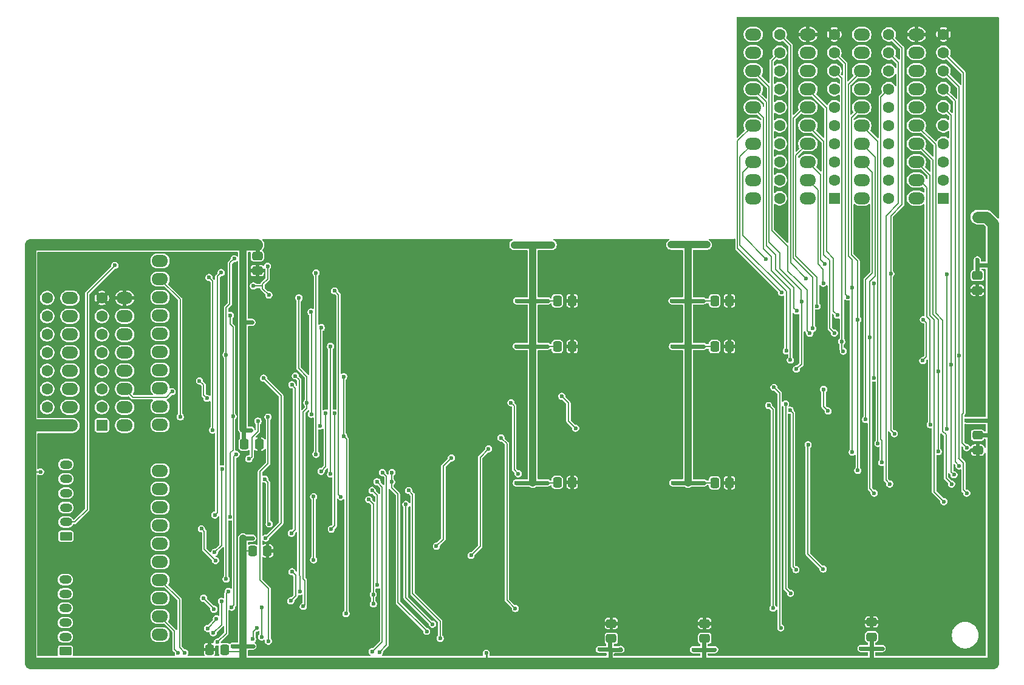
<source format=gbr>
%TF.GenerationSoftware,KiCad,Pcbnew,9.0.4*%
%TF.CreationDate,2025-12-15T16:32:27-04:00*%
%TF.ProjectId,RAMEXPB_V3,52414d45-5850-4425-9f56-332e6b696361,rev?*%
%TF.SameCoordinates,Original*%
%TF.FileFunction,Copper,L2,Bot*%
%TF.FilePolarity,Positive*%
%FSLAX46Y46*%
G04 Gerber Fmt 4.6, Leading zero omitted, Abs format (unit mm)*
G04 Created by KiCad (PCBNEW 9.0.4) date 2025-12-15 16:32:27*
%MOMM*%
%LPD*%
G01*
G04 APERTURE LIST*
G04 Aperture macros list*
%AMRoundRect*
0 Rectangle with rounded corners*
0 $1 Rounding radius*
0 $2 $3 $4 $5 $6 $7 $8 $9 X,Y pos of 4 corners*
0 Add a 4 corners polygon primitive as box body*
4,1,4,$2,$3,$4,$5,$6,$7,$8,$9,$2,$3,0*
0 Add four circle primitives for the rounded corners*
1,1,$1+$1,$2,$3*
1,1,$1+$1,$4,$5*
1,1,$1+$1,$6,$7*
1,1,$1+$1,$8,$9*
0 Add four rect primitives between the rounded corners*
20,1,$1+$1,$2,$3,$4,$5,0*
20,1,$1+$1,$4,$5,$6,$7,0*
20,1,$1+$1,$6,$7,$8,$9,0*
20,1,$1+$1,$8,$9,$2,$3,0*%
G04 Aperture macros list end*
%TA.AperFunction,ComponentPad*%
%ADD10RoundRect,0.250000X0.550000X0.550000X-0.550000X0.550000X-0.550000X-0.550000X0.550000X-0.550000X0*%
%TD*%
%TA.AperFunction,ComponentPad*%
%ADD11C,1.600000*%
%TD*%
%TA.AperFunction,SMDPad,CuDef*%
%ADD12RoundRect,0.250000X-0.337500X-0.475000X0.337500X-0.475000X0.337500X0.475000X-0.337500X0.475000X0*%
%TD*%
%TA.AperFunction,ComponentPad*%
%ADD13O,2.300000X1.700000*%
%TD*%
%TA.AperFunction,SMDPad,CuDef*%
%ADD14RoundRect,0.250000X0.475000X-0.337500X0.475000X0.337500X-0.475000X0.337500X-0.475000X-0.337500X0*%
%TD*%
%TA.AperFunction,SMDPad,CuDef*%
%ADD15RoundRect,0.250000X-0.475000X0.337500X-0.475000X-0.337500X0.475000X-0.337500X0.475000X0.337500X0*%
%TD*%
%TA.AperFunction,SMDPad,CuDef*%
%ADD16RoundRect,0.250000X0.337500X0.475000X-0.337500X0.475000X-0.337500X-0.475000X0.337500X-0.475000X0*%
%TD*%
%TA.AperFunction,ComponentPad*%
%ADD17RoundRect,0.250000X0.625000X-0.350000X0.625000X0.350000X-0.625000X0.350000X-0.625000X-0.350000X0*%
%TD*%
%TA.AperFunction,ComponentPad*%
%ADD18O,1.750000X1.200000*%
%TD*%
%TA.AperFunction,ViaPad*%
%ADD19C,0.600000*%
%TD*%
%TA.AperFunction,ViaPad*%
%ADD20C,1.000000*%
%TD*%
%TA.AperFunction,Conductor*%
%ADD21C,0.200000*%
%TD*%
%TA.AperFunction,Conductor*%
%ADD22C,0.600000*%
%TD*%
%TA.AperFunction,Conductor*%
%ADD23C,1.000000*%
%TD*%
%TA.AperFunction,Conductor*%
%ADD24C,1.600000*%
%TD*%
%TA.AperFunction,Conductor*%
%ADD25C,0.250000*%
%TD*%
%TA.AperFunction,Conductor*%
%ADD26C,1.700000*%
%TD*%
G04 APERTURE END LIST*
D10*
%TO.P,U13,1,OEa*%
%TO.N,Net-(J5-Pin_1)*%
X194000000Y-70631400D03*
D11*
%TO.P,U13,2,I0a*%
%TO.N,DQ8*%
X194000000Y-68091400D03*
%TO.P,U13,3,O3b*%
%TO.N,D12*%
X194000000Y-65551400D03*
%TO.P,U13,4,I1a*%
%TO.N,DQ9*%
X194000000Y-63011400D03*
%TO.P,U13,5,O2b*%
%TO.N,D13*%
X194000000Y-60471400D03*
%TO.P,U13,6,I2a*%
%TO.N,DQ10*%
X194000000Y-57931400D03*
%TO.P,U13,7,O1b*%
%TO.N,D14*%
X194000000Y-55391400D03*
%TO.P,U13,8,I3a*%
%TO.N,DQ11*%
X194000000Y-52851400D03*
%TO.P,U13,9,O0b*%
%TO.N,D15*%
X194000000Y-50311400D03*
%TO.P,U13,10,GND*%
%TO.N,GND*%
X194000000Y-47771400D03*
%TO.P,U13,11,I0b*%
%TO.N,DQ15*%
X186380000Y-47771400D03*
%TO.P,U13,12,O3a*%
%TO.N,D11*%
X186380000Y-50311400D03*
%TO.P,U13,13,I1b*%
%TO.N,DQ14*%
X186380000Y-52851400D03*
%TO.P,U13,14,O2a*%
%TO.N,D10*%
X186380000Y-55391400D03*
%TO.P,U13,15,I2b*%
%TO.N,DQ13*%
X186380000Y-57931400D03*
%TO.P,U13,16,O1a*%
%TO.N,D9*%
X186380000Y-60471400D03*
%TO.P,U13,17,I3b*%
%TO.N,DQ12*%
X186380000Y-63011400D03*
%TO.P,U13,18,O0a*%
%TO.N,D8*%
X186380000Y-65551400D03*
%TO.P,U13,19,OEb*%
%TO.N,Net-(J5-Pin_19)*%
X186380000Y-68091400D03*
%TO.P,U13,20,VCC*%
%TO.N,VCC*%
X186380000Y-70631400D03*
%TD*%
D10*
%TO.P,U12,1,OEa*%
%TO.N,Net-(J4-Pin_1)*%
X178810000Y-70631400D03*
D11*
%TO.P,U12,2,I0a*%
%TO.N,DQ0*%
X178810000Y-68091400D03*
%TO.P,U12,3,O3b*%
%TO.N,D4*%
X178810000Y-65551400D03*
%TO.P,U12,4,I1a*%
%TO.N,DQ1*%
X178810000Y-63011400D03*
%TO.P,U12,5,O2b*%
%TO.N,D5*%
X178810000Y-60471400D03*
%TO.P,U12,6,I2a*%
%TO.N,DQ2*%
X178810000Y-57931400D03*
%TO.P,U12,7,O1b*%
%TO.N,D6*%
X178810000Y-55391400D03*
%TO.P,U12,8,I3a*%
%TO.N,DQ3*%
X178810000Y-52851400D03*
%TO.P,U12,9,O0b*%
%TO.N,D7*%
X178810000Y-50311400D03*
%TO.P,U12,10,GND*%
%TO.N,GND*%
X178810000Y-47771400D03*
%TO.P,U12,11,I0b*%
%TO.N,DQ7*%
X171190000Y-47771400D03*
%TO.P,U12,12,O3a*%
%TO.N,D3*%
X171190000Y-50311400D03*
%TO.P,U12,13,I1b*%
%TO.N,DQ6*%
X171190000Y-52851400D03*
%TO.P,U12,14,O2a*%
%TO.N,D2*%
X171190000Y-55391400D03*
%TO.P,U12,15,I2b*%
%TO.N,DQ5*%
X171190000Y-57931400D03*
%TO.P,U12,16,O1a*%
%TO.N,D1*%
X171190000Y-60471400D03*
%TO.P,U12,17,I3b*%
%TO.N,DQ4*%
X171190000Y-63011400D03*
%TO.P,U12,18,O0a*%
%TO.N,D0*%
X171190000Y-65551400D03*
%TO.P,U12,19,OEb*%
%TO.N,Net-(J4-Pin_19)*%
X171190000Y-68091400D03*
%TO.P,U12,20,VCC*%
%TO.N,VCC*%
X171190000Y-70631400D03*
%TD*%
D10*
%TO.P,J1,1*%
%TO.N,DMA*%
X76700000Y-102330000D03*
D11*
%TO.P,J1,2*%
%TO.N,VID\u005C~{u}*%
X76700000Y-99790000D03*
%TO.P,J1,3*%
%TO.N,VA0*%
X76700000Y-97250000D03*
%TO.P,J1,4*%
%TO.N,VA8*%
X76700000Y-94710000D03*
%TO.P,J1,5*%
%TO.N,A1*%
X76700000Y-92170000D03*
%TO.P,J1,6*%
%TO.N,A9*%
X76700000Y-89630000D03*
%TO.P,J1,7*%
%TO.N,Net-(J1-Pad7)*%
X76700000Y-87090000D03*
%TO.P,J1,8*%
%TO.N,GND*%
X76700000Y-84550000D03*
%TO.P,J1,9*%
%TO.N,Net-(J1-Pad9)*%
X69080000Y-84550000D03*
%TO.P,J1,10*%
%TO.N,A10*%
X69080000Y-87090000D03*
%TO.P,J1,11*%
%TO.N,A2*%
X69080000Y-89630000D03*
%TO.P,J1,12*%
%TO.N,VA9*%
X69080000Y-92170000D03*
%TO.P,J1,13*%
%TO.N,VA1*%
X69080000Y-94710000D03*
%TO.P,J1,14*%
%TO.N,C2M*%
X69080000Y-97250000D03*
%TO.P,J1,15*%
%TO.N,Net-(J1-Pad15)*%
X69080000Y-99790000D03*
%TO.P,J1,16*%
%TO.N,VCC*%
X69080000Y-102330000D03*
%TD*%
D12*
%TO.P,C6,1*%
%TO.N,VCC*%
X162117500Y-84935000D03*
%TO.P,C6,2*%
%TO.N,GND*%
X164192500Y-84935000D03*
%TD*%
D13*
%TO.P,J9,1,Pin_1*%
%TO.N,RA0*%
X84810000Y-79370000D03*
%TO.P,J9,2,Pin_2*%
%TO.N,MSRA0F*%
X84810000Y-81910000D03*
%TO.P,J9,3,Pin_3*%
%TO.N,RA4F*%
X84810000Y-84450000D03*
%TO.P,J9,4,Pin_4*%
%TO.N,RA4*%
X84810000Y-86990000D03*
%TO.P,J9,5,Pin_5*%
%TO.N,RA2*%
X84810000Y-89530000D03*
%TO.P,J9,6,Pin_6*%
%TO.N,RA2F*%
X84810000Y-92070000D03*
%TO.P,J9,7,Pin_7*%
%TO.N,RA3*%
X84810000Y-94610000D03*
%TO.P,J9,8,Pin_8*%
%TO.N,RA3F*%
X84810000Y-97150000D03*
%TO.P,J9,9,Pin_9*%
%TO.N,MSRA1F*%
X84810000Y-99690000D03*
%TO.P,J9,10,Pin_10*%
%TO.N,RA1*%
X84810000Y-102230000D03*
%TD*%
D14*
%TO.P,C4,1*%
%TO.N,VCC*%
X147715000Y-132052500D03*
%TO.P,C4,2*%
%TO.N,GND*%
X147715000Y-129977500D03*
%TD*%
D12*
%TO.P,C15,1*%
%TO.N,VCC*%
X97717500Y-119855000D03*
%TO.P,C15,2*%
%TO.N,GND*%
X99792500Y-119855000D03*
%TD*%
%TO.P,C8,1*%
%TO.N,VCC*%
X162117500Y-110335000D03*
%TO.P,C8,2*%
%TO.N,GND*%
X164192500Y-110335000D03*
%TD*%
D13*
%TO.P,J10,1,Pin_1*%
%TO.N,RA5*%
X84810000Y-108670000D03*
%TO.P,J10,2,Pin_2*%
%TO.N,RA5F*%
X84810000Y-111210000D03*
%TO.P,J10,3,Pin_3*%
%TO.N,RA7*%
X84810000Y-113750000D03*
%TO.P,J10,4,Pin_4*%
%TO.N,RA7F*%
X84810000Y-116290000D03*
%TO.P,J10,5,Pin_5*%
%TO.N,RA6*%
X84810000Y-118830000D03*
%TO.P,J10,6,Pin_6*%
%TO.N,RA6F*%
X84810000Y-121370000D03*
%TO.P,J10,7,Pin_7*%
%TO.N,~{CAS0F}*%
X84810000Y-123910000D03*
%TO.P,J10,8,Pin_8*%
%TO.N,~{CAS0}*%
X84810000Y-126450000D03*
%TO.P,J10,9,Pin_9*%
%TO.N,~{CAS1F}*%
X84810000Y-128990000D03*
%TO.P,J10,10,Pin_10*%
%TO.N,~{CAS1}*%
X84810000Y-131530000D03*
%TD*%
D14*
%TO.P,C5,1*%
%TO.N,VCC*%
X183995000Y-131832500D03*
%TO.P,C5,2*%
%TO.N,GND*%
X183995000Y-129757500D03*
%TD*%
D15*
%TO.P,C14,1*%
%TO.N,VCC*%
X98365000Y-78657500D03*
%TO.P,C14,2*%
%TO.N,GND*%
X98365000Y-80732500D03*
%TD*%
D12*
%TO.P,C2,1*%
%TO.N,VCC*%
X96567500Y-104945000D03*
%TO.P,C2,2*%
%TO.N,GND*%
X98642500Y-104945000D03*
%TD*%
D15*
%TO.P,C10,1*%
%TO.N,VCC*%
X198795000Y-103697500D03*
%TO.P,C10,2*%
%TO.N,GND*%
X198795000Y-105772500D03*
%TD*%
D12*
%TO.P,C13,1*%
%TO.N,VCC*%
X140182500Y-84950000D03*
%TO.P,C13,2*%
%TO.N,GND*%
X142257500Y-84950000D03*
%TD*%
D14*
%TO.P,C3,1*%
%TO.N,VCC*%
X160745000Y-132052500D03*
%TO.P,C3,2*%
%TO.N,GND*%
X160745000Y-129977500D03*
%TD*%
D13*
%TO.P,J5,1,Pin_1*%
%TO.N,Net-(J5-Pin_1)*%
X190260000Y-70631400D03*
%TO.P,J5,2,Pin_2*%
%TO.N,DQ8*%
X190260000Y-68091400D03*
%TO.P,J5,3,Pin_3*%
%TO.N,D12*%
X190260000Y-65551400D03*
%TO.P,J5,4,Pin_4*%
%TO.N,DQ9*%
X190260000Y-63011400D03*
%TO.P,J5,5,Pin_5*%
%TO.N,D13*%
X190260000Y-60471400D03*
%TO.P,J5,6,Pin_6*%
%TO.N,DQ10*%
X190260000Y-57931400D03*
%TO.P,J5,7,Pin_7*%
%TO.N,D14*%
X190260000Y-55391400D03*
%TO.P,J5,8,Pin_8*%
%TO.N,DQ11*%
X190260000Y-52851400D03*
%TO.P,J5,9,Pin_9*%
%TO.N,D15*%
X190260000Y-50311400D03*
%TO.P,J5,10,Pin_10*%
%TO.N,GND*%
X190260000Y-47771400D03*
%TO.P,J5,11,Pin_11*%
%TO.N,DQ15*%
X182640000Y-47771400D03*
%TO.P,J5,12,Pin_12*%
%TO.N,D11*%
X182640000Y-50311400D03*
%TO.P,J5,13,Pin_13*%
%TO.N,DQ14*%
X182640000Y-52851400D03*
%TO.P,J5,14,Pin_14*%
%TO.N,D10*%
X182640000Y-55391400D03*
%TO.P,J5,15,Pin_15*%
%TO.N,DQ13*%
X182640000Y-57931400D03*
%TO.P,J5,16,Pin_16*%
%TO.N,D9*%
X182640000Y-60471400D03*
%TO.P,J5,17,Pin_17*%
%TO.N,DQ12*%
X182640000Y-63011400D03*
%TO.P,J5,18,Pin_18*%
%TO.N,D8*%
X182640000Y-65551400D03*
%TO.P,J5,19,Pin_19*%
%TO.N,Net-(J5-Pin_19)*%
X182640000Y-68091400D03*
%TO.P,J5,20,Pin_20*%
%TO.N,VCC*%
X182640000Y-70631400D03*
%TD*%
D15*
%TO.P,C9,1*%
%TO.N,VCC*%
X198745000Y-81417500D03*
%TO.P,C9,2*%
%TO.N,GND*%
X198745000Y-83492500D03*
%TD*%
D16*
%TO.P,C16,1*%
%TO.N,VCC*%
X93792500Y-133605000D03*
%TO.P,C16,2*%
%TO.N,GND*%
X91717500Y-133605000D03*
%TD*%
D17*
%TO.P,J11,1*%
%TO.N,~{SNDPG2}*%
X71615000Y-133840000D03*
D18*
%TO.P,J11,2*%
%TO.N,~{DMA}*%
X71615000Y-131840000D03*
%TO.P,J11,3*%
%TO.N,VA6*%
X71615000Y-129840000D03*
%TO.P,J11,4*%
%TO.N,VA13*%
X71615000Y-127840000D03*
%TO.P,J11,5*%
%TO.N,A18*%
X71615000Y-125840000D03*
%TO.P,J11,6*%
%TO.N,VA5*%
X71615000Y-123840000D03*
%TD*%
D12*
%TO.P,C11,1*%
%TO.N,VCC*%
X140182500Y-91330000D03*
%TO.P,C11,2*%
%TO.N,GND*%
X142257500Y-91330000D03*
%TD*%
%TO.P,C12,1*%
%TO.N,VCC*%
X140182500Y-110280000D03*
%TO.P,C12,2*%
%TO.N,GND*%
X142257500Y-110280000D03*
%TD*%
D13*
%TO.P,J4,1,Pin_1*%
%TO.N,Net-(J4-Pin_1)*%
X175110000Y-70631400D03*
%TO.P,J4,2,Pin_2*%
%TO.N,DQ0*%
X175110000Y-68091400D03*
%TO.P,J4,3,Pin_3*%
%TO.N,D4*%
X175110000Y-65551400D03*
%TO.P,J4,4,Pin_4*%
%TO.N,DQ1*%
X175110000Y-63011400D03*
%TO.P,J4,5,Pin_5*%
%TO.N,D5*%
X175110000Y-60471400D03*
%TO.P,J4,6,Pin_6*%
%TO.N,DQ2*%
X175110000Y-57931400D03*
%TO.P,J4,7,Pin_7*%
%TO.N,D6*%
X175110000Y-55391400D03*
%TO.P,J4,8,Pin_8*%
%TO.N,DQ3*%
X175110000Y-52851400D03*
%TO.P,J4,9,Pin_9*%
%TO.N,D7*%
X175110000Y-50311400D03*
%TO.P,J4,10,Pin_10*%
%TO.N,GND*%
X175110000Y-47771400D03*
%TO.P,J4,11,Pin_11*%
%TO.N,DQ7*%
X167490000Y-47771400D03*
%TO.P,J4,12,Pin_12*%
%TO.N,D3*%
X167490000Y-50311400D03*
%TO.P,J4,13,Pin_13*%
%TO.N,DQ6*%
X167490000Y-52851400D03*
%TO.P,J4,14,Pin_14*%
%TO.N,D2*%
X167490000Y-55391400D03*
%TO.P,J4,15,Pin_15*%
%TO.N,DQ5*%
X167490000Y-57931400D03*
%TO.P,J4,16,Pin_16*%
%TO.N,D1*%
X167490000Y-60471400D03*
%TO.P,J4,17,Pin_17*%
%TO.N,DQ4*%
X167490000Y-63011400D03*
%TO.P,J4,18,Pin_18*%
%TO.N,D0*%
X167490000Y-65551400D03*
%TO.P,J4,19,Pin_19*%
%TO.N,Net-(J4-Pin_19)*%
X167490000Y-68091400D03*
%TO.P,J4,20,Pin_20*%
%TO.N,VCC*%
X167490000Y-70631400D03*
%TD*%
D17*
%TO.P,J12,1*%
%TO.N,A17*%
X71695000Y-117795000D03*
D18*
%TO.P,J12,2*%
%TO.N,A20*%
X71695000Y-115795000D03*
%TO.P,J12,3*%
%TO.N,A19*%
X71695000Y-113795000D03*
%TO.P,J12,4*%
%TO.N,A21*%
X71695000Y-111795000D03*
%TO.P,J12,5*%
%TO.N,~{RAS}*%
X71695000Y-109795000D03*
%TO.P,J12,6*%
%TO.N,RAM-R{slash}~{W}F*%
X71695000Y-107795000D03*
%TD*%
D13*
%TO.P,J8,1*%
%TO.N,DMA*%
X79875000Y-102335000D03*
%TO.P,J8,2*%
%TO.N,VID\u005C~{u}*%
X79875000Y-99795000D03*
%TO.P,J8,3*%
%TO.N,VA0*%
X79875000Y-97255000D03*
%TO.P,J8,4*%
%TO.N,VA8*%
X79875000Y-94715000D03*
%TO.P,J8,5*%
%TO.N,A1*%
X79875000Y-92175000D03*
%TO.P,J8,6*%
%TO.N,A9*%
X79875000Y-89635000D03*
%TO.P,J8,7*%
%TO.N,Net-(J1-Pad7)*%
X79875000Y-87095000D03*
%TO.P,J8,8*%
%TO.N,GND*%
X79875000Y-84555000D03*
%TO.P,J8,9*%
%TO.N,Net-(J1-Pad9)*%
X72255000Y-84555000D03*
%TO.P,J8,10*%
%TO.N,A10*%
X72255000Y-87095000D03*
%TO.P,J8,11*%
%TO.N,A2*%
X72255000Y-89635000D03*
%TO.P,J8,12*%
%TO.N,VA9*%
X72255000Y-92175000D03*
%TO.P,J8,13*%
%TO.N,VA1*%
X72255000Y-94715000D03*
%TO.P,J8,14*%
%TO.N,C2M*%
X72255000Y-97255000D03*
%TO.P,J8,15*%
%TO.N,Net-(J1-Pad15)*%
X72255000Y-99795000D03*
%TO.P,J8,16*%
%TO.N,VCC*%
X72255000Y-102335000D03*
%TD*%
D12*
%TO.P,C7,1*%
%TO.N,VCC*%
X162117500Y-91330000D03*
%TO.P,C7,2*%
%TO.N,GND*%
X164192500Y-91330000D03*
%TD*%
D19*
%TO.N,GND*%
X128155000Y-101395000D03*
X81920000Y-87010000D03*
X154305000Y-132315000D03*
X201330000Y-63795000D03*
X115140000Y-106970000D03*
X112280000Y-121250000D03*
X201330000Y-54340000D03*
X112280000Y-119440000D03*
X198590000Y-96655000D03*
X91710000Y-111820000D03*
X144630000Y-79220000D03*
X164100000Y-124720000D03*
X169110000Y-84930000D03*
X80870000Y-131370000D03*
X151075000Y-125965000D03*
X103058000Y-79060000D03*
X139510000Y-126550000D03*
X100010000Y-124230000D03*
X190810000Y-113050000D03*
X82890000Y-79360000D03*
X125490000Y-121780000D03*
X169420000Y-110340000D03*
X185310000Y-118220000D03*
X80870000Y-127920000D03*
X114550000Y-128680000D03*
X106320000Y-131490000D03*
X132070000Y-112220000D03*
X98730000Y-106970000D03*
X139140000Y-79220000D03*
X147620000Y-84950000D03*
X165430000Y-84930000D03*
X155610000Y-79220000D03*
X182570000Y-75470000D03*
X115070000Y-104260000D03*
X81530000Y-79380000D03*
X190480000Y-125830000D03*
X191038000Y-91390000D03*
X81920000Y-89770000D03*
X88390000Y-83020000D03*
X154990000Y-118400000D03*
X114370000Y-130380000D03*
X167140000Y-124720000D03*
X143700000Y-110340000D03*
X91340000Y-106610000D03*
X190800000Y-118220000D03*
X149500000Y-118400000D03*
X147690000Y-110340000D03*
X187440000Y-125830000D03*
X122790000Y-127190000D03*
X100010000Y-94110000D03*
X186130000Y-129310000D03*
X160480000Y-118400000D03*
X198590000Y-99540000D03*
X99970000Y-109170000D03*
X196290000Y-118220000D03*
X102420000Y-121390000D03*
X87540000Y-118310000D03*
X80400000Y-111100000D03*
X198610000Y-76730000D03*
X198060000Y-127790000D03*
X108520000Y-119150000D03*
X187998000Y-91390000D03*
X144010000Y-118400000D03*
X107760000Y-113110000D03*
X147680000Y-91290000D03*
X146130000Y-132310000D03*
X103050000Y-94110000D03*
X165590000Y-45760000D03*
X150120000Y-79220000D03*
X143630000Y-84950000D03*
X103010000Y-114210000D03*
X106410000Y-127230000D03*
X100018000Y-79060000D03*
X97480000Y-112320000D03*
X127240000Y-124160000D03*
X139800000Y-88110000D03*
X182610000Y-45710000D03*
X154115000Y-125965000D03*
X191925000Y-45760000D03*
X142340000Y-86180000D03*
X169360000Y-91280000D03*
X122450000Y-121805000D03*
X165430000Y-110340000D03*
X167250000Y-132345000D03*
X165600000Y-54340000D03*
X201380000Y-45770000D03*
X123270000Y-79210000D03*
X122190000Y-112280000D03*
X80400000Y-108400000D03*
X91620000Y-121990000D03*
X198590000Y-93770000D03*
X173015000Y-45760000D03*
X187868000Y-113050000D03*
X77180000Y-126870000D03*
X186020000Y-131620000D03*
X103050000Y-124230000D03*
X179820000Y-118220000D03*
X165370000Y-91280000D03*
X103010000Y-109170000D03*
X143690000Y-91290000D03*
X193490000Y-133040000D03*
X150250000Y-131010000D03*
X97750000Y-110440000D03*
X132710000Y-79210000D03*
%TO.N,RAM-R{slash}~{W}F*%
X194500000Y-102810000D03*
X107270000Y-108720000D03*
X107900000Y-100600000D03*
X194520000Y-81240000D03*
%TO.N,DQ14*%
X181270000Y-83120000D03*
X181300000Y-106060000D03*
%TO.N,DQ12*%
X183760000Y-90070000D03*
X184370000Y-111770000D03*
%TO.N,DQ13*%
X182070000Y-108620000D03*
X182070000Y-87585000D03*
%TO.N,DQ0*%
X177270000Y-82482500D03*
%TO.N,DQ10*%
X195480000Y-109220000D03*
X195090000Y-93840000D03*
%TO.N,DQ2*%
X175800000Y-88790000D03*
%TO.N,DQ5*%
X172680000Y-93210000D03*
X191220000Y-87560000D03*
X191140000Y-93280000D03*
%TO.N,DQ7*%
X174860000Y-81860000D03*
X184310000Y-95700000D03*
X184310000Y-82505000D03*
%TO.N,DQ11*%
X196220000Y-92560000D03*
X197260000Y-111780000D03*
%TO.N,DQ9*%
X193300000Y-106000000D03*
X193270000Y-94770000D03*
%TO.N,DQ3*%
X179840000Y-90632125D03*
X180060000Y-91960000D03*
%TO.N,DQ8*%
X177310000Y-97320000D03*
X192170000Y-102230000D03*
X177940000Y-100310000D03*
%TO.N,DQ6*%
X173510000Y-94480000D03*
X174260000Y-85045000D03*
%TO.N,DQ15*%
X187175000Y-103475000D03*
X186680000Y-81170000D03*
%TO.N,DQ1*%
X176410000Y-85690000D03*
%TO.N,DQ4*%
X172110000Y-91930000D03*
%TO.N,D1*%
X171460000Y-83775000D03*
%TO.N,D6*%
X179230000Y-86950000D03*
%TO.N,D4*%
X177490000Y-79840000D03*
%TO.N,D0*%
X169265000Y-79085000D03*
%TO.N,D7*%
X180720000Y-84420000D03*
%TO.N,D2*%
X173550000Y-86350000D03*
%TO.N,D3*%
X175380000Y-89480000D03*
%TO.N,D5*%
X178810000Y-89430000D03*
%TO.N,D9*%
X184880000Y-104830000D03*
%TO.N,D15*%
X197260000Y-105420000D03*
%TO.N,D10*%
X185430000Y-107510000D03*
%TO.N,D8*%
X183160000Y-101490000D03*
%TO.N,D11*%
X186530000Y-110500000D03*
%TO.N,D14*%
X196190000Y-107960000D03*
%TO.N,D12*%
X194075000Y-112955000D03*
%TO.N,D13*%
X195150000Y-110500000D03*
%TO.N,RA2F*%
X108560000Y-91300000D03*
X108580000Y-109120000D03*
%TO.N,RA7F*%
X125430000Y-106860000D03*
X123330000Y-119180000D03*
X90590000Y-116750000D03*
X92540000Y-121180000D03*
%TO.N,RA6F*%
X92430000Y-120030000D03*
X93450000Y-108400000D03*
%TO.N,RA3F*%
X134740000Y-109070000D03*
X133735000Y-99175000D03*
%TO.N,~{MCAS1F}*%
X170270000Y-127840000D03*
X169650000Y-99540000D03*
%TO.N,~{MCAS0F}*%
X171340000Y-130580000D03*
X170390000Y-97010297D03*
%TO.N,RA4F*%
X110010000Y-112280000D03*
X109150000Y-83560000D03*
%TO.N,MSRA0F*%
X87640000Y-101130000D03*
%TO.N,VCC*%
X138816000Y-110350000D03*
D20*
X161050000Y-77115000D03*
D19*
X156281000Y-110340000D03*
X162130000Y-133620000D03*
D20*
X199980000Y-73260000D03*
D19*
X97770000Y-133120000D03*
X159160000Y-133630000D03*
X200910000Y-101610000D03*
X97480000Y-102990000D03*
X185480000Y-133450000D03*
D20*
X134195000Y-77140000D03*
X156090000Y-77110000D03*
D19*
X160616000Y-110340000D03*
X149030000Y-133590000D03*
X200670000Y-79965000D03*
X198745000Y-79235000D03*
X146060000Y-133600000D03*
X97630000Y-87950000D03*
X130280000Y-134090000D03*
D20*
X139405000Y-77140000D03*
D19*
X156171000Y-84950000D03*
D20*
X96010000Y-77115000D03*
D19*
X197230710Y-101610000D03*
X182510000Y-133460000D03*
X160566000Y-91300000D03*
D20*
X200910000Y-74190000D03*
D19*
X134481000Y-91290000D03*
X138866000Y-84939900D03*
D20*
X198650000Y-73260000D03*
D19*
X134530000Y-84940000D03*
D20*
X98330000Y-77135000D03*
D19*
X156231000Y-91300000D03*
X68150000Y-108800000D03*
X160506000Y-84949900D03*
X94940000Y-133120000D03*
X138816000Y-91290000D03*
X134481000Y-110350000D03*
X97693300Y-118063300D03*
%TO.N,~{MCAS2F}*%
X172700000Y-125740000D03*
X172020000Y-99320000D03*
%TO.N,~{MCAS0}*%
X113910000Y-112690000D03*
X114560000Y-127250000D03*
X114530000Y-125940000D03*
%TO.N,~{MCAS3F}*%
X173460000Y-122460000D03*
X172650000Y-100220000D03*
%TO.N,~{MCAS1}*%
X114380000Y-111410000D03*
X115090000Y-124620000D03*
%TO.N,VID\u005C~{u}*%
X94575000Y-115090000D03*
X94980000Y-101080000D03*
X94600000Y-86960000D03*
%TO.N,Net-(U2-I0a)*%
X106220000Y-112250000D03*
X106215000Y-121085000D03*
%TO.N,~{RAS}*%
X99410000Y-109820000D03*
X100030000Y-116080000D03*
%TO.N,Net-(JP2-B)*%
X175155000Y-105040000D03*
X177250000Y-122380000D03*
%TO.N,MRA9F*%
X142740000Y-102720000D03*
X140820000Y-98280000D03*
%TO.N,Net-(JP1-B)*%
X132340000Y-104070000D03*
X134335000Y-127885000D03*
%TO.N,MSRA8F*%
X128160000Y-120480000D03*
X130610000Y-105610000D03*
%TO.N,Net-(U10-Za)*%
X104320000Y-125510000D03*
X103680000Y-95420000D03*
%TO.N,Net-(R22-Pad2)*%
X117080000Y-110220000D03*
X121980000Y-131070000D03*
X117150000Y-108890000D03*
%TO.N,~{CAS1F}*%
X87345000Y-134065000D03*
X115810000Y-108910000D03*
X115400000Y-133950000D03*
%TO.N,~{MRASF}*%
X108680000Y-116800000D03*
X109140000Y-100630000D03*
%TO.N,VA0*%
X86510000Y-97600000D03*
%TO.N,C2M*%
X99870000Y-101150000D03*
X105900000Y-100770000D03*
X105860000Y-86520000D03*
X99910000Y-132440000D03*
%TO.N,RA0*%
X91640000Y-81695000D03*
X92140000Y-102980000D03*
%TO.N,DMA*%
X107140000Y-102400000D03*
X97210000Y-106995000D03*
X107280000Y-88680000D03*
X98470000Y-101730000D03*
%TO.N,VA8*%
X90310000Y-96110000D03*
X91330000Y-98550000D03*
%TO.N,~{CAS0}*%
X90880000Y-126450000D03*
X92320000Y-127980000D03*
%TO.N,~{CAS0F}*%
X115060000Y-110200000D03*
X88280000Y-134080000D03*
X114400000Y-133910000D03*
%TO.N,~{CAS1}*%
X93370000Y-126880000D03*
X92220000Y-131260000D03*
%TO.N,A17*%
X103193000Y-96657000D03*
X103120000Y-117380000D03*
%TO.N,~{SNDPG2}*%
X92770000Y-132580000D03*
X94340000Y-125490000D03*
%TO.N,A19*%
X93330000Y-81010000D03*
X92450000Y-114830000D03*
%TO.N,A18*%
X99540000Y-118050000D03*
X99250000Y-95750000D03*
%TO.N,VA6*%
X91450000Y-130660000D03*
X92670000Y-129320000D03*
%TO.N,VA5*%
X97715000Y-132155000D03*
X98323554Y-130566446D03*
%TO.N,A20*%
X78510000Y-80010000D03*
%TO.N,VA13*%
X103210000Y-122750000D03*
X103030000Y-126810000D03*
%TO.N,MRA0*%
X110730000Y-128590000D03*
X110410000Y-103830000D03*
X110410000Y-95520000D03*
%TO.N,MRA1*%
X106560000Y-106350000D03*
X95410000Y-106350000D03*
X94800000Y-127690000D03*
X106560000Y-81050000D03*
%TO.N,PULLUP*%
X98970000Y-131840000D03*
X97820000Y-82870000D03*
X98985000Y-127685000D03*
X104170000Y-84550000D03*
X105280000Y-99190000D03*
X99800000Y-80100000D03*
X99980000Y-84120000D03*
X104770000Y-127580000D03*
%TO.N,Net-(U11-Zb)*%
X94020000Y-92480000D03*
X95140000Y-79070000D03*
X94030000Y-123780000D03*
%TO.N,Net-(R16-Pad2)*%
X119480000Y-111420000D03*
X123870000Y-132040000D03*
%TO.N,Net-(R21-Pad2)*%
X122800000Y-130070000D03*
X119080000Y-113360000D03*
%TD*%
D21*
%TO.N,GND*%
X143690000Y-91290000D02*
X142437000Y-91290000D01*
X165423000Y-84930000D02*
X164117000Y-84930000D01*
D22*
X165430000Y-84930000D02*
X167320000Y-84930000D01*
D21*
X165443000Y-110340000D02*
X165430000Y-110340000D01*
D22*
X167320000Y-91280000D02*
X169360000Y-91280000D01*
X165370000Y-91280000D02*
X165383000Y-91280000D01*
D21*
X143683000Y-110340000D02*
X142377000Y-110340000D01*
D22*
X167320000Y-84930000D02*
X169110000Y-84930000D01*
D21*
X165370000Y-91280000D02*
X164077000Y-91280000D01*
D22*
X167370000Y-110340000D02*
X169420000Y-110340000D01*
X145660000Y-91290000D02*
X147680000Y-91290000D01*
X143690000Y-91290000D02*
X143743000Y-91290000D01*
X143743000Y-91290000D02*
X145660000Y-91290000D01*
X165443000Y-110340000D02*
X167370000Y-110340000D01*
X165383000Y-91280000D02*
X167320000Y-91280000D01*
X167320000Y-110290000D02*
X167370000Y-110340000D01*
D21*
X143743000Y-91290000D02*
X143690000Y-91290000D01*
D22*
X143700000Y-110340000D02*
X145660000Y-110340000D01*
D21*
X165383000Y-91280000D02*
X165370000Y-91280000D01*
D22*
X143630000Y-84950000D02*
X145610000Y-84950000D01*
X145660000Y-85000000D02*
X145610000Y-84950000D01*
D21*
X143633000Y-84930000D02*
X142327000Y-84930000D01*
D22*
X165430000Y-110340000D02*
X165443000Y-110340000D01*
X145610000Y-84950000D02*
X147620000Y-84950000D01*
D21*
X165430000Y-110340000D02*
X164137000Y-110340000D01*
D22*
X145660000Y-110340000D02*
X147690000Y-110340000D01*
D21*
%TO.N,RAM-R{slash}~{W}F*%
X194530000Y-81250000D02*
X194520000Y-81240000D01*
X107900000Y-100600000D02*
X107900000Y-108090000D01*
X194530000Y-102780000D02*
X194530000Y-81250000D01*
X194500000Y-102810000D02*
X194530000Y-102780000D01*
X107900000Y-108090000D02*
X107270000Y-108720000D01*
%TO.N,DQ14*%
X180752667Y-54738733D02*
X182640000Y-52851400D01*
X181290000Y-106050000D02*
X181300000Y-106060000D01*
X181290000Y-83280000D02*
X181290000Y-106050000D01*
X181260000Y-83010000D02*
X181260000Y-79230000D01*
X180752667Y-78722667D02*
X180752667Y-78590000D01*
X181260000Y-79230000D02*
X180752667Y-78722667D01*
X180752667Y-54871400D02*
X180752667Y-54738733D01*
X180752667Y-78590000D02*
X180752667Y-54871400D01*
%TO.N,DQ12*%
X184487000Y-64858400D02*
X182640000Y-63011400D01*
X183760000Y-90070000D02*
X183750000Y-90060000D01*
X184487000Y-64871400D02*
X184487000Y-64858400D01*
X184370000Y-111770000D02*
X183750000Y-111150000D01*
X184487000Y-81470000D02*
X184487000Y-64871400D01*
X183750000Y-90060000D02*
X183750000Y-82220000D01*
X183750000Y-82220000D02*
X184487000Y-81483000D01*
X183750000Y-111150000D02*
X183750000Y-90080000D01*
X183750000Y-90080000D02*
X183760000Y-90070000D01*
%TO.N,DQ13*%
X182050000Y-79410000D02*
X181189000Y-78549000D01*
X182070000Y-87700000D02*
X182050000Y-87680000D01*
X181189000Y-78549000D02*
X181189000Y-59382400D01*
X182050000Y-87680000D02*
X182050000Y-79410000D01*
X182070000Y-108620000D02*
X182070000Y-87700000D01*
X181189000Y-59382400D02*
X182640000Y-57931400D01*
%TO.N,DQ0*%
X177250000Y-80570000D02*
X176520000Y-79840000D01*
X177250000Y-82500000D02*
X177250000Y-80570000D01*
X176520000Y-69510000D02*
X175110000Y-68100000D01*
X175110000Y-68100000D02*
X175110000Y-68091400D01*
X177270000Y-82520000D02*
X177250000Y-82500000D01*
X176520000Y-79840000D02*
X176520000Y-69510000D01*
%TO.N,DQ10*%
X195480000Y-109220000D02*
X195090000Y-108830000D01*
X195100000Y-93740000D02*
X195100000Y-59031400D01*
X195090000Y-108830000D02*
X195090000Y-93750000D01*
X195090000Y-93750000D02*
X195100000Y-93740000D01*
X195100000Y-59031400D02*
X194000000Y-57931400D01*
%TO.N,DQ2*%
X175790000Y-88780000D02*
X175790000Y-81680000D01*
X174638600Y-57931400D02*
X175110000Y-57931400D01*
X173080000Y-78970000D02*
X173080000Y-59490000D01*
X175790000Y-81680000D02*
X173080000Y-78970000D01*
X173080000Y-59490000D02*
X174638600Y-57931400D01*
X175800000Y-88790000D02*
X175790000Y-88780000D01*
%TO.N,DQ5*%
X191640000Y-87980000D02*
X191220000Y-87560000D01*
X172690000Y-93200000D02*
X172690000Y-83370000D01*
X168940000Y-59381400D02*
X167490000Y-57931400D01*
X172680000Y-93210000D02*
X172690000Y-93200000D01*
X170050000Y-78750000D02*
X168940000Y-77640000D01*
X191140000Y-93280000D02*
X191640000Y-92780000D01*
X172690000Y-83370000D02*
X170050000Y-80730000D01*
X191640000Y-92780000D02*
X191640000Y-87980000D01*
X168940000Y-77640000D02*
X168940000Y-59381400D01*
X170050000Y-80730000D02*
X170050000Y-78750000D01*
%TO.N,DQ7*%
X174860000Y-81800000D02*
X172710000Y-79650000D01*
X184310000Y-95700000D02*
X184310000Y-82505000D01*
X172710000Y-49291400D02*
X171190000Y-47771400D01*
X172710000Y-79650000D02*
X172710000Y-49291400D01*
%TO.N,DQ11*%
X196220000Y-106885000D02*
X196185000Y-106920000D01*
X197260000Y-111780000D02*
X196810000Y-111330000D01*
X196220000Y-55071400D02*
X194000000Y-52851400D01*
X196220000Y-92560000D02*
X196220000Y-55071400D01*
X196220000Y-92560000D02*
X196220000Y-106885000D01*
X196810000Y-111330000D02*
X196810000Y-107590000D01*
X196810000Y-107590000D02*
X196140000Y-106920000D01*
%TO.N,DQ9*%
X193300000Y-94800000D02*
X193270000Y-94770000D01*
X193300000Y-106000000D02*
X193300000Y-94800000D01*
X192510000Y-65261400D02*
X192401000Y-65152400D01*
X192510000Y-86860000D02*
X192510000Y-65261400D01*
X193270000Y-94770000D02*
X193270000Y-87620000D01*
X193270000Y-87620000D02*
X192510000Y-86860000D01*
X192401000Y-65152400D02*
X190260000Y-63011400D01*
%TO.N,DQ3*%
X180060000Y-91960000D02*
X179840000Y-91740000D01*
X179840000Y-90632125D02*
X179880000Y-90592125D01*
X179840000Y-91740000D02*
X179840000Y-90632125D01*
X179880000Y-53921400D02*
X178810000Y-52851400D01*
X179880000Y-90592125D02*
X179880000Y-53921400D01*
%TO.N,DQ8*%
X192160000Y-87630000D02*
X192160000Y-102220000D01*
X191670000Y-87140000D02*
X192160000Y-87630000D01*
X190591400Y-68091400D02*
X191670000Y-69170000D01*
X177310000Y-97320000D02*
X177310000Y-99680000D01*
X177310000Y-99680000D02*
X177940000Y-100310000D01*
X192160000Y-102220000D02*
X192170000Y-102230000D01*
X191670000Y-69170000D02*
X191670000Y-87140000D01*
%TO.N,DQ6*%
X169706000Y-76776000D02*
X169706000Y-55099400D01*
X174250000Y-85055000D02*
X174250000Y-93740000D01*
X169706000Y-55099400D02*
X169706000Y-55067400D01*
X171190000Y-78260000D02*
X169738000Y-76808000D01*
X174250000Y-93740000D02*
X173510000Y-94480000D01*
X174260000Y-85045000D02*
X174250000Y-85055000D01*
X173095556Y-82340000D02*
X171190000Y-80434444D01*
X169706000Y-55067400D02*
X167490000Y-52851400D01*
X174260000Y-85045000D02*
X174210000Y-84995000D01*
X174210000Y-84995000D02*
X174210000Y-83440000D01*
X169738000Y-76808000D02*
X169706000Y-76776000D01*
X174210000Y-83440000D02*
X173110000Y-82340000D01*
X171190000Y-80434444D02*
X171190000Y-78260000D01*
%TO.N,DQ15*%
X188240000Y-49631400D02*
X186380000Y-47771400D01*
X188240000Y-71520000D02*
X188240000Y-49631400D01*
X187175000Y-103475000D02*
X186680000Y-102980000D01*
X186680000Y-73080000D02*
X188240000Y-71520000D01*
X186680000Y-102980000D02*
X186680000Y-73080000D01*
%TO.N,DQ1*%
X173450000Y-64671400D02*
X175110000Y-63011400D01*
X176410000Y-85690000D02*
X176390000Y-85670000D01*
X176390000Y-81620000D02*
X173450000Y-78680000D01*
X176390000Y-85670000D02*
X176390000Y-81620000D01*
X173450000Y-78680000D02*
X173450000Y-64671400D01*
%TO.N,DQ4*%
X172110000Y-83620000D02*
X165660000Y-77170000D01*
X165660000Y-77170000D02*
X165660000Y-64841400D01*
X172110000Y-91930000D02*
X172110000Y-83620000D01*
X165660000Y-64841400D02*
X167490000Y-63011400D01*
%TO.N,D1*%
X165309000Y-62652400D02*
X167490000Y-60471400D01*
X171460000Y-83775000D02*
X171460000Y-83760000D01*
X171460000Y-83760000D02*
X165309000Y-77609000D01*
X165309000Y-77609000D02*
X165309000Y-62652400D01*
%TO.N,D6*%
X178700000Y-79020000D02*
X177730000Y-78050000D01*
X177730000Y-58011400D02*
X175110000Y-55391400D01*
X179230000Y-86950000D02*
X178700000Y-86420000D01*
X177730000Y-78050000D02*
X177730000Y-58011400D01*
X178700000Y-86420000D02*
X178700000Y-79020000D01*
%TO.N,D4*%
X177490000Y-79840000D02*
X177490000Y-79787667D01*
X176923333Y-79221000D02*
X176923333Y-67364733D01*
X176871000Y-67312400D02*
X175110000Y-65551400D01*
X177490000Y-79787667D02*
X176923333Y-79221000D01*
X176923333Y-67364733D02*
X176871000Y-67312400D01*
%TO.N,D0*%
X166020000Y-75840000D02*
X166020000Y-67021400D01*
X166020000Y-67021400D02*
X167490000Y-65551400D01*
X169265000Y-79085000D02*
X166020000Y-75840000D01*
%TO.N,D7*%
X180401667Y-84101667D02*
X180316333Y-84016333D01*
X180720000Y-84420000D02*
X180401667Y-84101667D01*
X180316333Y-84016333D02*
X180316333Y-51903067D01*
X180316333Y-51903067D02*
X180316333Y-51817733D01*
X180316333Y-51817733D02*
X178810000Y-50311400D01*
%TO.N,D2*%
X173170000Y-83080000D02*
X170610000Y-80520000D01*
X173170000Y-85950000D02*
X173170000Y-83080000D01*
X169323000Y-57224400D02*
X167490000Y-55391400D01*
X173550000Y-86330000D02*
X173170000Y-85950000D01*
X169323000Y-77213000D02*
X169323000Y-57241400D01*
X170610000Y-80520000D02*
X170610000Y-78500000D01*
X173550000Y-86350000D02*
X173550000Y-86330000D01*
X169340000Y-77230000D02*
X169323000Y-77213000D01*
X169323000Y-57241400D02*
X169323000Y-57224400D01*
X170610000Y-78500000D02*
X169340000Y-77230000D01*
%TO.N,D3*%
X175380000Y-89480000D02*
X175010000Y-89110000D01*
X170089000Y-51412400D02*
X171190000Y-50311400D01*
X172350000Y-77380000D02*
X170089000Y-75119000D01*
X175010000Y-83440000D02*
X173570000Y-82000000D01*
X175010000Y-89110000D02*
X175010000Y-83440000D01*
X172350000Y-80785556D02*
X172350000Y-77380000D01*
X173564444Y-82000000D02*
X172350000Y-80785556D01*
X170089000Y-75119000D02*
X170089000Y-51412400D01*
%TO.N,D5*%
X177340000Y-62701400D02*
X175110000Y-60471400D01*
X178170000Y-88790000D02*
X178170000Y-79320000D01*
X177326667Y-78476667D02*
X177326667Y-62701400D01*
X178810000Y-89430000D02*
X178170000Y-88790000D01*
X177340000Y-78490000D02*
X177326667Y-78476667D01*
X178170000Y-79320000D02*
X177340000Y-78490000D01*
%TO.N,D9*%
X184883000Y-62711400D02*
X184883000Y-104830000D01*
X182640000Y-60471400D02*
X184880000Y-62711400D01*
%TO.N,D15*%
X196630000Y-100790000D02*
X196810000Y-100610000D01*
X196810000Y-53121400D02*
X194000000Y-50311400D01*
X196810000Y-100610000D02*
X196810000Y-53121400D01*
X197260000Y-105420000D02*
X196630000Y-104790000D01*
X196630000Y-104790000D02*
X196630000Y-100790000D01*
%TO.N,D10*%
X185279000Y-56492400D02*
X186380000Y-55391400D01*
X185431000Y-105058232D02*
X185431000Y-104601768D01*
X185430000Y-104600768D02*
X185430000Y-104460000D01*
X185431000Y-104601768D02*
X185430000Y-104600768D01*
X185430000Y-105059232D02*
X185431000Y-105058232D01*
X185279000Y-104309000D02*
X185279000Y-56492400D01*
X185430000Y-104460000D02*
X185279000Y-104309000D01*
X185430000Y-107510000D02*
X185430000Y-105059232D01*
%TO.N,D8*%
X184091000Y-67002400D02*
X182640000Y-65551400D01*
X183160000Y-82010000D02*
X184091000Y-81079000D01*
X184091000Y-81079000D02*
X184091000Y-67002400D01*
X183160000Y-101490000D02*
X183160000Y-82010000D01*
%TO.N,D11*%
X186530000Y-110500000D02*
X186000000Y-109970000D01*
X186000000Y-73080000D02*
X187750000Y-71330000D01*
X186000000Y-109970000D02*
X186000000Y-73080000D01*
X187750000Y-51681400D02*
X186380000Y-50311400D01*
X187750000Y-71330000D02*
X187750000Y-51681400D01*
%TO.N,D14*%
X196190000Y-107960000D02*
X195640000Y-107410000D01*
X195640000Y-57031400D02*
X194000000Y-55391400D01*
X195640000Y-107410000D02*
X195640000Y-57031400D01*
%TO.N,D12*%
X190260000Y-65551400D02*
X192050000Y-67341400D01*
X192721000Y-95000232D02*
X192721000Y-111601000D01*
X192721000Y-111601000D02*
X194075000Y-112955000D01*
X192090000Y-86990000D02*
X192721000Y-87621000D01*
X192719000Y-94541768D02*
X192719000Y-94998232D01*
X192050000Y-67341400D02*
X192090000Y-67381400D01*
X192721000Y-87621000D02*
X192721000Y-94539768D01*
X192721000Y-94539768D02*
X192719000Y-94541768D01*
X192719000Y-94998232D02*
X192721000Y-95000232D01*
X192090000Y-67381400D02*
X192090000Y-86990000D01*
%TO.N,D13*%
X195150000Y-110450000D02*
X194370000Y-109670000D01*
X193940000Y-103200000D02*
X193940000Y-87640000D01*
X194370000Y-109670000D02*
X194370000Y-103630000D01*
X195150000Y-110500000D02*
X195150000Y-110450000D01*
X193940000Y-87640000D02*
X192930000Y-86630000D01*
X194370000Y-103630000D02*
X193940000Y-103200000D01*
X192930000Y-86630000D02*
X192930000Y-63141400D01*
X192930000Y-63141400D02*
X190260000Y-60471400D01*
%TO.N,RA2F*%
X108560000Y-109100000D02*
X108580000Y-109120000D01*
X108560000Y-91300000D02*
X108560000Y-109100000D01*
%TO.N,RA7F*%
X124310000Y-107980000D02*
X125430000Y-106860000D01*
X90990000Y-119630000D02*
X90990000Y-117150000D01*
X123330000Y-119180000D02*
X124310000Y-118200000D01*
X92540000Y-121180000D02*
X90990000Y-119630000D01*
X124310000Y-118200000D02*
X124310000Y-107980000D01*
X90990000Y-117150000D02*
X90590000Y-116750000D01*
%TO.N,RA6F*%
X93450000Y-108400000D02*
X93370000Y-108480000D01*
X93370000Y-108480000D02*
X93370000Y-119090000D01*
X93370000Y-119090000D02*
X92430000Y-120030000D01*
%TO.N,RA3F*%
X134190000Y-99630000D02*
X134190000Y-108520000D01*
X133735000Y-99175000D02*
X134190000Y-99630000D01*
X134190000Y-108520000D02*
X134740000Y-109070000D01*
%TO.N,~{MCAS1F}*%
X170270000Y-100160000D02*
X169650000Y-99540000D01*
X170270000Y-127840000D02*
X170270000Y-100160000D01*
%TO.N,~{MCAS0F}*%
X171180000Y-97800297D02*
X171180000Y-130420000D01*
X170390000Y-97010297D02*
X171180000Y-97800297D01*
X171180000Y-130420000D02*
X171340000Y-130580000D01*
%TO.N,RA4F*%
X109700000Y-84110000D02*
X109150000Y-83560000D01*
X109700000Y-111970000D02*
X109700000Y-84110000D01*
X110010000Y-112280000D02*
X109700000Y-111970000D01*
%TO.N,MSRA0F*%
X87640000Y-84740000D02*
X84810000Y-81910000D01*
X87640000Y-101130000D02*
X87640000Y-84740000D01*
D22*
%TO.N,VCC*%
X138827000Y-91300000D02*
X138826000Y-91300000D01*
X160626000Y-110350000D02*
X160616000Y-110340000D01*
X198745000Y-79235000D02*
X198745000Y-79980000D01*
X147540000Y-133600000D02*
X147540000Y-132227500D01*
X200910000Y-101610000D02*
X197230710Y-101610000D01*
D21*
X161933000Y-110350000D02*
X160627000Y-110350000D01*
D22*
X160506000Y-84950000D02*
X160506000Y-84949900D01*
X134481000Y-91290000D02*
X136770000Y-91290000D01*
X147540000Y-133600000D02*
X147550000Y-133610000D01*
D21*
X161883000Y-91310000D02*
X160577000Y-91310000D01*
D22*
X97480000Y-102990000D02*
X96460000Y-102990000D01*
X136770000Y-84940000D02*
X138865000Y-84940000D01*
D23*
X136770000Y-80500000D02*
X136770000Y-77160000D01*
D24*
X200910000Y-103700000D02*
X200910000Y-74190000D01*
D22*
X147540000Y-133600000D02*
X146060000Y-133600000D01*
D23*
X136770000Y-80500000D02*
X136770000Y-84940000D01*
D22*
X160640000Y-133630000D02*
X159160000Y-133630000D01*
D24*
X200910000Y-135480000D02*
X200910000Y-103700000D01*
D23*
X134195000Y-77140000D02*
X139405000Y-77140000D01*
D22*
X93792500Y-133605000D02*
X94117500Y-133930000D01*
D24*
X66700000Y-77115000D02*
X66700000Y-135480000D01*
D22*
X98365000Y-77150000D02*
X98380000Y-77135000D01*
X156231000Y-91300000D02*
X158410000Y-91300000D01*
X160640000Y-133630000D02*
X160650000Y-133640000D01*
D23*
X161040000Y-77110000D02*
X156090000Y-77110000D01*
D22*
X184000000Y-133470000D02*
X184000000Y-135470000D01*
D24*
X96010000Y-77115000D02*
X66700000Y-77115000D01*
D22*
X138826000Y-91300000D02*
X138816000Y-91290000D01*
X160369800Y-84960000D02*
X160359800Y-84950000D01*
X184000000Y-133470000D02*
X185450000Y-133470000D01*
D23*
X96380000Y-92300000D02*
X96380000Y-87960000D01*
X158410000Y-84950000D02*
X158410000Y-91300000D01*
X158410000Y-110330000D02*
X158400000Y-110340000D01*
D22*
X138865000Y-84940000D02*
X138866000Y-84939900D01*
D23*
X136770000Y-84940000D02*
X136770000Y-91290000D01*
D22*
X96460000Y-102990000D02*
X96440000Y-102970000D01*
D23*
X158410000Y-91300000D02*
X158410000Y-110330000D01*
D21*
X140133000Y-91300000D02*
X138827000Y-91300000D01*
D24*
X98330000Y-77135000D02*
X98310000Y-77115000D01*
D21*
X97717500Y-119855000D02*
X96395000Y-119855000D01*
D22*
X156281000Y-110340000D02*
X158400000Y-110340000D01*
D21*
X66130000Y-108800000D02*
X68150000Y-108800000D01*
D22*
X134530000Y-84940000D02*
X136770000Y-84940000D01*
X183990000Y-133460000D02*
X184000000Y-133470000D01*
X198760000Y-79965000D02*
X198745000Y-79980000D01*
X147550000Y-133610000D02*
X147550000Y-134790000D01*
D25*
X130280000Y-134090000D02*
X130280000Y-135490000D01*
D22*
X160650000Y-133640000D02*
X162100000Y-133640000D01*
X97770000Y-133120000D02*
X94940000Y-133120000D01*
X160359800Y-84950000D02*
X160506000Y-84950000D01*
D21*
X140182000Y-84950000D02*
X138876100Y-84950000D01*
D23*
X161045000Y-77115000D02*
X161040000Y-77110000D01*
D22*
X160640000Y-133630000D02*
X160640000Y-132157500D01*
X198795000Y-103697500D02*
X200907500Y-103697500D01*
X200670000Y-79965000D02*
X198760000Y-79965000D01*
X138816000Y-110350000D02*
X136770000Y-110350000D01*
X136770000Y-110350000D02*
X134481000Y-110350000D01*
D24*
X199970000Y-73260000D02*
X198780000Y-73260000D01*
D22*
X160650000Y-133640000D02*
X160650000Y-134820000D01*
D23*
X161050000Y-77115000D02*
X161045000Y-77115000D01*
D21*
X94117500Y-133930000D02*
X96340000Y-133930000D01*
D22*
X97630000Y-87950000D02*
X97620000Y-87960000D01*
D23*
X96380000Y-102790000D02*
X96380000Y-92300000D01*
D22*
X138826000Y-110360000D02*
X138816000Y-110350000D01*
X158410000Y-91300000D02*
X160566000Y-91300000D01*
X161848000Y-84935000D02*
X161823000Y-84960000D01*
X156171000Y-84950000D02*
X158410000Y-84950000D01*
D23*
X136770000Y-91290000D02*
X136770000Y-110350000D01*
X96380000Y-135470000D02*
X96380000Y-118076600D01*
D22*
X184000000Y-135470000D02*
X184010000Y-135480000D01*
X138827000Y-110360000D02*
X138826000Y-110360000D01*
X160627000Y-110350000D02*
X160626000Y-110350000D01*
D21*
X140133000Y-110360000D02*
X138827000Y-110360000D01*
D22*
X136770000Y-91290000D02*
X138816000Y-91290000D01*
D24*
X66700000Y-135480000D02*
X200910000Y-135480000D01*
D21*
X161823000Y-84960000D02*
X160517000Y-84960000D01*
D22*
X200907500Y-103697500D02*
X200910000Y-103700000D01*
X147550000Y-133610000D02*
X149000000Y-133610000D01*
X158400000Y-110340000D02*
X160616000Y-110340000D01*
X96380000Y-118076600D02*
X96393300Y-118063300D01*
D24*
X200910000Y-74200000D02*
X199970000Y-73260000D01*
D26*
X66805000Y-102335000D02*
X72245000Y-102335000D01*
D23*
X158410000Y-77170000D02*
X158410000Y-84950000D01*
D22*
X200670000Y-79965000D02*
X200965000Y-79965000D01*
X198745000Y-79980000D02*
X198745000Y-81417500D01*
X96440000Y-104817500D02*
X96440000Y-102970000D01*
D21*
X138876100Y-84950000D02*
X138876000Y-84950000D01*
D22*
X160517000Y-84960000D02*
X160369800Y-84960000D01*
X98365000Y-78657500D02*
X98365000Y-77150000D01*
D23*
X96380000Y-87960000D02*
X96380000Y-76935000D01*
D22*
X183990000Y-133460000D02*
X183990000Y-131837500D01*
D24*
X98310000Y-77115000D02*
X96010000Y-77115000D01*
D22*
X97620000Y-87960000D02*
X96380000Y-87960000D01*
X158410000Y-84950000D02*
X160359800Y-84950000D01*
X185485000Y-133445000D02*
X185480000Y-133450000D01*
X96393300Y-118063300D02*
X97693300Y-118063300D01*
X183990000Y-133460000D02*
X182510000Y-133460000D01*
D21*
%TO.N,~{MCAS2F}*%
X172700000Y-125740000D02*
X172020000Y-125060000D01*
X172020000Y-125060000D02*
X172020000Y-99320000D01*
%TO.N,~{MCAS0}*%
X114540000Y-127230000D02*
X114540000Y-113320000D01*
X114540000Y-113320000D02*
X113910000Y-112690000D01*
X114560000Y-127250000D02*
X114540000Y-127230000D01*
%TO.N,~{MCAS3F}*%
X172650000Y-100220000D02*
X173060000Y-100630000D01*
X173060000Y-100630000D02*
X173060000Y-122020000D01*
X173060000Y-122020000D02*
X173460000Y-122420000D01*
X173460000Y-122420000D02*
X173460000Y-122460000D01*
%TO.N,~{MCAS1}*%
X115090000Y-112090000D02*
X115090000Y-124620000D01*
X114410000Y-111410000D02*
X115090000Y-112090000D01*
X114380000Y-111410000D02*
X114410000Y-111410000D01*
%TO.N,VID\u005C~{u}*%
X95000000Y-101060000D02*
X94980000Y-101080000D01*
X95000000Y-88600000D02*
X95000000Y-101060000D01*
X94980000Y-101080000D02*
X94980000Y-105760000D01*
X94600000Y-88200000D02*
X95000000Y-88600000D01*
X94600000Y-86960000D02*
X94600000Y-88200000D01*
X94570000Y-115085000D02*
X94575000Y-115090000D01*
X94980000Y-105760000D02*
X94570000Y-106170000D01*
X94570000Y-106170000D02*
X94570000Y-115085000D01*
%TO.N,Net-(U2-I0a)*%
X106215000Y-121085000D02*
X106220000Y-121080000D01*
X106220000Y-121080000D02*
X106220000Y-112250000D01*
%TO.N,~{RAS}*%
X99410000Y-109820000D02*
X99850000Y-110260000D01*
X99850000Y-115900000D02*
X100030000Y-116080000D01*
X99850000Y-110260000D02*
X99850000Y-115900000D01*
%TO.N,Net-(JP2-B)*%
X175155000Y-105040000D02*
X175110000Y-105085000D01*
X175110000Y-120240000D02*
X177250000Y-122380000D01*
X175110000Y-105085000D02*
X175110000Y-120240000D01*
%TO.N,MRA9F*%
X140820000Y-98280000D02*
X141750000Y-99210000D01*
X141750000Y-99210000D02*
X141750000Y-101730000D01*
X141750000Y-101730000D02*
X142740000Y-102720000D01*
%TO.N,Net-(JP1-B)*%
X133160000Y-126710000D02*
X133160000Y-104890000D01*
X133160000Y-104890000D02*
X132340000Y-104070000D01*
X134335000Y-127885000D02*
X133160000Y-126710000D01*
%TO.N,MSRA8F*%
X129440000Y-106780000D02*
X129440000Y-119200000D01*
X130610000Y-105610000D02*
X129440000Y-106780000D01*
X129440000Y-119200000D02*
X128160000Y-120480000D01*
%TO.N,Net-(U10-Za)*%
X104200000Y-95940000D02*
X104200000Y-123245025D01*
X104325000Y-125505000D02*
X104320000Y-125510000D01*
X104325000Y-123370025D02*
X104325000Y-125505000D01*
X104200000Y-123245025D02*
X104325000Y-123370025D01*
X103680000Y-95420000D02*
X104200000Y-95940000D01*
%TO.N,Net-(R22-Pad2)*%
X121980000Y-131070000D02*
X121980000Y-131030000D01*
X117970000Y-111900000D02*
X117080000Y-111010000D01*
X117080000Y-111010000D02*
X117080000Y-110220000D01*
X117150000Y-108890000D02*
X117080000Y-108960000D01*
X117970000Y-127020000D02*
X117970000Y-111900000D01*
X117080000Y-108960000D02*
X117080000Y-110220000D01*
X121980000Y-131030000D02*
X117970000Y-127020000D01*
%TO.N,~{CAS1F}*%
X115400000Y-133950000D02*
X116390000Y-132960000D01*
X116390000Y-132960000D02*
X116390000Y-109460000D01*
X86820000Y-133540000D02*
X86820000Y-131000000D01*
X115840000Y-108910000D02*
X115810000Y-108910000D01*
X116390000Y-109460000D02*
X115840000Y-108910000D01*
X86820000Y-131000000D02*
X84810000Y-128990000D01*
X87345000Y-134065000D02*
X86820000Y-133540000D01*
%TO.N,~{MRASF}*%
X109150000Y-100640000D02*
X109150000Y-116330000D01*
X109140000Y-100630000D02*
X109150000Y-100640000D01*
X109150000Y-116330000D02*
X108680000Y-116800000D01*
%TO.N,VA0*%
X86510000Y-97600000D02*
X86500000Y-97600000D01*
X81050000Y-98420000D02*
X79885000Y-97255000D01*
X85680000Y-98420000D02*
X81050000Y-98420000D01*
X86500000Y-97600000D02*
X85680000Y-98420000D01*
%TO.N,C2M*%
X105910000Y-100760000D02*
X105900000Y-100770000D01*
X99870000Y-107627619D02*
X99870000Y-101150000D01*
X105910000Y-86570000D02*
X105910000Y-100760000D01*
X105860000Y-86520000D02*
X105910000Y-86570000D01*
X98740000Y-123898000D02*
X98740000Y-108757619D01*
X99930000Y-125088000D02*
X98740000Y-123898000D01*
X99910000Y-132440000D02*
X99930000Y-132420000D01*
X98740000Y-108757619D02*
X99870000Y-107627619D01*
X99930000Y-132420000D02*
X99930000Y-125088000D01*
%TO.N,RA0*%
X92140000Y-102980000D02*
X92140000Y-82195000D01*
X92140000Y-82195000D02*
X91640000Y-81695000D01*
%TO.N,DMA*%
X97210000Y-107100000D02*
X97600000Y-106710000D01*
X97600000Y-104000000D02*
X98470000Y-103130000D01*
X98470000Y-103130000D02*
X98470000Y-101730000D01*
X107180000Y-88780000D02*
X107280000Y-88680000D01*
X107180000Y-102360000D02*
X107180000Y-88780000D01*
X107140000Y-102400000D02*
X107180000Y-102360000D01*
X97600000Y-106710000D02*
X97600000Y-104000000D01*
%TO.N,VA8*%
X90870000Y-96670000D02*
X90310000Y-96110000D01*
X90870000Y-98090000D02*
X90870000Y-96670000D01*
X91330000Y-98550000D02*
X90870000Y-98090000D01*
%TO.N,~{CAS0}*%
X92320000Y-127890000D02*
X90880000Y-126450000D01*
X92320000Y-127980000D02*
X92320000Y-127890000D01*
%TO.N,~{CAS0F}*%
X87540000Y-133340000D02*
X87540000Y-126640000D01*
X115070000Y-110200000D02*
X115060000Y-110200000D01*
X87540000Y-126640000D02*
X84810000Y-123910000D01*
X115790000Y-132520000D02*
X115790000Y-110920000D01*
X88280000Y-134080000D02*
X87540000Y-133340000D01*
X115790000Y-110920000D02*
X115070000Y-110200000D01*
X114400000Y-133910000D02*
X115790000Y-132520000D01*
%TO.N,~{CAS1}*%
X92220000Y-131260000D02*
X92250000Y-131260000D01*
X93370000Y-130140000D02*
X93370000Y-126880000D01*
X92250000Y-131260000D02*
X93370000Y-130140000D01*
%TO.N,A17*%
X103650000Y-116850000D02*
X103650000Y-97114000D01*
X103120000Y-117380000D02*
X103650000Y-116850000D01*
X103650000Y-97114000D02*
X103193000Y-96657000D01*
%TO.N,~{SNDPG2}*%
X92770000Y-132580000D02*
X92790000Y-132580000D01*
X92790000Y-132580000D02*
X94050000Y-131320000D01*
X94050000Y-131320000D02*
X94050000Y-125780000D01*
X94050000Y-125780000D02*
X94340000Y-125490000D01*
%TO.N,A19*%
X92810000Y-114470000D02*
X92450000Y-114830000D01*
X93330000Y-81010000D02*
X92810000Y-81530000D01*
X92810000Y-81530000D02*
X92810000Y-114470000D01*
%TO.N,A18*%
X101700000Y-115920000D02*
X101700000Y-98190000D01*
X99260000Y-95750000D02*
X99250000Y-95750000D01*
X99570000Y-118050000D02*
X101700000Y-115920000D01*
X101700000Y-98190000D02*
X99260000Y-95750000D01*
X99540000Y-118050000D02*
X99570000Y-118050000D01*
%TO.N,VA6*%
X91450000Y-130660000D02*
X92670000Y-129440000D01*
X92670000Y-129440000D02*
X92670000Y-129320000D01*
%TO.N,VA5*%
X97814124Y-131075876D02*
X98323554Y-130566446D01*
X97814124Y-132055876D02*
X97814124Y-131075876D01*
X97715000Y-132155000D02*
X97814124Y-132055876D01*
%TO.N,A20*%
X72955000Y-115795000D02*
X71695000Y-115795000D01*
X74680000Y-114070000D02*
X72955000Y-115795000D01*
X78510000Y-80010000D02*
X78510000Y-80020000D01*
X74680000Y-83850000D02*
X74680000Y-114070000D01*
X78510000Y-80020000D02*
X74680000Y-83850000D01*
%TO.N,VA13*%
X103730000Y-123270000D02*
X103730000Y-126110000D01*
X103210000Y-122750000D02*
X103730000Y-123270000D01*
X103730000Y-126110000D02*
X103030000Y-126810000D01*
%TO.N,MRA0*%
X110730000Y-128590000D02*
X110830000Y-128490000D01*
X110410000Y-95520000D02*
X110410000Y-103830000D01*
X110830000Y-128490000D02*
X110830000Y-104250000D01*
X110830000Y-104250000D02*
X110410000Y-103830000D01*
%TO.N,MRA1*%
X95130000Y-106630000D02*
X95410000Y-106350000D01*
X94800000Y-127690000D02*
X95130000Y-127360000D01*
X95130000Y-127360000D02*
X95130000Y-106630000D01*
X106560000Y-81050000D02*
X106560000Y-106350000D01*
%TO.N,PULLUP*%
X105280000Y-99190000D02*
X105280000Y-99970000D01*
X98970000Y-127700000D02*
X98985000Y-127685000D01*
X104780000Y-100470000D02*
X104780000Y-123763000D01*
X99800000Y-81890000D02*
X99110000Y-82580000D01*
X104150000Y-94385000D02*
X105280000Y-95515000D01*
X104170000Y-84550000D02*
X104150000Y-84570000D01*
X105280000Y-95515000D02*
X105280000Y-99190000D01*
X98970000Y-131840000D02*
X98970000Y-127700000D01*
X97820000Y-82870000D02*
X99110000Y-82870000D01*
X104780000Y-123763000D02*
X104975000Y-123958000D01*
X104150000Y-84570000D02*
X104150000Y-94385000D01*
X104975000Y-123958000D02*
X104975000Y-127375000D01*
X99110000Y-83250000D02*
X99110000Y-82870000D01*
X104975000Y-127375000D02*
X104770000Y-127580000D01*
X99800000Y-80100000D02*
X99800000Y-81890000D01*
X105280000Y-99970000D02*
X104780000Y-100470000D01*
X99980000Y-84120000D02*
X99110000Y-83250000D01*
X99110000Y-82580000D02*
X99110000Y-82870000D01*
%TO.N,Net-(U11-Zb)*%
X94020000Y-92480000D02*
X94020000Y-85920000D01*
X94030000Y-123780000D02*
X94020000Y-123770000D01*
X94020000Y-85920000D02*
X94540000Y-85400000D01*
X94020000Y-123770000D02*
X94020000Y-92480000D01*
X94540000Y-85400000D02*
X94540000Y-79670000D01*
X94540000Y-79670000D02*
X95140000Y-79070000D01*
%TO.N,Net-(R16-Pad2)*%
X120010000Y-125790000D02*
X123870000Y-129650000D01*
X123870000Y-129650000D02*
X123870000Y-132040000D01*
X120010000Y-111950000D02*
X120010000Y-125790000D01*
X119480000Y-111420000D02*
X120010000Y-111950000D01*
%TO.N,Net-(R21-Pad2)*%
X119080000Y-113360000D02*
X119060000Y-113380000D01*
X122780000Y-130070000D02*
X122800000Y-130070000D01*
X119060000Y-126350000D02*
X122780000Y-130070000D01*
X119060000Y-113380000D02*
X119060000Y-126350000D01*
%TD*%
%TA.AperFunction,Conductor*%
%TO.N,GND*%
G36*
X95638691Y-78134407D02*
G01*
X95674655Y-78183907D01*
X95679500Y-78214500D01*
X95679500Y-78662679D01*
X95660593Y-78720870D01*
X95611093Y-78756834D01*
X95549907Y-78756834D01*
X95510498Y-78732684D01*
X95447314Y-78669500D01*
X95447311Y-78669498D01*
X95447309Y-78669496D01*
X95333189Y-78603609D01*
X95333191Y-78603609D01*
X95283799Y-78590375D01*
X95205892Y-78569500D01*
X95074108Y-78569500D01*
X94996200Y-78590375D01*
X94946809Y-78603609D01*
X94832690Y-78669496D01*
X94739496Y-78762690D01*
X94673609Y-78876809D01*
X94659977Y-78927686D01*
X94645833Y-78980475D01*
X94639500Y-79004109D01*
X94639500Y-79104521D01*
X94620593Y-79162712D01*
X94610509Y-79174518D01*
X94355489Y-79429540D01*
X94355488Y-79429539D01*
X94299539Y-79485489D01*
X94259980Y-79554007D01*
X94259978Y-79554011D01*
X94239500Y-79630435D01*
X94239500Y-85234521D01*
X94220593Y-85292712D01*
X94210504Y-85304525D01*
X93835489Y-85679540D01*
X93835488Y-85679539D01*
X93779539Y-85735489D01*
X93739980Y-85804007D01*
X93739978Y-85804011D01*
X93719500Y-85880435D01*
X93719500Y-92031679D01*
X93700593Y-92089870D01*
X93690509Y-92101676D01*
X93639000Y-92153186D01*
X93619497Y-92172689D01*
X93619496Y-92172690D01*
X93553609Y-92286809D01*
X93553608Y-92286814D01*
X93519500Y-92414108D01*
X93519500Y-92545892D01*
X93537889Y-92614521D01*
X93553609Y-92673190D01*
X93619496Y-92787309D01*
X93619498Y-92787311D01*
X93619500Y-92787314D01*
X93690505Y-92858319D01*
X93718281Y-92912834D01*
X93719500Y-92928321D01*
X93719500Y-107825037D01*
X93700593Y-107883228D01*
X93651093Y-107919192D01*
X93594877Y-107920663D01*
X93515892Y-107899500D01*
X93384108Y-107899500D01*
X93343044Y-107910503D01*
X93256808Y-107933609D01*
X93250816Y-107936092D01*
X93250052Y-107934247D01*
X93199151Y-107945067D01*
X93143255Y-107920180D01*
X93112663Y-107867191D01*
X93110500Y-107846609D01*
X93110500Y-81695477D01*
X93112968Y-81687879D01*
X93111719Y-81679990D01*
X93122243Y-81659334D01*
X93129407Y-81637286D01*
X93139485Y-81625485D01*
X93225475Y-81539494D01*
X93279990Y-81511719D01*
X93295477Y-81510500D01*
X93395890Y-81510500D01*
X93395892Y-81510500D01*
X93523186Y-81476392D01*
X93523188Y-81476390D01*
X93523190Y-81476390D01*
X93637309Y-81410503D01*
X93637309Y-81410502D01*
X93637314Y-81410500D01*
X93730500Y-81317314D01*
X93743674Y-81294496D01*
X93796390Y-81203190D01*
X93796390Y-81203188D01*
X93796392Y-81203186D01*
X93830500Y-81075892D01*
X93830500Y-80944108D01*
X93796392Y-80816814D01*
X93796390Y-80816811D01*
X93796390Y-80816809D01*
X93730503Y-80702690D01*
X93730501Y-80702688D01*
X93730500Y-80702686D01*
X93637314Y-80609500D01*
X93637311Y-80609498D01*
X93637309Y-80609496D01*
X93523189Y-80543609D01*
X93523191Y-80543609D01*
X93473799Y-80530375D01*
X93395892Y-80509500D01*
X93264108Y-80509500D01*
X93186200Y-80530375D01*
X93136809Y-80543609D01*
X93022690Y-80609496D01*
X92929496Y-80702690D01*
X92863609Y-80816809D01*
X92852891Y-80856809D01*
X92832560Y-80932690D01*
X92829500Y-80944109D01*
X92829500Y-81044521D01*
X92810593Y-81102712D01*
X92800508Y-81114519D01*
X92625489Y-81289540D01*
X92625488Y-81289539D01*
X92569539Y-81345489D01*
X92529980Y-81414007D01*
X92529978Y-81414011D01*
X92509500Y-81490435D01*
X92509500Y-81900521D01*
X92490593Y-81958712D01*
X92441093Y-81994676D01*
X92379907Y-81994676D01*
X92340496Y-81970525D01*
X92169496Y-81799525D01*
X92141719Y-81745008D01*
X92140500Y-81729521D01*
X92140500Y-81629109D01*
X92139526Y-81625473D01*
X92106392Y-81501814D01*
X92106390Y-81501811D01*
X92106390Y-81501809D01*
X92040503Y-81387690D01*
X92040501Y-81387688D01*
X92040500Y-81387686D01*
X91947314Y-81294500D01*
X91947311Y-81294498D01*
X91947309Y-81294496D01*
X91833189Y-81228609D01*
X91833191Y-81228609D01*
X91783799Y-81215375D01*
X91705892Y-81194500D01*
X91574108Y-81194500D01*
X91496200Y-81215375D01*
X91446809Y-81228609D01*
X91332690Y-81294496D01*
X91239496Y-81387690D01*
X91173609Y-81501809D01*
X91168735Y-81519999D01*
X91139500Y-81629108D01*
X91139500Y-81760892D01*
X91156809Y-81825489D01*
X91173609Y-81888190D01*
X91239496Y-82002309D01*
X91239498Y-82002311D01*
X91239500Y-82002314D01*
X91332686Y-82095500D01*
X91332688Y-82095501D01*
X91332690Y-82095503D01*
X91446810Y-82161390D01*
X91446808Y-82161390D01*
X91446812Y-82161391D01*
X91446814Y-82161392D01*
X91574108Y-82195500D01*
X91574110Y-82195500D01*
X91674521Y-82195500D01*
X91682118Y-82197968D01*
X91690008Y-82196719D01*
X91710663Y-82207243D01*
X91732712Y-82214407D01*
X91744525Y-82224496D01*
X91810504Y-82290475D01*
X91838281Y-82344992D01*
X91839500Y-82360479D01*
X91839500Y-98112679D01*
X91820593Y-98170870D01*
X91771093Y-98206834D01*
X91709907Y-98206834D01*
X91670498Y-98182684D01*
X91637314Y-98149500D01*
X91637311Y-98149498D01*
X91637309Y-98149496D01*
X91523189Y-98083609D01*
X91523191Y-98083609D01*
X91455400Y-98065445D01*
X91395892Y-98049500D01*
X91295479Y-98049500D01*
X91287881Y-98047031D01*
X91279992Y-98048281D01*
X91259336Y-98037756D01*
X91237288Y-98030593D01*
X91225475Y-98020504D01*
X91199496Y-97994525D01*
X91171719Y-97940008D01*
X91170500Y-97924521D01*
X91170500Y-96630437D01*
X91162219Y-96599533D01*
X91162209Y-96599498D01*
X91150022Y-96554012D01*
X91110460Y-96485489D01*
X90988338Y-96363367D01*
X90839496Y-96214524D01*
X90811719Y-96160008D01*
X90810500Y-96144521D01*
X90810500Y-96044109D01*
X90790193Y-95968321D01*
X90776392Y-95916814D01*
X90776390Y-95916811D01*
X90776390Y-95916809D01*
X90710503Y-95802690D01*
X90710501Y-95802688D01*
X90710500Y-95802686D01*
X90617314Y-95709500D01*
X90617311Y-95709498D01*
X90617309Y-95709496D01*
X90503189Y-95643609D01*
X90503191Y-95643609D01*
X90453799Y-95630375D01*
X90375892Y-95609500D01*
X90244108Y-95609500D01*
X90166200Y-95630375D01*
X90116809Y-95643609D01*
X90002690Y-95709496D01*
X89909496Y-95802690D01*
X89843609Y-95916809D01*
X89834851Y-95949496D01*
X89809500Y-96044108D01*
X89809500Y-96175892D01*
X89828379Y-96246350D01*
X89843609Y-96303190D01*
X89909496Y-96417309D01*
X89909498Y-96417311D01*
X89909500Y-96417314D01*
X90002686Y-96510500D01*
X90002688Y-96510501D01*
X90002690Y-96510503D01*
X90116810Y-96576390D01*
X90116808Y-96576390D01*
X90116812Y-96576391D01*
X90116814Y-96576392D01*
X90244108Y-96610500D01*
X90244110Y-96610500D01*
X90344521Y-96610500D01*
X90352118Y-96612968D01*
X90360008Y-96611719D01*
X90380663Y-96622243D01*
X90402712Y-96629407D01*
X90414525Y-96639496D01*
X90540504Y-96765475D01*
X90568281Y-96819992D01*
X90569500Y-96835479D01*
X90569500Y-98129564D01*
X90583734Y-98182683D01*
X90589979Y-98205989D01*
X90624124Y-98265130D01*
X90629540Y-98274511D01*
X90800505Y-98445476D01*
X90828281Y-98499991D01*
X90829500Y-98515478D01*
X90829500Y-98615892D01*
X90852042Y-98700019D01*
X90863609Y-98743190D01*
X90929496Y-98857309D01*
X90929498Y-98857311D01*
X90929500Y-98857314D01*
X91022686Y-98950500D01*
X91022688Y-98950501D01*
X91022690Y-98950503D01*
X91136810Y-99016390D01*
X91136808Y-99016390D01*
X91136812Y-99016391D01*
X91136814Y-99016392D01*
X91264108Y-99050500D01*
X91264110Y-99050500D01*
X91395890Y-99050500D01*
X91395892Y-99050500D01*
X91523186Y-99016392D01*
X91523188Y-99016390D01*
X91523190Y-99016390D01*
X91637309Y-98950503D01*
X91637309Y-98950502D01*
X91637314Y-98950500D01*
X91670498Y-98917315D01*
X91725013Y-98889540D01*
X91785445Y-98899111D01*
X91828710Y-98942376D01*
X91839500Y-98987321D01*
X91839500Y-102531679D01*
X91820593Y-102589870D01*
X91810509Y-102601676D01*
X91770768Y-102641418D01*
X91739497Y-102672689D01*
X91739496Y-102672690D01*
X91673609Y-102786809D01*
X91661340Y-102832598D01*
X91639500Y-102914108D01*
X91639500Y-103045892D01*
X91665058Y-103141278D01*
X91673609Y-103173190D01*
X91739496Y-103287309D01*
X91739498Y-103287311D01*
X91739500Y-103287314D01*
X91832686Y-103380500D01*
X91832688Y-103380501D01*
X91832690Y-103380503D01*
X91946810Y-103446390D01*
X91946808Y-103446390D01*
X91946812Y-103446391D01*
X91946814Y-103446392D01*
X92074108Y-103480500D01*
X92074110Y-103480500D01*
X92205890Y-103480500D01*
X92205892Y-103480500D01*
X92333186Y-103446392D01*
X92360999Y-103430333D01*
X92420847Y-103417612D01*
X92476743Y-103442498D01*
X92507336Y-103495486D01*
X92509500Y-103516070D01*
X92509500Y-114230500D01*
X92490593Y-114288691D01*
X92441093Y-114324655D01*
X92410500Y-114329500D01*
X92384108Y-114329500D01*
X92306200Y-114350375D01*
X92256809Y-114363609D01*
X92142690Y-114429496D01*
X92049496Y-114522690D01*
X91983609Y-114636809D01*
X91983608Y-114636814D01*
X91949500Y-114764108D01*
X91949500Y-114895892D01*
X91975922Y-114994500D01*
X91983609Y-115023190D01*
X92049496Y-115137309D01*
X92049498Y-115137311D01*
X92049500Y-115137314D01*
X92142686Y-115230500D01*
X92142688Y-115230501D01*
X92142690Y-115230503D01*
X92256810Y-115296390D01*
X92256808Y-115296390D01*
X92256812Y-115296391D01*
X92256814Y-115296392D01*
X92384108Y-115330500D01*
X92384110Y-115330500D01*
X92515890Y-115330500D01*
X92515892Y-115330500D01*
X92643186Y-115296392D01*
X92643188Y-115296390D01*
X92643190Y-115296390D01*
X92757309Y-115230503D01*
X92757309Y-115230502D01*
X92757314Y-115230500D01*
X92850500Y-115137314D01*
X92884764Y-115077967D01*
X92930233Y-115037027D01*
X92991083Y-115030631D01*
X93044071Y-115061224D01*
X93068958Y-115117120D01*
X93069500Y-115127468D01*
X93069500Y-118924520D01*
X93050593Y-118982711D01*
X93040504Y-118994524D01*
X92534524Y-119500504D01*
X92480007Y-119528281D01*
X92464520Y-119529500D01*
X92364108Y-119529500D01*
X92286200Y-119550375D01*
X92236809Y-119563609D01*
X92122690Y-119629496D01*
X92029496Y-119722690D01*
X91963610Y-119836808D01*
X91963608Y-119836812D01*
X91963608Y-119836814D01*
X91940012Y-119924875D01*
X91935753Y-119940771D01*
X91902428Y-119992085D01*
X91845307Y-120014011D01*
X91786206Y-119998175D01*
X91770122Y-119985151D01*
X91319496Y-119534525D01*
X91291719Y-119480008D01*
X91290500Y-119464521D01*
X91290500Y-117110437D01*
X91290499Y-117110435D01*
X91289661Y-117107309D01*
X91270021Y-117034011D01*
X91247209Y-116994500D01*
X91230460Y-116965489D01*
X91174511Y-116909539D01*
X91174511Y-116909540D01*
X91119496Y-116854525D01*
X91091719Y-116800008D01*
X91090500Y-116784521D01*
X91090500Y-116684109D01*
X91069789Y-116606814D01*
X91056392Y-116556814D01*
X91056390Y-116556811D01*
X91056390Y-116556809D01*
X90990503Y-116442690D01*
X90990501Y-116442688D01*
X90990500Y-116442686D01*
X90897314Y-116349500D01*
X90897311Y-116349498D01*
X90897309Y-116349496D01*
X90783189Y-116283609D01*
X90783191Y-116283609D01*
X90733799Y-116270375D01*
X90655892Y-116249500D01*
X90524108Y-116249500D01*
X90446200Y-116270375D01*
X90396809Y-116283609D01*
X90282690Y-116349496D01*
X90189496Y-116442690D01*
X90123609Y-116556809D01*
X90123608Y-116556814D01*
X90089500Y-116684108D01*
X90089500Y-116815892D01*
X90106217Y-116878281D01*
X90123609Y-116943190D01*
X90189496Y-117057309D01*
X90189498Y-117057311D01*
X90189500Y-117057314D01*
X90282686Y-117150500D01*
X90282688Y-117150501D01*
X90282690Y-117150503D01*
X90396810Y-117216390D01*
X90396808Y-117216390D01*
X90396812Y-117216391D01*
X90396814Y-117216392D01*
X90524108Y-117250500D01*
X90524110Y-117250500D01*
X90590500Y-117250500D01*
X90648691Y-117269407D01*
X90684655Y-117318907D01*
X90689500Y-117349500D01*
X90689500Y-119669564D01*
X90703735Y-119722686D01*
X90709979Y-119745989D01*
X90731975Y-119784087D01*
X90749540Y-119814511D01*
X92010505Y-121075476D01*
X92038281Y-121129991D01*
X92039500Y-121145478D01*
X92039500Y-121245892D01*
X92069579Y-121358151D01*
X92073609Y-121373190D01*
X92139496Y-121487309D01*
X92139498Y-121487311D01*
X92139500Y-121487314D01*
X92232686Y-121580500D01*
X92232688Y-121580501D01*
X92232690Y-121580503D01*
X92346810Y-121646390D01*
X92346808Y-121646390D01*
X92346812Y-121646391D01*
X92346814Y-121646392D01*
X92474108Y-121680500D01*
X92474110Y-121680500D01*
X92605890Y-121680500D01*
X92605892Y-121680500D01*
X92733186Y-121646392D01*
X92733188Y-121646390D01*
X92733190Y-121646390D01*
X92847309Y-121580503D01*
X92847309Y-121580502D01*
X92847314Y-121580500D01*
X92940500Y-121487314D01*
X92948497Y-121473463D01*
X93006390Y-121373190D01*
X93006390Y-121373188D01*
X93006392Y-121373186D01*
X93040500Y-121245892D01*
X93040500Y-121114108D01*
X93006392Y-120986814D01*
X93006390Y-120986811D01*
X93006390Y-120986809D01*
X92940503Y-120872690D01*
X92940501Y-120872688D01*
X92940500Y-120872686D01*
X92847314Y-120779500D01*
X92847311Y-120779498D01*
X92847309Y-120779496D01*
X92733189Y-120713609D01*
X92733190Y-120713609D01*
X92629677Y-120685873D01*
X92578362Y-120652548D01*
X92556436Y-120595427D01*
X92572272Y-120536326D01*
X92617421Y-120498779D01*
X92623178Y-120496394D01*
X92623186Y-120496392D01*
X92623193Y-120496388D01*
X92737309Y-120430503D01*
X92737309Y-120430502D01*
X92737314Y-120430500D01*
X92830500Y-120337314D01*
X92896392Y-120223186D01*
X92930500Y-120095892D01*
X92930500Y-119995478D01*
X92949407Y-119937287D01*
X92959496Y-119925474D01*
X93255474Y-119629496D01*
X93550497Y-119334473D01*
X93605013Y-119306697D01*
X93665445Y-119316268D01*
X93708710Y-119359533D01*
X93719500Y-119404478D01*
X93719500Y-123341678D01*
X93700593Y-123399869D01*
X93690504Y-123411681D01*
X93629500Y-123472685D01*
X93629496Y-123472690D01*
X93563609Y-123586809D01*
X93559115Y-123603581D01*
X93529500Y-123714108D01*
X93529500Y-123845892D01*
X93548939Y-123918439D01*
X93563609Y-123973190D01*
X93629496Y-124087309D01*
X93629498Y-124087311D01*
X93629500Y-124087314D01*
X93722686Y-124180500D01*
X93722688Y-124180501D01*
X93722690Y-124180503D01*
X93836810Y-124246390D01*
X93836808Y-124246390D01*
X93836812Y-124246391D01*
X93836814Y-124246392D01*
X93964108Y-124280500D01*
X93964110Y-124280500D01*
X94095890Y-124280500D01*
X94095892Y-124280500D01*
X94223186Y-124246392D01*
X94223188Y-124246390D01*
X94223190Y-124246390D01*
X94337309Y-124180503D01*
X94337309Y-124180502D01*
X94337314Y-124180500D01*
X94430500Y-124087314D01*
X94438478Y-124073496D01*
X94496390Y-123973190D01*
X94496390Y-123973188D01*
X94496392Y-123973186D01*
X94530500Y-123845892D01*
X94530500Y-123714108D01*
X94496392Y-123586814D01*
X94496390Y-123586811D01*
X94496390Y-123586809D01*
X94430503Y-123472690D01*
X94430499Y-123472685D01*
X94349496Y-123391681D01*
X94321719Y-123337164D01*
X94320500Y-123321678D01*
X94320500Y-115668981D01*
X94339407Y-115610790D01*
X94388907Y-115574826D01*
X94445121Y-115573355D01*
X94509108Y-115590500D01*
X94509109Y-115590500D01*
X94640891Y-115590500D01*
X94640892Y-115590500D01*
X94704878Y-115573355D01*
X94765977Y-115576556D01*
X94813528Y-115615061D01*
X94829500Y-115668981D01*
X94829500Y-125032679D01*
X94810593Y-125090870D01*
X94761093Y-125126834D01*
X94699907Y-125126834D01*
X94660498Y-125102684D01*
X94647314Y-125089500D01*
X94647311Y-125089498D01*
X94647309Y-125089496D01*
X94533189Y-125023609D01*
X94533191Y-125023609D01*
X94483799Y-125010375D01*
X94405892Y-124989500D01*
X94274108Y-124989500D01*
X94196200Y-125010375D01*
X94146809Y-125023609D01*
X94032690Y-125089496D01*
X93939496Y-125182690D01*
X93873609Y-125296809D01*
X93839500Y-125424109D01*
X93839500Y-125524521D01*
X93820593Y-125582712D01*
X93810510Y-125594518D01*
X93809540Y-125595487D01*
X93769980Y-125664007D01*
X93769978Y-125664011D01*
X93749500Y-125740435D01*
X93749500Y-126349703D01*
X93730593Y-126407894D01*
X93681093Y-126443858D01*
X93619907Y-126443858D01*
X93601000Y-126435440D01*
X93563187Y-126413608D01*
X93510679Y-126399539D01*
X93435892Y-126379500D01*
X93304108Y-126379500D01*
X93229321Y-126399539D01*
X93176809Y-126413609D01*
X93062690Y-126479496D01*
X92969496Y-126572690D01*
X92903609Y-126686809D01*
X92903608Y-126686814D01*
X92869500Y-126814108D01*
X92869500Y-126945892D01*
X92870189Y-126948463D01*
X92903609Y-127073190D01*
X92969496Y-127187309D01*
X92969498Y-127187311D01*
X92969500Y-127187314D01*
X93040505Y-127258319D01*
X93068281Y-127312834D01*
X93069500Y-127328321D01*
X93069500Y-128801250D01*
X93050593Y-128859441D01*
X93001093Y-128895405D01*
X92939907Y-128895405D01*
X92921000Y-128886987D01*
X92863187Y-128853608D01*
X92820754Y-128842238D01*
X92735892Y-128819500D01*
X92604108Y-128819500D01*
X92526200Y-128840375D01*
X92476809Y-128853609D01*
X92362690Y-128919496D01*
X92269496Y-129012690D01*
X92203609Y-129126809D01*
X92186677Y-129190001D01*
X92179119Y-129218211D01*
X92169500Y-129254109D01*
X92169500Y-129385894D01*
X92182101Y-129432924D01*
X92178898Y-129494025D01*
X92156478Y-129528549D01*
X91554524Y-130130504D01*
X91500007Y-130158281D01*
X91484520Y-130159500D01*
X91384108Y-130159500D01*
X91309474Y-130179498D01*
X91256809Y-130193609D01*
X91142690Y-130259496D01*
X91049496Y-130352690D01*
X90983609Y-130466809D01*
X90980209Y-130479500D01*
X90949500Y-130594108D01*
X90949500Y-130725892D01*
X90963943Y-130779795D01*
X90983609Y-130853190D01*
X91049496Y-130967309D01*
X91049498Y-130967311D01*
X91049500Y-130967314D01*
X91142686Y-131060500D01*
X91142688Y-131060501D01*
X91142690Y-131060503D01*
X91256810Y-131126390D01*
X91256808Y-131126390D01*
X91256812Y-131126391D01*
X91256814Y-131126392D01*
X91384108Y-131160500D01*
X91384110Y-131160500D01*
X91515889Y-131160500D01*
X91515892Y-131160500D01*
X91594880Y-131139335D01*
X91655978Y-131142537D01*
X91703528Y-131181042D01*
X91719500Y-131234962D01*
X91719500Y-131325892D01*
X91737440Y-131392845D01*
X91753609Y-131453190D01*
X91819496Y-131567309D01*
X91819498Y-131567311D01*
X91819500Y-131567314D01*
X91912686Y-131660500D01*
X91912688Y-131660501D01*
X91912690Y-131660503D01*
X92026810Y-131726390D01*
X92026808Y-131726390D01*
X92026812Y-131726391D01*
X92026814Y-131726392D01*
X92154108Y-131760500D01*
X92154110Y-131760500D01*
X92285890Y-131760500D01*
X92285892Y-131760500D01*
X92413186Y-131726392D01*
X92413188Y-131726390D01*
X92413190Y-131726390D01*
X92527309Y-131660503D01*
X92527309Y-131660502D01*
X92527314Y-131660500D01*
X92620500Y-131567314D01*
X92640493Y-131532686D01*
X92686390Y-131453190D01*
X92686391Y-131453187D01*
X92686392Y-131453186D01*
X92720500Y-131325892D01*
X92720500Y-131255478D01*
X92739407Y-131197287D01*
X92749490Y-131185480D01*
X93580498Y-130354472D01*
X93635013Y-130326697D01*
X93695445Y-130336268D01*
X93738710Y-130379533D01*
X93749500Y-130424478D01*
X93749500Y-131154520D01*
X93730593Y-131212711D01*
X93720504Y-131224524D01*
X92894524Y-132050504D01*
X92840007Y-132078281D01*
X92824520Y-132079500D01*
X92704108Y-132079500D01*
X92626200Y-132100375D01*
X92576809Y-132113609D01*
X92462690Y-132179496D01*
X92369496Y-132272690D01*
X92303609Y-132386809D01*
X92303608Y-132386814D01*
X92271568Y-132506392D01*
X92269500Y-132514109D01*
X92269500Y-132588776D01*
X92250593Y-132646967D01*
X92201093Y-132682931D01*
X92145752Y-132682931D01*
X92145489Y-132684136D01*
X92139973Y-132682931D01*
X92139907Y-132682931D01*
X92139786Y-132682890D01*
X92139604Y-132682850D01*
X92109211Y-132680000D01*
X91967501Y-132680000D01*
X91967500Y-132680001D01*
X91967500Y-133354999D01*
X91967501Y-133355000D01*
X92504998Y-133355000D01*
X92504999Y-133354999D01*
X92504999Y-133156168D01*
X92523906Y-133097977D01*
X92573406Y-133062013D01*
X92629619Y-133060541D01*
X92704108Y-133080500D01*
X92704110Y-133080500D01*
X92835891Y-133080500D01*
X92835892Y-133080500D01*
X92879877Y-133068714D01*
X92940977Y-133071915D01*
X92988528Y-133110420D01*
X93004500Y-133164340D01*
X93004500Y-134134274D01*
X93007353Y-134164694D01*
X93007355Y-134164703D01*
X93052207Y-134292883D01*
X93073484Y-134321712D01*
X93092826Y-134379759D01*
X93074355Y-134438090D01*
X93025125Y-134474423D01*
X92993829Y-134479500D01*
X92515550Y-134479500D01*
X92457359Y-134460593D01*
X92421395Y-134411093D01*
X92421395Y-134349907D01*
X92435895Y-134321712D01*
X92457344Y-134292649D01*
X92502149Y-134164601D01*
X92504999Y-134134211D01*
X92505000Y-134134210D01*
X92505000Y-133855001D01*
X92504999Y-133855000D01*
X90930002Y-133855000D01*
X90930001Y-133855001D01*
X90930001Y-134134203D01*
X90932850Y-134164600D01*
X90932850Y-134164602D01*
X90977655Y-134292649D01*
X90999105Y-134321712D01*
X91018447Y-134379760D01*
X90999976Y-134438090D01*
X90950746Y-134474423D01*
X90919450Y-134479500D01*
X88798750Y-134479500D01*
X88740559Y-134460593D01*
X88704595Y-134411093D01*
X88704595Y-134349907D01*
X88713013Y-134331000D01*
X88745386Y-134274928D01*
X88746392Y-134273186D01*
X88780500Y-134145892D01*
X88780500Y-134014108D01*
X88746392Y-133886814D01*
X88746390Y-133886811D01*
X88746390Y-133886809D01*
X88680503Y-133772690D01*
X88680501Y-133772688D01*
X88680500Y-133772686D01*
X88587314Y-133679500D01*
X88587311Y-133679498D01*
X88587309Y-133679496D01*
X88473189Y-133613609D01*
X88473191Y-133613609D01*
X88423799Y-133600375D01*
X88345892Y-133579500D01*
X88245479Y-133579500D01*
X88187288Y-133560593D01*
X88175475Y-133550504D01*
X87869496Y-133244525D01*
X87865869Y-133237407D01*
X87859407Y-133232712D01*
X87852243Y-133210663D01*
X87841719Y-133190008D01*
X87840500Y-133174521D01*
X87840500Y-133075788D01*
X90930000Y-133075788D01*
X90930000Y-133354999D01*
X90930001Y-133355000D01*
X91467499Y-133355000D01*
X91467500Y-133354999D01*
X91467500Y-132680001D01*
X91467499Y-132680000D01*
X91325796Y-132680000D01*
X91295399Y-132682850D01*
X91295397Y-132682850D01*
X91167352Y-132727654D01*
X91058209Y-132808207D01*
X91058207Y-132808209D01*
X90977654Y-132917352D01*
X90932850Y-133045398D01*
X90930000Y-133075788D01*
X87840500Y-133075788D01*
X87840500Y-126600437D01*
X87840499Y-126600435D01*
X87829666Y-126560008D01*
X87820021Y-126524011D01*
X87819721Y-126523492D01*
X87780461Y-126455491D01*
X87780460Y-126455489D01*
X87760411Y-126435440D01*
X87724511Y-126399539D01*
X87724511Y-126399540D01*
X87709079Y-126384108D01*
X90379500Y-126384108D01*
X90379500Y-126515892D01*
X90405928Y-126614525D01*
X90413609Y-126643190D01*
X90479496Y-126757309D01*
X90479498Y-126757311D01*
X90479500Y-126757314D01*
X90572686Y-126850500D01*
X90572688Y-126850501D01*
X90572690Y-126850503D01*
X90686810Y-126916390D01*
X90686808Y-126916390D01*
X90686812Y-126916391D01*
X90686814Y-126916392D01*
X90814108Y-126950500D01*
X90814110Y-126950500D01*
X90914521Y-126950500D01*
X90972712Y-126969407D01*
X90984525Y-126979496D01*
X91800139Y-127795110D01*
X91827916Y-127849627D01*
X91825762Y-127890735D01*
X91819500Y-127914105D01*
X91819500Y-127914108D01*
X91819500Y-128045892D01*
X91835415Y-128105289D01*
X91853609Y-128173190D01*
X91919496Y-128287309D01*
X91919498Y-128287311D01*
X91919500Y-128287314D01*
X92012686Y-128380500D01*
X92012688Y-128380501D01*
X92012690Y-128380503D01*
X92126810Y-128446390D01*
X92126808Y-128446390D01*
X92126812Y-128446391D01*
X92126814Y-128446392D01*
X92254108Y-128480500D01*
X92254110Y-128480500D01*
X92385890Y-128480500D01*
X92385892Y-128480500D01*
X92513186Y-128446392D01*
X92513188Y-128446390D01*
X92513190Y-128446390D01*
X92627309Y-128380503D01*
X92627309Y-128380502D01*
X92627314Y-128380500D01*
X92720500Y-128287314D01*
X92723172Y-128282686D01*
X92786390Y-128173190D01*
X92786390Y-128173188D01*
X92786392Y-128173186D01*
X92820500Y-128045892D01*
X92820500Y-127914108D01*
X92786392Y-127786814D01*
X92786390Y-127786811D01*
X92786390Y-127786809D01*
X92720503Y-127672690D01*
X92720501Y-127672688D01*
X92720500Y-127672686D01*
X92627314Y-127579500D01*
X92627311Y-127579498D01*
X92627309Y-127579496D01*
X92513189Y-127513609D01*
X92513191Y-127513609D01*
X92459746Y-127499289D01*
X92385892Y-127479500D01*
X92385890Y-127479500D01*
X92375479Y-127479500D01*
X92317288Y-127460593D01*
X92305475Y-127450504D01*
X91409496Y-126554525D01*
X91381719Y-126500008D01*
X91380500Y-126484521D01*
X91380500Y-126384109D01*
X91380500Y-126384108D01*
X91346392Y-126256814D01*
X91346390Y-126256811D01*
X91346390Y-126256809D01*
X91280503Y-126142690D01*
X91280501Y-126142688D01*
X91280500Y-126142686D01*
X91187314Y-126049500D01*
X91187311Y-126049498D01*
X91187309Y-126049496D01*
X91073189Y-125983609D01*
X91073191Y-125983609D01*
X91018649Y-125968995D01*
X90945892Y-125949500D01*
X90814108Y-125949500D01*
X90741351Y-125968995D01*
X90686809Y-125983609D01*
X90572690Y-126049496D01*
X90479496Y-126142690D01*
X90413609Y-126256809D01*
X90399808Y-126308317D01*
X90379500Y-126384108D01*
X87709079Y-126384108D01*
X85974875Y-124649904D01*
X85947098Y-124595387D01*
X85956669Y-124534955D01*
X85962559Y-124524905D01*
X86040941Y-124407598D01*
X86120130Y-124216420D01*
X86160500Y-124013465D01*
X86160500Y-123806535D01*
X86120130Y-123603580D01*
X86040941Y-123412402D01*
X85925977Y-123240345D01*
X85779655Y-123094023D01*
X85779651Y-123094020D01*
X85607597Y-122979058D01*
X85416418Y-122899869D01*
X85213467Y-122859500D01*
X85213465Y-122859500D01*
X84406535Y-122859500D01*
X84406532Y-122859500D01*
X84203581Y-122899869D01*
X84012402Y-122979058D01*
X83840348Y-123094020D01*
X83694020Y-123240348D01*
X83579058Y-123412402D01*
X83499869Y-123603581D01*
X83459500Y-123806532D01*
X83459500Y-124013467D01*
X83499869Y-124216418D01*
X83579058Y-124407597D01*
X83694020Y-124579651D01*
X83694023Y-124579655D01*
X83840345Y-124725977D01*
X84012402Y-124840941D01*
X84203580Y-124920130D01*
X84406535Y-124960500D01*
X84406536Y-124960500D01*
X85213464Y-124960500D01*
X85213465Y-124960500D01*
X85346787Y-124933980D01*
X85407546Y-124941171D01*
X85436103Y-124961074D01*
X87210504Y-126735475D01*
X87238281Y-126789992D01*
X87239500Y-126805479D01*
X87239500Y-130757174D01*
X87220593Y-130815365D01*
X87171093Y-130851329D01*
X87109907Y-130851329D01*
X87065312Y-130819812D01*
X87065048Y-130820077D01*
X87063506Y-130818535D01*
X87061958Y-130817441D01*
X87060460Y-130815489D01*
X87004511Y-130759539D01*
X87004511Y-130759540D01*
X85974875Y-129729904D01*
X85947098Y-129675387D01*
X85956669Y-129614955D01*
X85962559Y-129604905D01*
X86040941Y-129487598D01*
X86120130Y-129296420D01*
X86160500Y-129093465D01*
X86160500Y-128886535D01*
X86120130Y-128683580D01*
X86040941Y-128492402D01*
X85925977Y-128320345D01*
X85779655Y-128174023D01*
X85779651Y-128174020D01*
X85607597Y-128059058D01*
X85416418Y-127979869D01*
X85213467Y-127939500D01*
X85213465Y-127939500D01*
X84406535Y-127939500D01*
X84406532Y-127939500D01*
X84203581Y-127979869D01*
X84012402Y-128059058D01*
X83840348Y-128174020D01*
X83694020Y-128320348D01*
X83579058Y-128492402D01*
X83499869Y-128683581D01*
X83459500Y-128886532D01*
X83459500Y-129093467D01*
X83499869Y-129296418D01*
X83579058Y-129487597D01*
X83694020Y-129659651D01*
X83694023Y-129659655D01*
X83840345Y-129805977D01*
X84012402Y-129920941D01*
X84203580Y-130000130D01*
X84406535Y-130040500D01*
X84406536Y-130040500D01*
X85213464Y-130040500D01*
X85213465Y-130040500D01*
X85346787Y-130013980D01*
X85407546Y-130021171D01*
X85436103Y-130041074D01*
X86490504Y-131095475D01*
X86518281Y-131149992D01*
X86519500Y-131165479D01*
X86519500Y-133579564D01*
X86539978Y-133655988D01*
X86553551Y-133679496D01*
X86559324Y-133689496D01*
X86569309Y-133706789D01*
X86569310Y-133706792D01*
X86579536Y-133724505D01*
X86579537Y-133724507D01*
X86579540Y-133724511D01*
X86815505Y-133960476D01*
X86843281Y-134014991D01*
X86844500Y-134030478D01*
X86844500Y-134130892D01*
X86878608Y-134258186D01*
X86878609Y-134258188D01*
X86888274Y-134274928D01*
X86919781Y-134329500D01*
X86920647Y-134330999D01*
X86933369Y-134390848D01*
X86908483Y-134446743D01*
X86855495Y-134477336D01*
X86834911Y-134479500D01*
X72755510Y-134479500D01*
X72697319Y-134460593D01*
X72661355Y-134411093D01*
X72661355Y-134349907D01*
X72662066Y-134347802D01*
X72663972Y-134342355D01*
X72687646Y-134274699D01*
X72690499Y-134244273D01*
X72690500Y-134244273D01*
X72690500Y-133435727D01*
X72690499Y-133435725D01*
X72688605Y-133415529D01*
X72687646Y-133405301D01*
X72642793Y-133277118D01*
X72635188Y-133266814D01*
X72562154Y-133167855D01*
X72562152Y-133167853D01*
X72562150Y-133167850D01*
X72562146Y-133167847D01*
X72562144Y-133167845D01*
X72452883Y-133087207D01*
X72324703Y-133042355D01*
X72324694Y-133042353D01*
X72294274Y-133039500D01*
X72294266Y-133039500D01*
X70935734Y-133039500D01*
X70935725Y-133039500D01*
X70905305Y-133042353D01*
X70905296Y-133042355D01*
X70777116Y-133087207D01*
X70667855Y-133167845D01*
X70667845Y-133167855D01*
X70587207Y-133277116D01*
X70542355Y-133405296D01*
X70542353Y-133405305D01*
X70539500Y-133435725D01*
X70539500Y-134244274D01*
X70542353Y-134274694D01*
X70542353Y-134274697D01*
X70542354Y-134274699D01*
X70562054Y-134331000D01*
X70567934Y-134347802D01*
X70569308Y-134408972D01*
X70534464Y-134459266D01*
X70476712Y-134479475D01*
X70474490Y-134479500D01*
X67799500Y-134479500D01*
X67741309Y-134460593D01*
X67705345Y-134411093D01*
X67700500Y-134380500D01*
X67700500Y-131761155D01*
X70539500Y-131761155D01*
X70539500Y-131918844D01*
X70557966Y-132011678D01*
X70566123Y-132052686D01*
X70570263Y-132073496D01*
X70570263Y-132073498D01*
X70630603Y-132219174D01*
X70630609Y-132219185D01*
X70654342Y-132254703D01*
X70718211Y-132350289D01*
X70829711Y-132461789D01*
X70907876Y-132514017D01*
X70960814Y-132549390D01*
X70960825Y-132549396D01*
X71014638Y-132571685D01*
X71106503Y-132609737D01*
X71261158Y-132640500D01*
X71261159Y-132640500D01*
X71968841Y-132640500D01*
X71968842Y-132640500D01*
X72123497Y-132609737D01*
X72269179Y-132549394D01*
X72400289Y-132461789D01*
X72511789Y-132350289D01*
X72599394Y-132219179D01*
X72659737Y-132073497D01*
X72690500Y-131918842D01*
X72690500Y-131761158D01*
X72659737Y-131606503D01*
X72599394Y-131460821D01*
X72599390Y-131460814D01*
X72576483Y-131426532D01*
X83459500Y-131426532D01*
X83459500Y-131633467D01*
X83499869Y-131836418D01*
X83579058Y-132027597D01*
X83691651Y-132196105D01*
X83694023Y-132199655D01*
X83840345Y-132345977D01*
X84012402Y-132460941D01*
X84203580Y-132540130D01*
X84406535Y-132580500D01*
X84406536Y-132580500D01*
X85213464Y-132580500D01*
X85213465Y-132580500D01*
X85416420Y-132540130D01*
X85607598Y-132460941D01*
X85779655Y-132345977D01*
X85925977Y-132199655D01*
X86040941Y-132027598D01*
X86120130Y-131836420D01*
X86160500Y-131633465D01*
X86160500Y-131426535D01*
X86120130Y-131223580D01*
X86040941Y-131032402D01*
X85925977Y-130860345D01*
X85779655Y-130714023D01*
X85779651Y-130714020D01*
X85607597Y-130599058D01*
X85416418Y-130519869D01*
X85213467Y-130479500D01*
X85213465Y-130479500D01*
X84406535Y-130479500D01*
X84406532Y-130479500D01*
X84203581Y-130519869D01*
X84012402Y-130599058D01*
X83840348Y-130714020D01*
X83694020Y-130860348D01*
X83579058Y-131032402D01*
X83499869Y-131223581D01*
X83459500Y-131426532D01*
X72576483Y-131426532D01*
X72563543Y-131407166D01*
X72511789Y-131329711D01*
X72400289Y-131218211D01*
X72330155Y-131171349D01*
X72269185Y-131130609D01*
X72269174Y-131130603D01*
X72123497Y-131070263D01*
X71968844Y-131039500D01*
X71968842Y-131039500D01*
X71261158Y-131039500D01*
X71261155Y-131039500D01*
X71106503Y-131070263D01*
X71106501Y-131070263D01*
X70960825Y-131130603D01*
X70960814Y-131130609D01*
X70829711Y-131218211D01*
X70829707Y-131218214D01*
X70718214Y-131329707D01*
X70718211Y-131329711D01*
X70630609Y-131460814D01*
X70630603Y-131460825D01*
X70570263Y-131606501D01*
X70570263Y-131606503D01*
X70539500Y-131761155D01*
X67700500Y-131761155D01*
X67700500Y-129761155D01*
X70539500Y-129761155D01*
X70539500Y-129918844D01*
X70543067Y-129936776D01*
X70563699Y-130040500D01*
X70570263Y-130073496D01*
X70570263Y-130073498D01*
X70630603Y-130219174D01*
X70630609Y-130219185D01*
X70666358Y-130272686D01*
X70718211Y-130350289D01*
X70829711Y-130461789D01*
X70907876Y-130514017D01*
X70960814Y-130549390D01*
X70960825Y-130549396D01*
X71009861Y-130569707D01*
X71106503Y-130609737D01*
X71261158Y-130640500D01*
X71261159Y-130640500D01*
X71968841Y-130640500D01*
X71968842Y-130640500D01*
X72123497Y-130609737D01*
X72269179Y-130549394D01*
X72400289Y-130461789D01*
X72511789Y-130350289D01*
X72599394Y-130219179D01*
X72659737Y-130073497D01*
X72690500Y-129918842D01*
X72690500Y-129761158D01*
X72659737Y-129606503D01*
X72659073Y-129604899D01*
X72599396Y-129460825D01*
X72599390Y-129460814D01*
X72535900Y-129365796D01*
X72511789Y-129329711D01*
X72400289Y-129218211D01*
X72348059Y-129183312D01*
X72269185Y-129130609D01*
X72269174Y-129130603D01*
X72123497Y-129070263D01*
X71968844Y-129039500D01*
X71968842Y-129039500D01*
X71261158Y-129039500D01*
X71261155Y-129039500D01*
X71106503Y-129070263D01*
X71106501Y-129070263D01*
X70960825Y-129130603D01*
X70960814Y-129130609D01*
X70829711Y-129218211D01*
X70829707Y-129218214D01*
X70718214Y-129329707D01*
X70718211Y-129329711D01*
X70630609Y-129460814D01*
X70630603Y-129460825D01*
X70570927Y-129604899D01*
X70570263Y-129606503D01*
X70559691Y-129659651D01*
X70539500Y-129761155D01*
X67700500Y-129761155D01*
X67700500Y-127761155D01*
X70539500Y-127761155D01*
X70539500Y-127918844D01*
X70555108Y-127997309D01*
X70564871Y-128046392D01*
X70570263Y-128073496D01*
X70570263Y-128073498D01*
X70630603Y-128219174D01*
X70630609Y-128219185D01*
X70644852Y-128240500D01*
X70718211Y-128350289D01*
X70829711Y-128461789D01*
X70875527Y-128492402D01*
X70960814Y-128549390D01*
X70960825Y-128549396D01*
X71014638Y-128571685D01*
X71106503Y-128609737D01*
X71261158Y-128640500D01*
X71261159Y-128640500D01*
X71968841Y-128640500D01*
X71968842Y-128640500D01*
X72123497Y-128609737D01*
X72269179Y-128549394D01*
X72400289Y-128461789D01*
X72511789Y-128350289D01*
X72599394Y-128219179D01*
X72659737Y-128073497D01*
X72690500Y-127918842D01*
X72690500Y-127761158D01*
X72659737Y-127606503D01*
X72629163Y-127532690D01*
X72599396Y-127460825D01*
X72599390Y-127460814D01*
X72549944Y-127386814D01*
X72511789Y-127329711D01*
X72400289Y-127218211D01*
X72342348Y-127179496D01*
X72269185Y-127130609D01*
X72269174Y-127130603D01*
X72123497Y-127070263D01*
X71968844Y-127039500D01*
X71968842Y-127039500D01*
X71261158Y-127039500D01*
X71261155Y-127039500D01*
X71106503Y-127070263D01*
X71106501Y-127070263D01*
X70960825Y-127130603D01*
X70960814Y-127130609D01*
X70829711Y-127218211D01*
X70829707Y-127218214D01*
X70718214Y-127329707D01*
X70718211Y-127329711D01*
X70630609Y-127460814D01*
X70630603Y-127460825D01*
X70570263Y-127606501D01*
X70570263Y-127606503D01*
X70539500Y-127761155D01*
X67700500Y-127761155D01*
X67700500Y-125761155D01*
X70539500Y-125761155D01*
X70539500Y-125918844D01*
X70570263Y-126073496D01*
X70570263Y-126073498D01*
X70630603Y-126219174D01*
X70630609Y-126219185D01*
X70661549Y-126265489D01*
X70718211Y-126350289D01*
X70829711Y-126461789D01*
X70886910Y-126500008D01*
X70960814Y-126549390D01*
X70960825Y-126549396D01*
X71014638Y-126571685D01*
X71106503Y-126609737D01*
X71261158Y-126640500D01*
X71261159Y-126640500D01*
X71968841Y-126640500D01*
X71968842Y-126640500D01*
X72123497Y-126609737D01*
X72269179Y-126549394D01*
X72400289Y-126461789D01*
X72511789Y-126350289D01*
X72514299Y-126346532D01*
X83459500Y-126346532D01*
X83459500Y-126553467D01*
X83499869Y-126756418D01*
X83579058Y-126947597D01*
X83694020Y-127119651D01*
X83694023Y-127119655D01*
X83840345Y-127265977D01*
X84012402Y-127380941D01*
X84203580Y-127460130D01*
X84406535Y-127500500D01*
X84406536Y-127500500D01*
X85213464Y-127500500D01*
X85213465Y-127500500D01*
X85416420Y-127460130D01*
X85607598Y-127380941D01*
X85779655Y-127265977D01*
X85925977Y-127119655D01*
X86040941Y-126947598D01*
X86120130Y-126756420D01*
X86160500Y-126553465D01*
X86160500Y-126346535D01*
X86120130Y-126143580D01*
X86040941Y-125952402D01*
X85925977Y-125780345D01*
X85779655Y-125634023D01*
X85779651Y-125634020D01*
X85607597Y-125519058D01*
X85416418Y-125439869D01*
X85213467Y-125399500D01*
X85213465Y-125399500D01*
X84406535Y-125399500D01*
X84406532Y-125399500D01*
X84203581Y-125439869D01*
X84012402Y-125519058D01*
X83840348Y-125634020D01*
X83694020Y-125780348D01*
X83579058Y-125952402D01*
X83499869Y-126143581D01*
X83459500Y-126346532D01*
X72514299Y-126346532D01*
X72568451Y-126265489D01*
X72599390Y-126219186D01*
X72599396Y-126219174D01*
X72659737Y-126073497D01*
X72690500Y-125918842D01*
X72690500Y-125761158D01*
X72659737Y-125606503D01*
X72623517Y-125519059D01*
X72599396Y-125460825D01*
X72599390Y-125460814D01*
X72564017Y-125407876D01*
X72511789Y-125329711D01*
X72400289Y-125218211D01*
X72347122Y-125182686D01*
X72269185Y-125130609D01*
X72269174Y-125130603D01*
X72123497Y-125070263D01*
X71968844Y-125039500D01*
X71968842Y-125039500D01*
X71261158Y-125039500D01*
X71261155Y-125039500D01*
X71106503Y-125070263D01*
X71106501Y-125070263D01*
X70960825Y-125130603D01*
X70960814Y-125130609D01*
X70829711Y-125218211D01*
X70829707Y-125218214D01*
X70718214Y-125329707D01*
X70718211Y-125329711D01*
X70630609Y-125460814D01*
X70630603Y-125460825D01*
X70570263Y-125606501D01*
X70570263Y-125606503D01*
X70539500Y-125761155D01*
X67700500Y-125761155D01*
X67700500Y-123761155D01*
X70539500Y-123761155D01*
X70539500Y-123918844D01*
X70558321Y-124013463D01*
X70570263Y-124073497D01*
X70573980Y-124082471D01*
X70630603Y-124219174D01*
X70630609Y-124219185D01*
X70648789Y-124246392D01*
X70718211Y-124350289D01*
X70829711Y-124461789D01*
X70907876Y-124514017D01*
X70960814Y-124549390D01*
X70960825Y-124549396D01*
X71014638Y-124571685D01*
X71106503Y-124609737D01*
X71261158Y-124640500D01*
X71261159Y-124640500D01*
X71968841Y-124640500D01*
X71968842Y-124640500D01*
X72123497Y-124609737D01*
X72269179Y-124549394D01*
X72400289Y-124461789D01*
X72511789Y-124350289D01*
X72599394Y-124219179D01*
X72659737Y-124073497D01*
X72690500Y-123918842D01*
X72690500Y-123761158D01*
X72659737Y-123606503D01*
X72639622Y-123557942D01*
X72599396Y-123460825D01*
X72599390Y-123460814D01*
X72553196Y-123391681D01*
X72511789Y-123329711D01*
X72400289Y-123218211D01*
X72348059Y-123183312D01*
X72269185Y-123130609D01*
X72269174Y-123130603D01*
X72123497Y-123070263D01*
X71968844Y-123039500D01*
X71968842Y-123039500D01*
X71261158Y-123039500D01*
X71261155Y-123039500D01*
X71106503Y-123070263D01*
X71106501Y-123070263D01*
X70960825Y-123130603D01*
X70960814Y-123130609D01*
X70829711Y-123218211D01*
X70829707Y-123218214D01*
X70718214Y-123329707D01*
X70718211Y-123329711D01*
X70630609Y-123460814D01*
X70630603Y-123460825D01*
X70570263Y-123606501D01*
X70570263Y-123606503D01*
X70539500Y-123761155D01*
X67700500Y-123761155D01*
X67700500Y-121266532D01*
X83459500Y-121266532D01*
X83459500Y-121473467D01*
X83499869Y-121676418D01*
X83579058Y-121867597D01*
X83663256Y-121993609D01*
X83694023Y-122039655D01*
X83840345Y-122185977D01*
X84012402Y-122300941D01*
X84203580Y-122380130D01*
X84406535Y-122420500D01*
X84406536Y-122420500D01*
X85213464Y-122420500D01*
X85213465Y-122420500D01*
X85416420Y-122380130D01*
X85607598Y-122300941D01*
X85779655Y-122185977D01*
X85925977Y-122039655D01*
X86040941Y-121867598D01*
X86120130Y-121676420D01*
X86160500Y-121473465D01*
X86160500Y-121266535D01*
X86120130Y-121063580D01*
X86040941Y-120872402D01*
X85925977Y-120700345D01*
X85779655Y-120554023D01*
X85779651Y-120554020D01*
X85607597Y-120439058D01*
X85416418Y-120359869D01*
X85213467Y-120319500D01*
X85213465Y-120319500D01*
X84406535Y-120319500D01*
X84406532Y-120319500D01*
X84203581Y-120359869D01*
X84012402Y-120439058D01*
X83840348Y-120554020D01*
X83694020Y-120700348D01*
X83579058Y-120872402D01*
X83499869Y-121063581D01*
X83459500Y-121266532D01*
X67700500Y-121266532D01*
X67700500Y-118726532D01*
X83459500Y-118726532D01*
X83459500Y-118933467D01*
X83499869Y-119136418D01*
X83579058Y-119327597D01*
X83685777Y-119487314D01*
X83694023Y-119499655D01*
X83840345Y-119645977D01*
X84012402Y-119760941D01*
X84203580Y-119840130D01*
X84406535Y-119880500D01*
X84406536Y-119880500D01*
X85213464Y-119880500D01*
X85213465Y-119880500D01*
X85416420Y-119840130D01*
X85607598Y-119760941D01*
X85779655Y-119645977D01*
X85925977Y-119499655D01*
X86040941Y-119327598D01*
X86120130Y-119136420D01*
X86160500Y-118933465D01*
X86160500Y-118726535D01*
X86120130Y-118523580D01*
X86040941Y-118332402D01*
X85925977Y-118160345D01*
X85779655Y-118014023D01*
X85770053Y-118007607D01*
X85607597Y-117899058D01*
X85416418Y-117819869D01*
X85213467Y-117779500D01*
X85213465Y-117779500D01*
X84406535Y-117779500D01*
X84406532Y-117779500D01*
X84203581Y-117819869D01*
X84012402Y-117899058D01*
X83840348Y-118014020D01*
X83694020Y-118160348D01*
X83579058Y-118332402D01*
X83499869Y-118523581D01*
X83459500Y-118726532D01*
X67700500Y-118726532D01*
X67700500Y-117390725D01*
X70619500Y-117390725D01*
X70619500Y-118199274D01*
X70622353Y-118229694D01*
X70622355Y-118229703D01*
X70667207Y-118357883D01*
X70747845Y-118467144D01*
X70747847Y-118467146D01*
X70747850Y-118467150D01*
X70747853Y-118467152D01*
X70747855Y-118467154D01*
X70857116Y-118547792D01*
X70857117Y-118547792D01*
X70857118Y-118547793D01*
X70985301Y-118592646D01*
X71015725Y-118595499D01*
X71015727Y-118595500D01*
X71015734Y-118595500D01*
X72374273Y-118595500D01*
X72374273Y-118595499D01*
X72404699Y-118592646D01*
X72532882Y-118547793D01*
X72642150Y-118467150D01*
X72722793Y-118357882D01*
X72767646Y-118229699D01*
X72770499Y-118199273D01*
X72770500Y-118199273D01*
X72770500Y-117390727D01*
X72770499Y-117390725D01*
X72767646Y-117360301D01*
X72722793Y-117232118D01*
X72714544Y-117220941D01*
X72642154Y-117122855D01*
X72642152Y-117122853D01*
X72642150Y-117122850D01*
X72642146Y-117122847D01*
X72642144Y-117122845D01*
X72532883Y-117042207D01*
X72404703Y-116997355D01*
X72404694Y-116997353D01*
X72374274Y-116994500D01*
X72374266Y-116994500D01*
X71015734Y-116994500D01*
X71015725Y-116994500D01*
X70985305Y-116997353D01*
X70985296Y-116997355D01*
X70857116Y-117042207D01*
X70747855Y-117122845D01*
X70747845Y-117122855D01*
X70667207Y-117232116D01*
X70622355Y-117360296D01*
X70622353Y-117360305D01*
X70619500Y-117390725D01*
X67700500Y-117390725D01*
X67700500Y-115716155D01*
X70619500Y-115716155D01*
X70619500Y-115873844D01*
X70650263Y-116028496D01*
X70650263Y-116028498D01*
X70710603Y-116174174D01*
X70710609Y-116174185D01*
X70750928Y-116234525D01*
X70798211Y-116305289D01*
X70909711Y-116416789D01*
X70953412Y-116445989D01*
X71040814Y-116504390D01*
X71040825Y-116504396D01*
X71065253Y-116514514D01*
X71186503Y-116564737D01*
X71341158Y-116595500D01*
X71341159Y-116595500D01*
X72048841Y-116595500D01*
X72048842Y-116595500D01*
X72203497Y-116564737D01*
X72349179Y-116504394D01*
X72480289Y-116416789D01*
X72591789Y-116305289D01*
X72671140Y-116186532D01*
X83459500Y-116186532D01*
X83459500Y-116393467D01*
X83499869Y-116596418D01*
X83579058Y-116787597D01*
X83694020Y-116959651D01*
X83694023Y-116959655D01*
X83840345Y-117105977D01*
X84012402Y-117220941D01*
X84203580Y-117300130D01*
X84406535Y-117340500D01*
X84406536Y-117340500D01*
X85213464Y-117340500D01*
X85213465Y-117340500D01*
X85416420Y-117300130D01*
X85607598Y-117220941D01*
X85779655Y-117105977D01*
X85925977Y-116959655D01*
X86040941Y-116787598D01*
X86120130Y-116596420D01*
X86160500Y-116393465D01*
X86160500Y-116186535D01*
X86120130Y-115983580D01*
X86040941Y-115792402D01*
X85925977Y-115620345D01*
X85779655Y-115474023D01*
X85779651Y-115474020D01*
X85607597Y-115359058D01*
X85416418Y-115279869D01*
X85213467Y-115239500D01*
X85213465Y-115239500D01*
X84406535Y-115239500D01*
X84406532Y-115239500D01*
X84203581Y-115279869D01*
X84012402Y-115359058D01*
X83840348Y-115474020D01*
X83694020Y-115620348D01*
X83579058Y-115792402D01*
X83499869Y-115983581D01*
X83459500Y-116186532D01*
X72671140Y-116186532D01*
X72679394Y-116174179D01*
X72686670Y-116156612D01*
X72726408Y-116110088D01*
X72778134Y-116095500D01*
X72994563Y-116095500D01*
X72994563Y-116095499D01*
X73015196Y-116089970D01*
X73029849Y-116086045D01*
X73052539Y-116079964D01*
X73070989Y-116075021D01*
X73139511Y-116035460D01*
X73195460Y-115979511D01*
X74920460Y-114254511D01*
X74957717Y-114189979D01*
X74960021Y-114185989D01*
X74980500Y-114109562D01*
X74980500Y-113646532D01*
X83459500Y-113646532D01*
X83459500Y-113853467D01*
X83499869Y-114056418D01*
X83579058Y-114247597D01*
X83692105Y-114416785D01*
X83694023Y-114419655D01*
X83840345Y-114565977D01*
X84012402Y-114680941D01*
X84203580Y-114760130D01*
X84406535Y-114800500D01*
X84406536Y-114800500D01*
X85213464Y-114800500D01*
X85213465Y-114800500D01*
X85416420Y-114760130D01*
X85607598Y-114680941D01*
X85779655Y-114565977D01*
X85925977Y-114419655D01*
X86040941Y-114247598D01*
X86120130Y-114056420D01*
X86160500Y-113853465D01*
X86160500Y-113646535D01*
X86120130Y-113443580D01*
X86040941Y-113252402D01*
X85925977Y-113080345D01*
X85779655Y-112934023D01*
X85779651Y-112934020D01*
X85607597Y-112819058D01*
X85416418Y-112739869D01*
X85213467Y-112699500D01*
X85213465Y-112699500D01*
X84406535Y-112699500D01*
X84406532Y-112699500D01*
X84203581Y-112739869D01*
X84012402Y-112819058D01*
X83840348Y-112934020D01*
X83694020Y-113080348D01*
X83579058Y-113252402D01*
X83499869Y-113443581D01*
X83459500Y-113646532D01*
X74980500Y-113646532D01*
X74980500Y-111106532D01*
X83459500Y-111106532D01*
X83459500Y-111106535D01*
X83459500Y-111313465D01*
X83467584Y-111354108D01*
X83499869Y-111516418D01*
X83579058Y-111707597D01*
X83693919Y-111879500D01*
X83694023Y-111879655D01*
X83840345Y-112025977D01*
X84012402Y-112140941D01*
X84203580Y-112220130D01*
X84406535Y-112260500D01*
X84406536Y-112260500D01*
X85213464Y-112260500D01*
X85213465Y-112260500D01*
X85416420Y-112220130D01*
X85607598Y-112140941D01*
X85779655Y-112025977D01*
X85925977Y-111879655D01*
X86040941Y-111707598D01*
X86120130Y-111516420D01*
X86160500Y-111313465D01*
X86160500Y-111106535D01*
X86120130Y-110903580D01*
X86040941Y-110712402D01*
X85925977Y-110540345D01*
X85779655Y-110394023D01*
X85779651Y-110394020D01*
X85607597Y-110279058D01*
X85416418Y-110199869D01*
X85213467Y-110159500D01*
X85213465Y-110159500D01*
X84406535Y-110159500D01*
X84406532Y-110159500D01*
X84203581Y-110199869D01*
X84012402Y-110279058D01*
X83840348Y-110394020D01*
X83694020Y-110540348D01*
X83579058Y-110712402D01*
X83499869Y-110903581D01*
X83459500Y-111106532D01*
X74980500Y-111106532D01*
X74980500Y-108566532D01*
X83459500Y-108566532D01*
X83459500Y-108773467D01*
X83499869Y-108976418D01*
X83579058Y-109167597D01*
X83680556Y-109319500D01*
X83694023Y-109339655D01*
X83840345Y-109485977D01*
X84012402Y-109600941D01*
X84203580Y-109680130D01*
X84406535Y-109720500D01*
X84406536Y-109720500D01*
X85213464Y-109720500D01*
X85213465Y-109720500D01*
X85416420Y-109680130D01*
X85607598Y-109600941D01*
X85779655Y-109485977D01*
X85925977Y-109339655D01*
X86040941Y-109167598D01*
X86120130Y-108976420D01*
X86160500Y-108773465D01*
X86160500Y-108566535D01*
X86120130Y-108363580D01*
X86040941Y-108172402D01*
X85925977Y-108000345D01*
X85779655Y-107854023D01*
X85779651Y-107854020D01*
X85607597Y-107739058D01*
X85416418Y-107659869D01*
X85213467Y-107619500D01*
X85213465Y-107619500D01*
X84406535Y-107619500D01*
X84406532Y-107619500D01*
X84203581Y-107659869D01*
X84012402Y-107739058D01*
X83840348Y-107854020D01*
X83694020Y-108000348D01*
X83579058Y-108172402D01*
X83499869Y-108363581D01*
X83459500Y-108566532D01*
X74980500Y-108566532D01*
X74980500Y-101725725D01*
X75699500Y-101725725D01*
X75699500Y-102934274D01*
X75702353Y-102964694D01*
X75702355Y-102964703D01*
X75747207Y-103092883D01*
X75827845Y-103202144D01*
X75827847Y-103202146D01*
X75827850Y-103202150D01*
X75827853Y-103202152D01*
X75827855Y-103202154D01*
X75937116Y-103282792D01*
X75937117Y-103282792D01*
X75937118Y-103282793D01*
X76065301Y-103327646D01*
X76095725Y-103330499D01*
X76095727Y-103330500D01*
X76095734Y-103330500D01*
X77304273Y-103330500D01*
X77304273Y-103330499D01*
X77334699Y-103327646D01*
X77462882Y-103282793D01*
X77572150Y-103202150D01*
X77652793Y-103092882D01*
X77697646Y-102964699D01*
X77700499Y-102934273D01*
X77700500Y-102934273D01*
X77700500Y-102231532D01*
X78524500Y-102231532D01*
X78524500Y-102438467D01*
X78564869Y-102641418D01*
X78644058Y-102832597D01*
X78752123Y-102994329D01*
X78759023Y-103004655D01*
X78905345Y-103150977D01*
X79077402Y-103265941D01*
X79268580Y-103345130D01*
X79471535Y-103385500D01*
X79471536Y-103385500D01*
X80278464Y-103385500D01*
X80278465Y-103385500D01*
X80481420Y-103345130D01*
X80672598Y-103265941D01*
X80844655Y-103150977D01*
X80990977Y-103004655D01*
X81105941Y-102832598D01*
X81185130Y-102641420D01*
X81225500Y-102438465D01*
X81225500Y-102231535D01*
X81218208Y-102194876D01*
X81207489Y-102140985D01*
X81204614Y-102126532D01*
X83459500Y-102126532D01*
X83459500Y-102333467D01*
X83499869Y-102536418D01*
X83579058Y-102727597D01*
X83694020Y-102899651D01*
X83694023Y-102899655D01*
X83840345Y-103045977D01*
X84012402Y-103160941D01*
X84203580Y-103240130D01*
X84406535Y-103280500D01*
X84406536Y-103280500D01*
X85213464Y-103280500D01*
X85213465Y-103280500D01*
X85416420Y-103240130D01*
X85607598Y-103160941D01*
X85779655Y-103045977D01*
X85925977Y-102899655D01*
X86040941Y-102727598D01*
X86120130Y-102536420D01*
X86160500Y-102333465D01*
X86160500Y-102126535D01*
X86120130Y-101923580D01*
X86040941Y-101732402D01*
X85925977Y-101560345D01*
X85779655Y-101414023D01*
X85764743Y-101404059D01*
X85607597Y-101299058D01*
X85416418Y-101219869D01*
X85213467Y-101179500D01*
X85213465Y-101179500D01*
X84406535Y-101179500D01*
X84406532Y-101179500D01*
X84203581Y-101219869D01*
X84012402Y-101299058D01*
X83840348Y-101414020D01*
X83694020Y-101560348D01*
X83579058Y-101732402D01*
X83499869Y-101923581D01*
X83459500Y-102126532D01*
X81204614Y-102126532D01*
X81185130Y-102028581D01*
X81179339Y-102014601D01*
X81105941Y-101837402D01*
X80990977Y-101665345D01*
X80844655Y-101519023D01*
X80844651Y-101519020D01*
X80672597Y-101404058D01*
X80481418Y-101324869D01*
X80278467Y-101284500D01*
X80278465Y-101284500D01*
X79471535Y-101284500D01*
X79471532Y-101284500D01*
X79268581Y-101324869D01*
X79077402Y-101404058D01*
X78905348Y-101519020D01*
X78759020Y-101665348D01*
X78644058Y-101837402D01*
X78564869Y-102028581D01*
X78524500Y-102231532D01*
X77700500Y-102231532D01*
X77700500Y-101725727D01*
X77700499Y-101725725D01*
X77697646Y-101695305D01*
X77697646Y-101695301D01*
X77652793Y-101567118D01*
X77650876Y-101564521D01*
X77572154Y-101457855D01*
X77572152Y-101457853D01*
X77572150Y-101457850D01*
X77572146Y-101457847D01*
X77572144Y-101457845D01*
X77462883Y-101377207D01*
X77334703Y-101332355D01*
X77334694Y-101332353D01*
X77304274Y-101329500D01*
X77304266Y-101329500D01*
X76095734Y-101329500D01*
X76095725Y-101329500D01*
X76065305Y-101332353D01*
X76065296Y-101332355D01*
X75937116Y-101377207D01*
X75827855Y-101457845D01*
X75827845Y-101457855D01*
X75747207Y-101567116D01*
X75702355Y-101695296D01*
X75702353Y-101695305D01*
X75699500Y-101725725D01*
X74980500Y-101725725D01*
X74980500Y-99691456D01*
X75699500Y-99691456D01*
X75699500Y-99888543D01*
X75705666Y-99919539D01*
X75733151Y-100057716D01*
X75737949Y-100081834D01*
X75737949Y-100081836D01*
X75813367Y-100263913D01*
X75813368Y-100263914D01*
X75922861Y-100427782D01*
X76062218Y-100567139D01*
X76226086Y-100676632D01*
X76408165Y-100752051D01*
X76601459Y-100790500D01*
X76601460Y-100790500D01*
X76798540Y-100790500D01*
X76798541Y-100790500D01*
X76991835Y-100752051D01*
X77173914Y-100676632D01*
X77337782Y-100567139D01*
X77477139Y-100427782D01*
X77586632Y-100263914D01*
X77662051Y-100081835D01*
X77700500Y-99888541D01*
X77700500Y-99691532D01*
X78524500Y-99691532D01*
X78524500Y-99898467D01*
X78564869Y-100101418D01*
X78644058Y-100292597D01*
X78757707Y-100462686D01*
X78759023Y-100464655D01*
X78905345Y-100610977D01*
X79077402Y-100725941D01*
X79268580Y-100805130D01*
X79471535Y-100845500D01*
X79471536Y-100845500D01*
X80278464Y-100845500D01*
X80278465Y-100845500D01*
X80481420Y-100805130D01*
X80672598Y-100725941D01*
X80844655Y-100610977D01*
X80990977Y-100464655D01*
X81105941Y-100292598D01*
X81185130Y-100101420D01*
X81225500Y-99898465D01*
X81225500Y-99691535D01*
X81185130Y-99488580D01*
X81105941Y-99297402D01*
X80990977Y-99125345D01*
X80844655Y-98979023D01*
X80801970Y-98950502D01*
X80672597Y-98864058D01*
X80481418Y-98784869D01*
X80278467Y-98744500D01*
X80278465Y-98744500D01*
X79471535Y-98744500D01*
X79471532Y-98744500D01*
X79268581Y-98784869D01*
X79077402Y-98864058D01*
X78905348Y-98979020D01*
X78759020Y-99125348D01*
X78644058Y-99297402D01*
X78564869Y-99488581D01*
X78524500Y-99691532D01*
X77700500Y-99691532D01*
X77700500Y-99691459D01*
X77662051Y-99498165D01*
X77586632Y-99316086D01*
X77477139Y-99152218D01*
X77337782Y-99012861D01*
X77228288Y-98939699D01*
X77173913Y-98903367D01*
X76991835Y-98827949D01*
X76798543Y-98789500D01*
X76798541Y-98789500D01*
X76601459Y-98789500D01*
X76601456Y-98789500D01*
X76408165Y-98827949D01*
X76408163Y-98827949D01*
X76226086Y-98903367D01*
X76062218Y-99012861D01*
X76062214Y-99012864D01*
X75922864Y-99152214D01*
X75922861Y-99152218D01*
X75813367Y-99316086D01*
X75737949Y-99498163D01*
X75737949Y-99498165D01*
X75699500Y-99691456D01*
X74980500Y-99691456D01*
X74980500Y-97151456D01*
X75699500Y-97151456D01*
X75699500Y-97348543D01*
X75737949Y-97541834D01*
X75737949Y-97541836D01*
X75813367Y-97723913D01*
X75813368Y-97723914D01*
X75922861Y-97887782D01*
X76062218Y-98027139D01*
X76226086Y-98136632D01*
X76408165Y-98212051D01*
X76601459Y-98250500D01*
X76601460Y-98250500D01*
X76798540Y-98250500D01*
X76798541Y-98250500D01*
X76991835Y-98212051D01*
X77173914Y-98136632D01*
X77337782Y-98027139D01*
X77477139Y-97887782D01*
X77586632Y-97723914D01*
X77662051Y-97541835D01*
X77700500Y-97348541D01*
X77700500Y-97151532D01*
X78524500Y-97151532D01*
X78524500Y-97358467D01*
X78564869Y-97561418D01*
X78644058Y-97752597D01*
X78734385Y-97887782D01*
X78759023Y-97924655D01*
X78905345Y-98070977D01*
X79077402Y-98185941D01*
X79268580Y-98265130D01*
X79471535Y-98305500D01*
X79471536Y-98305500D01*
X80278464Y-98305500D01*
X80278465Y-98305500D01*
X80420128Y-98277321D01*
X80480887Y-98284513D01*
X80509444Y-98304415D01*
X80809540Y-98604511D01*
X80809539Y-98604511D01*
X80865489Y-98660460D01*
X80934007Y-98700019D01*
X80934011Y-98700021D01*
X81010435Y-98720499D01*
X81010437Y-98720500D01*
X81010438Y-98720500D01*
X83754861Y-98720500D01*
X83813052Y-98739407D01*
X83849016Y-98788907D01*
X83849016Y-98850093D01*
X83824866Y-98889501D01*
X83756744Y-98957624D01*
X83694020Y-99020348D01*
X83579058Y-99192402D01*
X83499869Y-99383581D01*
X83459500Y-99586532D01*
X83459500Y-99793467D01*
X83499869Y-99996418D01*
X83579058Y-100187597D01*
X83657155Y-100304478D01*
X83694023Y-100359655D01*
X83840345Y-100505977D01*
X84012402Y-100620941D01*
X84203580Y-100700130D01*
X84406535Y-100740500D01*
X84406536Y-100740500D01*
X85213464Y-100740500D01*
X85213465Y-100740500D01*
X85416420Y-100700130D01*
X85607598Y-100620941D01*
X85779655Y-100505977D01*
X85925977Y-100359655D01*
X86040941Y-100187598D01*
X86120130Y-99996420D01*
X86160500Y-99793465D01*
X86160500Y-99586535D01*
X86120130Y-99383580D01*
X86040941Y-99192402D01*
X85925977Y-99020345D01*
X85779655Y-98874023D01*
X85779651Y-98874020D01*
X85779649Y-98874018D01*
X85779149Y-98873684D01*
X85778977Y-98873466D01*
X85775893Y-98870935D01*
X85776448Y-98870258D01*
X85741270Y-98825634D01*
X85738869Y-98764496D01*
X85772863Y-98713622D01*
X85790411Y-98703337D01*
X85790370Y-98703266D01*
X85840193Y-98674500D01*
X85864511Y-98660460D01*
X85892485Y-98632485D01*
X85920461Y-98604511D01*
X86395474Y-98129497D01*
X86449991Y-98101719D01*
X86465478Y-98100500D01*
X86575890Y-98100500D01*
X86575892Y-98100500D01*
X86703186Y-98066392D01*
X86703188Y-98066390D01*
X86703190Y-98066390D01*
X86817309Y-98000503D01*
X86817309Y-98000502D01*
X86817314Y-98000500D01*
X86910500Y-97907314D01*
X86921777Y-97887782D01*
X86976390Y-97793190D01*
X86976390Y-97793188D01*
X86976392Y-97793186D01*
X87010500Y-97665892D01*
X87010500Y-97534108D01*
X86976392Y-97406814D01*
X86976390Y-97406811D01*
X86976390Y-97406809D01*
X86910503Y-97292690D01*
X86910501Y-97292688D01*
X86910500Y-97292686D01*
X86817314Y-97199500D01*
X86817311Y-97199498D01*
X86817309Y-97199496D01*
X86703189Y-97133609D01*
X86703191Y-97133609D01*
X86653799Y-97120375D01*
X86575892Y-97099500D01*
X86444108Y-97099500D01*
X86366200Y-97120375D01*
X86316809Y-97133609D01*
X86308997Y-97138120D01*
X86249149Y-97150839D01*
X86193254Y-97125951D01*
X86162663Y-97072962D01*
X86160500Y-97052382D01*
X86160500Y-97046536D01*
X86160499Y-97046532D01*
X86153767Y-97012690D01*
X86120130Y-96843580D01*
X86040941Y-96652402D01*
X85925977Y-96480345D01*
X85779655Y-96334023D01*
X85764743Y-96324059D01*
X85607597Y-96219058D01*
X85416418Y-96139869D01*
X85213467Y-96099500D01*
X85213465Y-96099500D01*
X84406535Y-96099500D01*
X84406532Y-96099500D01*
X84203581Y-96139869D01*
X84012402Y-96219058D01*
X83840348Y-96334020D01*
X83694020Y-96480348D01*
X83579058Y-96652402D01*
X83499869Y-96843581D01*
X83459500Y-97046532D01*
X83459500Y-97253467D01*
X83499869Y-97456418D01*
X83579058Y-97647597D01*
X83689983Y-97813609D01*
X83694023Y-97819655D01*
X83824866Y-97950498D01*
X83852642Y-98005013D01*
X83843071Y-98065445D01*
X83799806Y-98108710D01*
X83754861Y-98119500D01*
X81215479Y-98119500D01*
X81207881Y-98117031D01*
X81199992Y-98118281D01*
X81179336Y-98107756D01*
X81157288Y-98100593D01*
X81145475Y-98090504D01*
X81043880Y-97988909D01*
X81016103Y-97934392D01*
X81025674Y-97873960D01*
X81031562Y-97863913D01*
X81105941Y-97752598D01*
X81185130Y-97561420D01*
X81225500Y-97358465D01*
X81225500Y-97151535D01*
X81185130Y-96948580D01*
X81105941Y-96757402D01*
X80990977Y-96585345D01*
X80844655Y-96439023D01*
X80812165Y-96417314D01*
X80672597Y-96324058D01*
X80481418Y-96244869D01*
X80278467Y-96204500D01*
X80278465Y-96204500D01*
X79471535Y-96204500D01*
X79471532Y-96204500D01*
X79268581Y-96244869D01*
X79077402Y-96324058D01*
X78905348Y-96439020D01*
X78759020Y-96585348D01*
X78644058Y-96757402D01*
X78564869Y-96948581D01*
X78524500Y-97151532D01*
X77700500Y-97151532D01*
X77700500Y-97151459D01*
X77662051Y-96958165D01*
X77586632Y-96776086D01*
X77477139Y-96612218D01*
X77337782Y-96472861D01*
X77173914Y-96363368D01*
X77173915Y-96363368D01*
X77173913Y-96363367D01*
X76991835Y-96287949D01*
X76798543Y-96249500D01*
X76798541Y-96249500D01*
X76601459Y-96249500D01*
X76601456Y-96249500D01*
X76408165Y-96287949D01*
X76408163Y-96287949D01*
X76226086Y-96363367D01*
X76062218Y-96472861D01*
X76062214Y-96472864D01*
X75922864Y-96612214D01*
X75922861Y-96612218D01*
X75813367Y-96776086D01*
X75737949Y-96958163D01*
X75737949Y-96958165D01*
X75699500Y-97151456D01*
X74980500Y-97151456D01*
X74980500Y-94611456D01*
X75699500Y-94611456D01*
X75699500Y-94808543D01*
X75737949Y-95001834D01*
X75737949Y-95001836D01*
X75813367Y-95183913D01*
X75813368Y-95183914D01*
X75922861Y-95347782D01*
X76062218Y-95487139D01*
X76226086Y-95596632D01*
X76408165Y-95672051D01*
X76601459Y-95710500D01*
X76601460Y-95710500D01*
X76798540Y-95710500D01*
X76798541Y-95710500D01*
X76991835Y-95672051D01*
X77173914Y-95596632D01*
X77337782Y-95487139D01*
X77477139Y-95347782D01*
X77586632Y-95183914D01*
X77662051Y-95001835D01*
X77700500Y-94808541D01*
X77700500Y-94611532D01*
X78524500Y-94611532D01*
X78524500Y-94818467D01*
X78564869Y-95021418D01*
X78644058Y-95212597D01*
X78735533Y-95349500D01*
X78759023Y-95384655D01*
X78905345Y-95530977D01*
X79077402Y-95645941D01*
X79268580Y-95725130D01*
X79471535Y-95765500D01*
X79471536Y-95765500D01*
X80278464Y-95765500D01*
X80278465Y-95765500D01*
X80481420Y-95725130D01*
X80672598Y-95645941D01*
X80844655Y-95530977D01*
X80990977Y-95384655D01*
X81105941Y-95212598D01*
X81185130Y-95021420D01*
X81225500Y-94818465D01*
X81225500Y-94611535D01*
X81212443Y-94545892D01*
X81207489Y-94520985D01*
X81204614Y-94506532D01*
X83459500Y-94506532D01*
X83459500Y-94713467D01*
X83499869Y-94916418D01*
X83579058Y-95107597D01*
X83666666Y-95238712D01*
X83694023Y-95279655D01*
X83840345Y-95425977D01*
X84012402Y-95540941D01*
X84203580Y-95620130D01*
X84406535Y-95660500D01*
X84406536Y-95660500D01*
X85213464Y-95660500D01*
X85213465Y-95660500D01*
X85416420Y-95620130D01*
X85607598Y-95540941D01*
X85779655Y-95425977D01*
X85925977Y-95279655D01*
X86040941Y-95107598D01*
X86120130Y-94916420D01*
X86160500Y-94713465D01*
X86160500Y-94506535D01*
X86120130Y-94303580D01*
X86040941Y-94112402D01*
X85925977Y-93940345D01*
X85779655Y-93794023D01*
X85764743Y-93784059D01*
X85607597Y-93679058D01*
X85416418Y-93599869D01*
X85213467Y-93559500D01*
X85213465Y-93559500D01*
X84406535Y-93559500D01*
X84406532Y-93559500D01*
X84203581Y-93599869D01*
X84012402Y-93679058D01*
X83840348Y-93794020D01*
X83694020Y-93940348D01*
X83579058Y-94112402D01*
X83499869Y-94303581D01*
X83459500Y-94506532D01*
X81204614Y-94506532D01*
X81188309Y-94424561D01*
X81185130Y-94408580D01*
X81105941Y-94217402D01*
X80990977Y-94045345D01*
X80844655Y-93899023D01*
X80844651Y-93899020D01*
X80672597Y-93784058D01*
X80481418Y-93704869D01*
X80278467Y-93664500D01*
X80278465Y-93664500D01*
X79471535Y-93664500D01*
X79471532Y-93664500D01*
X79268581Y-93704869D01*
X79077402Y-93784058D01*
X78905348Y-93899020D01*
X78759020Y-94045348D01*
X78644058Y-94217402D01*
X78564869Y-94408581D01*
X78524500Y-94611532D01*
X77700500Y-94611532D01*
X77700500Y-94611459D01*
X77662051Y-94418165D01*
X77586632Y-94236086D01*
X77477139Y-94072218D01*
X77337782Y-93932861D01*
X77173914Y-93823368D01*
X77173915Y-93823368D01*
X77173913Y-93823367D01*
X76991835Y-93747949D01*
X76798543Y-93709500D01*
X76798541Y-93709500D01*
X76601459Y-93709500D01*
X76601456Y-93709500D01*
X76408165Y-93747949D01*
X76408163Y-93747949D01*
X76226086Y-93823367D01*
X76062218Y-93932861D01*
X76062214Y-93932864D01*
X75922864Y-94072214D01*
X75922861Y-94072218D01*
X75813367Y-94236086D01*
X75737949Y-94418163D01*
X75737949Y-94418165D01*
X75699500Y-94611456D01*
X74980500Y-94611456D01*
X74980500Y-92071456D01*
X75699500Y-92071456D01*
X75699500Y-92268543D01*
X75720958Y-92376418D01*
X75737683Y-92460500D01*
X75737949Y-92461834D01*
X75737949Y-92461836D01*
X75813367Y-92643913D01*
X75840503Y-92684525D01*
X75922861Y-92807782D01*
X76062218Y-92947139D01*
X76226086Y-93056632D01*
X76408165Y-93132051D01*
X76601459Y-93170500D01*
X76601460Y-93170500D01*
X76798540Y-93170500D01*
X76798541Y-93170500D01*
X76991835Y-93132051D01*
X77173914Y-93056632D01*
X77337782Y-92947139D01*
X77477139Y-92807782D01*
X77586632Y-92643914D01*
X77662051Y-92461835D01*
X77700500Y-92268541D01*
X77700500Y-92071532D01*
X78524500Y-92071532D01*
X78524500Y-92278467D01*
X78564869Y-92481418D01*
X78644058Y-92672597D01*
X78734385Y-92807782D01*
X78759023Y-92844655D01*
X78905345Y-92990977D01*
X79077402Y-93105941D01*
X79268580Y-93185130D01*
X79471535Y-93225500D01*
X79471536Y-93225500D01*
X80278464Y-93225500D01*
X80278465Y-93225500D01*
X80481420Y-93185130D01*
X80672598Y-93105941D01*
X80844655Y-92990977D01*
X80990977Y-92844655D01*
X81105941Y-92672598D01*
X81185130Y-92481420D01*
X81225500Y-92278465D01*
X81225500Y-92071535D01*
X81210454Y-91995892D01*
X81207489Y-91980985D01*
X81204614Y-91966532D01*
X83459500Y-91966532D01*
X83459500Y-92173467D01*
X83499869Y-92376418D01*
X83579058Y-92567597D01*
X83694020Y-92739651D01*
X83694023Y-92739655D01*
X83840345Y-92885977D01*
X84012402Y-93000941D01*
X84203580Y-93080130D01*
X84406535Y-93120500D01*
X84406536Y-93120500D01*
X85213464Y-93120500D01*
X85213465Y-93120500D01*
X85416420Y-93080130D01*
X85607598Y-93000941D01*
X85779655Y-92885977D01*
X85925977Y-92739655D01*
X86040941Y-92567598D01*
X86120130Y-92376420D01*
X86160500Y-92173465D01*
X86160500Y-91966535D01*
X86120130Y-91763580D01*
X86040941Y-91572402D01*
X85925977Y-91400345D01*
X85779655Y-91254023D01*
X85764743Y-91244059D01*
X85607597Y-91139058D01*
X85416418Y-91059869D01*
X85213467Y-91019500D01*
X85213465Y-91019500D01*
X84406535Y-91019500D01*
X84406532Y-91019500D01*
X84203581Y-91059869D01*
X84012402Y-91139058D01*
X83840348Y-91254020D01*
X83694020Y-91400348D01*
X83579058Y-91572402D01*
X83499869Y-91763581D01*
X83459500Y-91966532D01*
X81204614Y-91966532D01*
X81189330Y-91889694D01*
X81185130Y-91868580D01*
X81105941Y-91677402D01*
X80990977Y-91505345D01*
X80844655Y-91359023D01*
X80844651Y-91359020D01*
X80672597Y-91244058D01*
X80481418Y-91164869D01*
X80278467Y-91124500D01*
X80278465Y-91124500D01*
X79471535Y-91124500D01*
X79471532Y-91124500D01*
X79268581Y-91164869D01*
X79077402Y-91244058D01*
X78905348Y-91359020D01*
X78759020Y-91505348D01*
X78644058Y-91677402D01*
X78564869Y-91868581D01*
X78524500Y-92071532D01*
X77700500Y-92071532D01*
X77700500Y-92071459D01*
X77662051Y-91878165D01*
X77586632Y-91696086D01*
X77477139Y-91532218D01*
X77337782Y-91392861D01*
X77173914Y-91283368D01*
X77173915Y-91283368D01*
X77173913Y-91283367D01*
X76991835Y-91207949D01*
X76798543Y-91169500D01*
X76798541Y-91169500D01*
X76601459Y-91169500D01*
X76601456Y-91169500D01*
X76408165Y-91207949D01*
X76408163Y-91207949D01*
X76226086Y-91283367D01*
X76062218Y-91392861D01*
X76062214Y-91392864D01*
X75922864Y-91532214D01*
X75922861Y-91532218D01*
X75813367Y-91696086D01*
X75737949Y-91878163D01*
X75737949Y-91878165D01*
X75699500Y-92071456D01*
X74980500Y-92071456D01*
X74980500Y-89531456D01*
X75699500Y-89531456D01*
X75699500Y-89728543D01*
X75701474Y-89738465D01*
X75729727Y-89880503D01*
X75737949Y-89921834D01*
X75737949Y-89921836D01*
X75813367Y-90103913D01*
X75813368Y-90103914D01*
X75922861Y-90267782D01*
X76062218Y-90407139D01*
X76226086Y-90516632D01*
X76408165Y-90592051D01*
X76601459Y-90630500D01*
X76601460Y-90630500D01*
X76798540Y-90630500D01*
X76798541Y-90630500D01*
X76991835Y-90592051D01*
X77173914Y-90516632D01*
X77337782Y-90407139D01*
X77477139Y-90267782D01*
X77586632Y-90103914D01*
X77662051Y-89921835D01*
X77700500Y-89728541D01*
X77700500Y-89531532D01*
X78524500Y-89531532D01*
X78524500Y-89738467D01*
X78564869Y-89941418D01*
X78644058Y-90132597D01*
X78734385Y-90267782D01*
X78759023Y-90304655D01*
X78905345Y-90450977D01*
X79077402Y-90565941D01*
X79268580Y-90645130D01*
X79471535Y-90685500D01*
X79471536Y-90685500D01*
X80278464Y-90685500D01*
X80278465Y-90685500D01*
X80481420Y-90645130D01*
X80672598Y-90565941D01*
X80844655Y-90450977D01*
X80990977Y-90304655D01*
X81105941Y-90132598D01*
X81185130Y-89941420D01*
X81225500Y-89738465D01*
X81225500Y-89531535D01*
X81218410Y-89495890D01*
X81207489Y-89440985D01*
X81204614Y-89426532D01*
X83459500Y-89426532D01*
X83459500Y-89633467D01*
X83499869Y-89836418D01*
X83579058Y-90027597D01*
X83694020Y-90199651D01*
X83694023Y-90199655D01*
X83840345Y-90345977D01*
X84012402Y-90460941D01*
X84203580Y-90540130D01*
X84406535Y-90580500D01*
X84406536Y-90580500D01*
X85213464Y-90580500D01*
X85213465Y-90580500D01*
X85416420Y-90540130D01*
X85607598Y-90460941D01*
X85779655Y-90345977D01*
X85925977Y-90199655D01*
X86040941Y-90027598D01*
X86120130Y-89836420D01*
X86160500Y-89633465D01*
X86160500Y-89426535D01*
X86120130Y-89223580D01*
X86040941Y-89032402D01*
X85925977Y-88860345D01*
X85779655Y-88714023D01*
X85764743Y-88704059D01*
X85607597Y-88599058D01*
X85416418Y-88519869D01*
X85213467Y-88479500D01*
X85213465Y-88479500D01*
X84406535Y-88479500D01*
X84406532Y-88479500D01*
X84203581Y-88519869D01*
X84012402Y-88599058D01*
X83840348Y-88714020D01*
X83694020Y-88860348D01*
X83579058Y-89032402D01*
X83499869Y-89223581D01*
X83459500Y-89426532D01*
X81204614Y-89426532D01*
X81190685Y-89356507D01*
X81185130Y-89328580D01*
X81105941Y-89137402D01*
X80990977Y-88965345D01*
X80844655Y-88819023D01*
X80735203Y-88745890D01*
X80672597Y-88704058D01*
X80481418Y-88624869D01*
X80278467Y-88584500D01*
X80278465Y-88584500D01*
X79471535Y-88584500D01*
X79471532Y-88584500D01*
X79268581Y-88624869D01*
X79077402Y-88704058D01*
X78905348Y-88819020D01*
X78759020Y-88965348D01*
X78644058Y-89137402D01*
X78564869Y-89328581D01*
X78524500Y-89531532D01*
X77700500Y-89531532D01*
X77700500Y-89531459D01*
X77662051Y-89338165D01*
X77586632Y-89156086D01*
X77477139Y-88992218D01*
X77337782Y-88852861D01*
X77183826Y-88749991D01*
X77173913Y-88743367D01*
X76991835Y-88667949D01*
X76798543Y-88629500D01*
X76798541Y-88629500D01*
X76601459Y-88629500D01*
X76601456Y-88629500D01*
X76408165Y-88667949D01*
X76408163Y-88667949D01*
X76226086Y-88743367D01*
X76062218Y-88852861D01*
X76062214Y-88852864D01*
X75922864Y-88992214D01*
X75922861Y-88992218D01*
X75813367Y-89156086D01*
X75737949Y-89338163D01*
X75737949Y-89338165D01*
X75699500Y-89531456D01*
X74980500Y-89531456D01*
X74980500Y-86991456D01*
X75699500Y-86991456D01*
X75699500Y-87188543D01*
X75701474Y-87198465D01*
X75731642Y-87350130D01*
X75737949Y-87381834D01*
X75737949Y-87381836D01*
X75813367Y-87563913D01*
X75813368Y-87563914D01*
X75922861Y-87727782D01*
X76062218Y-87867139D01*
X76226086Y-87976632D01*
X76408165Y-88052051D01*
X76601459Y-88090500D01*
X76601460Y-88090500D01*
X76798540Y-88090500D01*
X76798541Y-88090500D01*
X76991835Y-88052051D01*
X77173914Y-87976632D01*
X77337782Y-87867139D01*
X77477139Y-87727782D01*
X77586632Y-87563914D01*
X77662051Y-87381835D01*
X77700500Y-87188541D01*
X77700500Y-86991532D01*
X78524500Y-86991532D01*
X78524500Y-87198467D01*
X78564869Y-87401418D01*
X78644058Y-87592597D01*
X78753784Y-87756814D01*
X78759023Y-87764655D01*
X78905345Y-87910977D01*
X79077402Y-88025941D01*
X79268580Y-88105130D01*
X79471535Y-88145500D01*
X79471536Y-88145500D01*
X80278464Y-88145500D01*
X80278465Y-88145500D01*
X80481420Y-88105130D01*
X80672598Y-88025941D01*
X80844655Y-87910977D01*
X80990977Y-87764655D01*
X81105941Y-87592598D01*
X81185130Y-87401420D01*
X81225500Y-87198465D01*
X81225500Y-86991535D01*
X81212210Y-86924719D01*
X81207489Y-86900985D01*
X81204614Y-86886532D01*
X83459500Y-86886532D01*
X83459500Y-87093467D01*
X83499869Y-87296418D01*
X83579058Y-87487597D01*
X83694020Y-87659651D01*
X83694023Y-87659655D01*
X83840345Y-87805977D01*
X84012402Y-87920941D01*
X84203580Y-88000130D01*
X84406535Y-88040500D01*
X84406536Y-88040500D01*
X85213464Y-88040500D01*
X85213465Y-88040500D01*
X85416420Y-88000130D01*
X85607598Y-87920941D01*
X85779655Y-87805977D01*
X85925977Y-87659655D01*
X86040941Y-87487598D01*
X86120130Y-87296420D01*
X86160500Y-87093465D01*
X86160500Y-86886535D01*
X86120130Y-86683580D01*
X86040941Y-86492402D01*
X85925977Y-86320345D01*
X85779655Y-86174023D01*
X85764743Y-86164059D01*
X85607597Y-86059058D01*
X85416418Y-85979869D01*
X85213467Y-85939500D01*
X85213465Y-85939500D01*
X84406535Y-85939500D01*
X84406532Y-85939500D01*
X84203581Y-85979869D01*
X84012402Y-86059058D01*
X83840348Y-86174020D01*
X83694020Y-86320348D01*
X83579058Y-86492402D01*
X83499869Y-86683581D01*
X83459500Y-86886532D01*
X81204614Y-86886532D01*
X81188174Y-86803885D01*
X81185130Y-86788580D01*
X81105941Y-86597402D01*
X80990977Y-86425345D01*
X80844655Y-86279023D01*
X80745374Y-86212686D01*
X80672597Y-86164058D01*
X80481418Y-86084869D01*
X80278467Y-86044500D01*
X80278465Y-86044500D01*
X79471535Y-86044500D01*
X79471532Y-86044500D01*
X79268581Y-86084869D01*
X79077402Y-86164058D01*
X78905348Y-86279020D01*
X78759020Y-86425348D01*
X78644058Y-86597402D01*
X78564869Y-86788581D01*
X78524500Y-86991532D01*
X77700500Y-86991532D01*
X77700500Y-86991459D01*
X77662051Y-86798165D01*
X77586632Y-86616086D01*
X77477139Y-86452218D01*
X77337782Y-86312861D01*
X77228288Y-86239699D01*
X77173913Y-86203367D01*
X76991835Y-86127949D01*
X76798543Y-86089500D01*
X76798541Y-86089500D01*
X76601459Y-86089500D01*
X76601456Y-86089500D01*
X76408165Y-86127949D01*
X76408163Y-86127949D01*
X76226086Y-86203367D01*
X76062218Y-86312861D01*
X76062214Y-86312864D01*
X75922864Y-86452214D01*
X75922861Y-86452218D01*
X75813367Y-86616086D01*
X75737949Y-86798163D01*
X75737949Y-86798165D01*
X75699500Y-86991456D01*
X74980500Y-86991456D01*
X74980500Y-84451506D01*
X75700000Y-84451506D01*
X75700000Y-84648493D01*
X75738429Y-84841688D01*
X75738429Y-84841690D01*
X75813810Y-85023678D01*
X75837424Y-85059019D01*
X76300000Y-84596443D01*
X76300000Y-84602661D01*
X76327259Y-84704394D01*
X76379920Y-84795606D01*
X76454394Y-84870080D01*
X76545606Y-84922741D01*
X76647339Y-84950000D01*
X76653553Y-84950000D01*
X76190979Y-85412574D01*
X76226324Y-85436190D01*
X76408310Y-85511570D01*
X76601506Y-85549999D01*
X76601510Y-85550000D01*
X76798490Y-85550000D01*
X76798493Y-85549999D01*
X76991688Y-85511570D01*
X76991690Y-85511570D01*
X77173675Y-85436190D01*
X77209019Y-85412574D01*
X76746445Y-84950000D01*
X76752661Y-84950000D01*
X76854394Y-84922741D01*
X76945606Y-84870080D01*
X77020080Y-84795606D01*
X77072741Y-84704394D01*
X77100000Y-84602661D01*
X77100000Y-84596445D01*
X77562574Y-85059019D01*
X77586190Y-85023675D01*
X77661570Y-84841690D01*
X77661570Y-84841688D01*
X77678004Y-84759075D01*
X77699999Y-84648493D01*
X77700000Y-84648490D01*
X77700000Y-84451509D01*
X77699999Y-84451506D01*
X77679993Y-84350925D01*
X77679993Y-84350924D01*
X77670858Y-84305000D01*
X78554157Y-84305000D01*
X79441988Y-84305000D01*
X79409075Y-84362007D01*
X79375000Y-84489174D01*
X79375000Y-84620826D01*
X79409075Y-84747993D01*
X79441988Y-84805000D01*
X78554157Y-84805000D01*
X78565349Y-84861269D01*
X78565351Y-84861276D01*
X78644501Y-85052360D01*
X78644508Y-85052374D01*
X78759405Y-85224329D01*
X78905670Y-85370594D01*
X79077625Y-85485491D01*
X79077639Y-85485498D01*
X79268727Y-85564650D01*
X79471581Y-85604999D01*
X79471586Y-85605000D01*
X79624999Y-85605000D01*
X79625000Y-85604999D01*
X79625000Y-84988012D01*
X79682007Y-85020925D01*
X79809174Y-85055000D01*
X79940826Y-85055000D01*
X80067993Y-85020925D01*
X80125000Y-84988012D01*
X80125000Y-85604999D01*
X80125001Y-85605000D01*
X80278414Y-85605000D01*
X80278418Y-85604999D01*
X80481272Y-85564650D01*
X80672360Y-85485498D01*
X80672374Y-85485491D01*
X80844329Y-85370594D01*
X80990594Y-85224329D01*
X81105491Y-85052374D01*
X81105498Y-85052360D01*
X81184648Y-84861276D01*
X81184650Y-84861269D01*
X81195843Y-84805000D01*
X80308012Y-84805000D01*
X80340925Y-84747993D01*
X80375000Y-84620826D01*
X80375000Y-84489174D01*
X80340925Y-84362007D01*
X80331991Y-84346532D01*
X83459500Y-84346532D01*
X83459500Y-84553467D01*
X83499869Y-84756418D01*
X83579058Y-84947597D01*
X83694020Y-85119651D01*
X83694023Y-85119655D01*
X83840345Y-85265977D01*
X84012402Y-85380941D01*
X84203580Y-85460130D01*
X84406535Y-85500500D01*
X84406536Y-85500500D01*
X85213464Y-85500500D01*
X85213465Y-85500500D01*
X85416420Y-85460130D01*
X85607598Y-85380941D01*
X85779655Y-85265977D01*
X85925977Y-85119655D01*
X86040941Y-84947598D01*
X86120130Y-84756420D01*
X86160500Y-84553465D01*
X86160500Y-84346535D01*
X86120130Y-84143580D01*
X86040941Y-83952402D01*
X85925977Y-83780345D01*
X85779655Y-83634023D01*
X85779651Y-83634020D01*
X85607597Y-83519058D01*
X85416418Y-83439869D01*
X85213467Y-83399500D01*
X85213465Y-83399500D01*
X84406535Y-83399500D01*
X84406532Y-83399500D01*
X84203581Y-83439869D01*
X84012402Y-83519058D01*
X83840348Y-83634020D01*
X83694020Y-83780348D01*
X83579058Y-83952402D01*
X83499869Y-84143581D01*
X83459500Y-84346532D01*
X80331991Y-84346532D01*
X80308012Y-84305000D01*
X81195842Y-84305000D01*
X81184650Y-84248730D01*
X81184648Y-84248723D01*
X81105498Y-84057639D01*
X81105491Y-84057625D01*
X80990594Y-83885670D01*
X80844329Y-83739405D01*
X80672374Y-83624508D01*
X80672360Y-83624501D01*
X80481272Y-83545349D01*
X80278418Y-83505000D01*
X80125001Y-83505000D01*
X80125000Y-83505001D01*
X80125000Y-84121988D01*
X80067993Y-84089075D01*
X79940826Y-84055000D01*
X79809174Y-84055000D01*
X79682007Y-84089075D01*
X79625000Y-84121988D01*
X79625000Y-83505001D01*
X79624999Y-83505000D01*
X79471581Y-83505000D01*
X79268727Y-83545349D01*
X79077639Y-83624501D01*
X79077625Y-83624508D01*
X78905670Y-83739405D01*
X78759405Y-83885670D01*
X78644508Y-84057625D01*
X78644501Y-84057639D01*
X78565351Y-84248723D01*
X78565349Y-84248730D01*
X78554157Y-84305000D01*
X77670858Y-84305000D01*
X77661570Y-84258311D01*
X77661570Y-84258309D01*
X77586190Y-84076324D01*
X77562574Y-84040979D01*
X77100000Y-84503553D01*
X77100000Y-84497339D01*
X77072741Y-84395606D01*
X77020080Y-84304394D01*
X76945606Y-84229920D01*
X76854394Y-84177259D01*
X76752661Y-84150000D01*
X76746443Y-84150000D01*
X77209019Y-83687424D01*
X77173678Y-83663811D01*
X77173678Y-83663810D01*
X76991689Y-83588429D01*
X76798493Y-83550000D01*
X76601506Y-83550000D01*
X76408311Y-83588429D01*
X76408309Y-83588429D01*
X76226324Y-83663809D01*
X76226314Y-83663815D01*
X76190979Y-83687424D01*
X76653555Y-84150000D01*
X76647339Y-84150000D01*
X76545606Y-84177259D01*
X76454394Y-84229920D01*
X76379920Y-84304394D01*
X76327259Y-84395606D01*
X76300000Y-84497339D01*
X76300000Y-84503555D01*
X75837424Y-84040979D01*
X75813815Y-84076314D01*
X75813809Y-84076324D01*
X75738429Y-84258309D01*
X75738429Y-84258311D01*
X75700000Y-84451506D01*
X74980500Y-84451506D01*
X74980500Y-84015479D01*
X74999407Y-83957288D01*
X75009496Y-83945475D01*
X77148439Y-81806532D01*
X83459500Y-81806532D01*
X83459500Y-82013467D01*
X83499869Y-82216418D01*
X83579058Y-82407597D01*
X83694020Y-82579651D01*
X83694023Y-82579655D01*
X83840345Y-82725977D01*
X84012402Y-82840941D01*
X84203580Y-82920130D01*
X84406535Y-82960500D01*
X84406536Y-82960500D01*
X85213464Y-82960500D01*
X85213465Y-82960500D01*
X85346787Y-82933980D01*
X85407546Y-82941171D01*
X85436103Y-82961074D01*
X87310504Y-84835475D01*
X87338281Y-84889992D01*
X87339500Y-84905479D01*
X87339500Y-100681679D01*
X87320593Y-100739870D01*
X87310509Y-100751676D01*
X87273279Y-100788907D01*
X87239497Y-100822689D01*
X87239496Y-100822690D01*
X87173609Y-100936809D01*
X87156544Y-101000500D01*
X87139500Y-101064108D01*
X87139500Y-101195892D01*
X87160212Y-101273190D01*
X87173609Y-101323190D01*
X87239496Y-101437309D01*
X87239498Y-101437311D01*
X87239500Y-101437314D01*
X87332686Y-101530500D01*
X87332688Y-101530501D01*
X87332690Y-101530503D01*
X87446810Y-101596390D01*
X87446808Y-101596390D01*
X87446812Y-101596391D01*
X87446814Y-101596392D01*
X87574108Y-101630500D01*
X87574110Y-101630500D01*
X87705890Y-101630500D01*
X87705892Y-101630500D01*
X87833186Y-101596392D01*
X87833188Y-101596390D01*
X87833190Y-101596390D01*
X87947309Y-101530503D01*
X87947309Y-101530502D01*
X87947314Y-101530500D01*
X88040500Y-101437314D01*
X88059700Y-101404059D01*
X88106390Y-101323190D01*
X88106390Y-101323188D01*
X88106392Y-101323186D01*
X88140500Y-101195892D01*
X88140500Y-101064108D01*
X88106392Y-100936814D01*
X88106390Y-100936811D01*
X88106390Y-100936809D01*
X88040503Y-100822690D01*
X88040501Y-100822688D01*
X88040500Y-100822686D01*
X87969494Y-100751680D01*
X87941719Y-100697166D01*
X87940500Y-100681679D01*
X87940500Y-84700437D01*
X87940499Y-84700435D01*
X87940382Y-84700000D01*
X87920021Y-84624011D01*
X87915332Y-84615890D01*
X87880460Y-84555489D01*
X87824511Y-84499539D01*
X87824511Y-84499540D01*
X85974875Y-82649904D01*
X85947098Y-82595387D01*
X85956669Y-82534955D01*
X85962559Y-82524905D01*
X86040941Y-82407598D01*
X86120130Y-82216420D01*
X86160500Y-82013465D01*
X86160500Y-81806535D01*
X86120130Y-81603580D01*
X86040941Y-81412402D01*
X85925977Y-81240345D01*
X85779655Y-81094023D01*
X85779651Y-81094020D01*
X85607597Y-80979058D01*
X85416418Y-80899869D01*
X85213467Y-80859500D01*
X85213465Y-80859500D01*
X84406535Y-80859500D01*
X84406532Y-80859500D01*
X84203581Y-80899869D01*
X84012402Y-80979058D01*
X83840348Y-81094020D01*
X83694020Y-81240348D01*
X83579058Y-81412402D01*
X83499869Y-81603581D01*
X83459500Y-81806532D01*
X77148439Y-81806532D01*
X78415475Y-80539496D01*
X78469992Y-80511719D01*
X78485479Y-80510500D01*
X78575890Y-80510500D01*
X78575892Y-80510500D01*
X78703186Y-80476392D01*
X78703188Y-80476390D01*
X78703190Y-80476390D01*
X78817309Y-80410503D01*
X78817309Y-80410502D01*
X78817314Y-80410500D01*
X78910500Y-80317314D01*
X78929473Y-80284452D01*
X78976390Y-80203190D01*
X78976390Y-80203188D01*
X78976392Y-80203186D01*
X79010500Y-80075892D01*
X79010500Y-79944108D01*
X78976392Y-79816814D01*
X78976390Y-79816811D01*
X78976390Y-79816809D01*
X78910503Y-79702690D01*
X78910501Y-79702688D01*
X78910500Y-79702686D01*
X78817314Y-79609500D01*
X78817311Y-79609498D01*
X78817309Y-79609496D01*
X78703189Y-79543609D01*
X78703191Y-79543609D01*
X78653799Y-79530375D01*
X78575892Y-79509500D01*
X78444108Y-79509500D01*
X78366200Y-79530375D01*
X78316809Y-79543609D01*
X78202690Y-79609496D01*
X78109496Y-79702690D01*
X78043609Y-79816809D01*
X78043608Y-79816814D01*
X78017539Y-79914108D01*
X78009500Y-79944109D01*
X78009500Y-80054520D01*
X77990593Y-80112711D01*
X77980504Y-80124524D01*
X74495489Y-83609540D01*
X74495488Y-83609539D01*
X74439539Y-83665489D01*
X74399980Y-83734007D01*
X74399978Y-83734011D01*
X74379500Y-83810435D01*
X74379500Y-113904521D01*
X74360593Y-113962712D01*
X74350504Y-113974525D01*
X72859525Y-115465504D01*
X72852407Y-115469130D01*
X72847712Y-115475593D01*
X72825663Y-115482756D01*
X72805008Y-115493281D01*
X72789521Y-115494500D01*
X72778134Y-115494500D01*
X72719943Y-115475593D01*
X72686670Y-115433387D01*
X72679394Y-115415821D01*
X72679393Y-115415819D01*
X72679390Y-115415814D01*
X72622384Y-115330500D01*
X72591789Y-115284711D01*
X72480289Y-115173211D01*
X72411830Y-115127468D01*
X72349185Y-115085609D01*
X72349174Y-115085603D01*
X72203497Y-115025263D01*
X72048844Y-114994500D01*
X72048842Y-114994500D01*
X71341158Y-114994500D01*
X71341155Y-114994500D01*
X71186503Y-115025263D01*
X71186501Y-115025263D01*
X71040825Y-115085603D01*
X71040814Y-115085609D01*
X70909711Y-115173211D01*
X70909707Y-115173214D01*
X70798214Y-115284707D01*
X70798211Y-115284711D01*
X70710609Y-115415814D01*
X70710603Y-115415825D01*
X70650263Y-115561501D01*
X70650263Y-115561503D01*
X70619500Y-115716155D01*
X67700500Y-115716155D01*
X67700500Y-113716155D01*
X70619500Y-113716155D01*
X70619500Y-113873844D01*
X70650263Y-114028496D01*
X70650263Y-114028498D01*
X70710603Y-114174174D01*
X70710609Y-114174185D01*
X70759662Y-114247597D01*
X70798211Y-114305289D01*
X70909711Y-114416789D01*
X70987876Y-114469017D01*
X71040814Y-114504390D01*
X71040825Y-114504396D01*
X71084982Y-114522686D01*
X71186503Y-114564737D01*
X71341158Y-114595500D01*
X71341159Y-114595500D01*
X72048841Y-114595500D01*
X72048842Y-114595500D01*
X72203497Y-114564737D01*
X72349179Y-114504394D01*
X72480289Y-114416789D01*
X72591789Y-114305289D01*
X72679394Y-114174179D01*
X72739737Y-114028497D01*
X72770500Y-113873842D01*
X72770500Y-113716158D01*
X72739737Y-113561503D01*
X72701832Y-113469992D01*
X72679396Y-113415825D01*
X72679390Y-113415814D01*
X72639089Y-113355500D01*
X72591789Y-113284711D01*
X72480289Y-113173211D01*
X72423834Y-113135489D01*
X72349185Y-113085609D01*
X72349174Y-113085603D01*
X72203497Y-113025263D01*
X72048844Y-112994500D01*
X72048842Y-112994500D01*
X71341158Y-112994500D01*
X71341155Y-112994500D01*
X71186503Y-113025263D01*
X71186501Y-113025263D01*
X71040825Y-113085603D01*
X71040814Y-113085609D01*
X70909711Y-113173211D01*
X70909707Y-113173214D01*
X70798214Y-113284707D01*
X70798211Y-113284711D01*
X70710609Y-113415814D01*
X70710603Y-113415825D01*
X70650263Y-113561501D01*
X70650263Y-113561503D01*
X70619500Y-113716155D01*
X67700500Y-113716155D01*
X67700500Y-111716155D01*
X70619500Y-111716155D01*
X70619500Y-111873844D01*
X70650263Y-112028496D01*
X70650263Y-112028498D01*
X70710603Y-112174174D01*
X70710609Y-112174185D01*
X70743633Y-112223608D01*
X70798211Y-112305289D01*
X70909711Y-112416789D01*
X70969197Y-112456536D01*
X71040814Y-112504390D01*
X71040825Y-112504396D01*
X71094638Y-112526685D01*
X71186503Y-112564737D01*
X71341158Y-112595500D01*
X71341159Y-112595500D01*
X72048841Y-112595500D01*
X72048842Y-112595500D01*
X72203497Y-112564737D01*
X72349179Y-112504394D01*
X72480289Y-112416789D01*
X72591789Y-112305289D01*
X72679394Y-112174179D01*
X72739737Y-112028497D01*
X72770500Y-111873842D01*
X72770500Y-111716158D01*
X72739737Y-111561503D01*
X72698806Y-111462686D01*
X72679396Y-111415825D01*
X72679390Y-111415814D01*
X72638159Y-111354108D01*
X72591789Y-111284711D01*
X72480289Y-111173211D01*
X72418298Y-111131790D01*
X72349185Y-111085609D01*
X72349174Y-111085603D01*
X72203497Y-111025263D01*
X72048844Y-110994500D01*
X72048842Y-110994500D01*
X71341158Y-110994500D01*
X71341155Y-110994500D01*
X71186503Y-111025263D01*
X71186501Y-111025263D01*
X71040825Y-111085603D01*
X71040814Y-111085609D01*
X70909711Y-111173211D01*
X70909707Y-111173214D01*
X70798214Y-111284707D01*
X70798211Y-111284711D01*
X70710609Y-111415814D01*
X70710603Y-111415825D01*
X70650263Y-111561501D01*
X70650263Y-111561503D01*
X70619500Y-111716155D01*
X67700500Y-111716155D01*
X67700500Y-109716155D01*
X70619500Y-109716155D01*
X70619500Y-109873844D01*
X70636737Y-109960500D01*
X70648312Y-110018691D01*
X70650263Y-110028496D01*
X70650263Y-110028498D01*
X70710603Y-110174174D01*
X70710609Y-110174185D01*
X70763312Y-110253059D01*
X70798211Y-110305289D01*
X70909711Y-110416789D01*
X70959403Y-110449992D01*
X71040814Y-110504390D01*
X71040825Y-110504396D01*
X71094638Y-110526685D01*
X71186503Y-110564737D01*
X71341158Y-110595500D01*
X71341159Y-110595500D01*
X72048841Y-110595500D01*
X72048842Y-110595500D01*
X72203497Y-110564737D01*
X72349179Y-110504394D01*
X72480289Y-110416789D01*
X72591789Y-110305289D01*
X72679394Y-110174179D01*
X72739737Y-110028497D01*
X72770500Y-109873842D01*
X72770500Y-109716158D01*
X72739737Y-109561503D01*
X72696537Y-109457207D01*
X72679396Y-109415825D01*
X72679390Y-109415814D01*
X72640328Y-109357355D01*
X72591789Y-109284711D01*
X72480289Y-109173211D01*
X72404688Y-109122696D01*
X72349185Y-109085609D01*
X72349174Y-109085603D01*
X72203497Y-109025263D01*
X72048844Y-108994500D01*
X72048842Y-108994500D01*
X71341158Y-108994500D01*
X71341155Y-108994500D01*
X71186503Y-109025263D01*
X71186501Y-109025263D01*
X71040825Y-109085603D01*
X71040814Y-109085609D01*
X70909711Y-109173211D01*
X70909707Y-109173214D01*
X70798214Y-109284707D01*
X70798211Y-109284711D01*
X70710609Y-109415814D01*
X70710603Y-109415825D01*
X70650263Y-109561501D01*
X70650263Y-109561503D01*
X70619500Y-109716155D01*
X67700500Y-109716155D01*
X67700500Y-109289882D01*
X67719407Y-109231691D01*
X67768907Y-109195727D01*
X67830093Y-109195727D01*
X67849000Y-109204146D01*
X67956810Y-109266390D01*
X67956808Y-109266390D01*
X67956812Y-109266391D01*
X67956814Y-109266392D01*
X68084108Y-109300500D01*
X68084110Y-109300500D01*
X68215890Y-109300500D01*
X68215892Y-109300500D01*
X68343186Y-109266392D01*
X68343188Y-109266390D01*
X68343190Y-109266390D01*
X68457309Y-109200503D01*
X68457309Y-109200502D01*
X68457314Y-109200500D01*
X68550500Y-109107314D01*
X68554434Y-109100500D01*
X68616390Y-108993190D01*
X68616390Y-108993188D01*
X68616392Y-108993186D01*
X68650500Y-108865892D01*
X68650500Y-108734108D01*
X68616392Y-108606814D01*
X68616390Y-108606811D01*
X68616390Y-108606809D01*
X68550503Y-108492690D01*
X68550501Y-108492688D01*
X68550500Y-108492686D01*
X68457314Y-108399500D01*
X68457311Y-108399498D01*
X68457309Y-108399496D01*
X68343189Y-108333609D01*
X68343191Y-108333609D01*
X68290519Y-108319496D01*
X68215892Y-108299500D01*
X68084108Y-108299500D01*
X68034897Y-108312686D01*
X67956812Y-108333608D01*
X67849000Y-108395854D01*
X67789151Y-108408575D01*
X67733256Y-108383688D01*
X67702663Y-108330700D01*
X67700500Y-108310117D01*
X67700500Y-107716155D01*
X70619500Y-107716155D01*
X70619500Y-107873844D01*
X70629581Y-107924521D01*
X70649744Y-108025890D01*
X70650263Y-108028496D01*
X70650263Y-108028498D01*
X70710603Y-108174174D01*
X70710609Y-108174185D01*
X70755711Y-108241683D01*
X70798211Y-108305289D01*
X70909711Y-108416789D01*
X70975129Y-108460500D01*
X71040814Y-108504390D01*
X71040825Y-108504396D01*
X71082276Y-108521565D01*
X71186503Y-108564737D01*
X71341158Y-108595500D01*
X71341159Y-108595500D01*
X72048841Y-108595500D01*
X72048842Y-108595500D01*
X72203497Y-108564737D01*
X72349179Y-108504394D01*
X72480289Y-108416789D01*
X72591789Y-108305289D01*
X72679394Y-108174179D01*
X72739737Y-108028497D01*
X72770500Y-107873842D01*
X72770500Y-107716158D01*
X72739737Y-107561503D01*
X72679394Y-107415821D01*
X72679393Y-107415819D01*
X72679390Y-107415814D01*
X72619638Y-107326390D01*
X72591789Y-107284711D01*
X72480289Y-107173211D01*
X72400459Y-107119870D01*
X72349185Y-107085609D01*
X72349174Y-107085603D01*
X72203497Y-107025263D01*
X72048844Y-106994500D01*
X72048842Y-106994500D01*
X71341158Y-106994500D01*
X71341155Y-106994500D01*
X71186503Y-107025263D01*
X71186501Y-107025263D01*
X71040825Y-107085603D01*
X71040814Y-107085609D01*
X70909711Y-107173211D01*
X70909707Y-107173214D01*
X70798214Y-107284707D01*
X70798211Y-107284711D01*
X70710609Y-107415814D01*
X70710603Y-107415825D01*
X70650263Y-107561501D01*
X70650263Y-107561503D01*
X70619500Y-107716155D01*
X67700500Y-107716155D01*
X67700500Y-103484500D01*
X67719407Y-103426309D01*
X67768907Y-103390345D01*
X67799500Y-103385500D01*
X72658464Y-103385500D01*
X72658465Y-103385500D01*
X72861420Y-103345130D01*
X73052598Y-103265941D01*
X73224655Y-103150977D01*
X73370977Y-103004655D01*
X73485941Y-102832598D01*
X73565130Y-102641420D01*
X73605500Y-102438465D01*
X73605500Y-102231535D01*
X73565130Y-102028580D01*
X73485941Y-101837402D01*
X73370977Y-101665345D01*
X73224655Y-101519023D01*
X73224651Y-101519020D01*
X73052597Y-101404058D01*
X72861418Y-101324869D01*
X72658467Y-101284500D01*
X72658465Y-101284500D01*
X72348465Y-101284500D01*
X67799500Y-101284500D01*
X67741309Y-101265593D01*
X67705345Y-101216093D01*
X67700500Y-101185500D01*
X67700500Y-99691456D01*
X68079500Y-99691456D01*
X68079500Y-99888543D01*
X68085666Y-99919539D01*
X68113151Y-100057716D01*
X68117949Y-100081834D01*
X68117949Y-100081836D01*
X68193367Y-100263913D01*
X68193368Y-100263914D01*
X68302861Y-100427782D01*
X68442218Y-100567139D01*
X68606086Y-100676632D01*
X68788165Y-100752051D01*
X68981459Y-100790500D01*
X68981460Y-100790500D01*
X69178540Y-100790500D01*
X69178541Y-100790500D01*
X69371835Y-100752051D01*
X69553914Y-100676632D01*
X69717782Y-100567139D01*
X69857139Y-100427782D01*
X69966632Y-100263914D01*
X70042051Y-100081835D01*
X70080500Y-99888541D01*
X70080500Y-99691532D01*
X70904500Y-99691532D01*
X70904500Y-99898467D01*
X70944869Y-100101418D01*
X71024058Y-100292597D01*
X71137707Y-100462686D01*
X71139023Y-100464655D01*
X71285345Y-100610977D01*
X71457402Y-100725941D01*
X71648580Y-100805130D01*
X71851535Y-100845500D01*
X71851536Y-100845500D01*
X72658464Y-100845500D01*
X72658465Y-100845500D01*
X72861420Y-100805130D01*
X73052598Y-100725941D01*
X73224655Y-100610977D01*
X73370977Y-100464655D01*
X73485941Y-100292598D01*
X73565130Y-100101420D01*
X73605500Y-99898465D01*
X73605500Y-99691535D01*
X73565130Y-99488580D01*
X73485941Y-99297402D01*
X73370977Y-99125345D01*
X73224655Y-98979023D01*
X73181970Y-98950502D01*
X73052597Y-98864058D01*
X72861418Y-98784869D01*
X72658467Y-98744500D01*
X72658465Y-98744500D01*
X71851535Y-98744500D01*
X71851532Y-98744500D01*
X71648581Y-98784869D01*
X71457402Y-98864058D01*
X71285348Y-98979020D01*
X71139020Y-99125348D01*
X71024058Y-99297402D01*
X70944869Y-99488581D01*
X70904500Y-99691532D01*
X70080500Y-99691532D01*
X70080500Y-99691459D01*
X70042051Y-99498165D01*
X69966632Y-99316086D01*
X69857139Y-99152218D01*
X69717782Y-99012861D01*
X69608288Y-98939699D01*
X69553913Y-98903367D01*
X69371835Y-98827949D01*
X69178543Y-98789500D01*
X69178541Y-98789500D01*
X68981459Y-98789500D01*
X68981456Y-98789500D01*
X68788165Y-98827949D01*
X68788163Y-98827949D01*
X68606086Y-98903367D01*
X68442218Y-99012861D01*
X68442214Y-99012864D01*
X68302864Y-99152214D01*
X68302861Y-99152218D01*
X68193367Y-99316086D01*
X68117949Y-99498163D01*
X68117949Y-99498165D01*
X68079500Y-99691456D01*
X67700500Y-99691456D01*
X67700500Y-97151456D01*
X68079500Y-97151456D01*
X68079500Y-97348543D01*
X68117949Y-97541834D01*
X68117949Y-97541836D01*
X68193367Y-97723913D01*
X68193368Y-97723914D01*
X68302861Y-97887782D01*
X68442218Y-98027139D01*
X68606086Y-98136632D01*
X68788165Y-98212051D01*
X68981459Y-98250500D01*
X68981460Y-98250500D01*
X69178540Y-98250500D01*
X69178541Y-98250500D01*
X69371835Y-98212051D01*
X69553914Y-98136632D01*
X69717782Y-98027139D01*
X69857139Y-97887782D01*
X69966632Y-97723914D01*
X70042051Y-97541835D01*
X70080500Y-97348541D01*
X70080500Y-97151532D01*
X70904500Y-97151532D01*
X70904500Y-97358467D01*
X70944869Y-97561418D01*
X71024058Y-97752597D01*
X71114385Y-97887782D01*
X71139023Y-97924655D01*
X71285345Y-98070977D01*
X71457402Y-98185941D01*
X71648580Y-98265130D01*
X71851535Y-98305500D01*
X71851536Y-98305500D01*
X72658464Y-98305500D01*
X72658465Y-98305500D01*
X72861420Y-98265130D01*
X73052598Y-98185941D01*
X73224655Y-98070977D01*
X73370977Y-97924655D01*
X73485941Y-97752598D01*
X73565130Y-97561420D01*
X73605500Y-97358465D01*
X73605500Y-97151535D01*
X73565130Y-96948580D01*
X73485941Y-96757402D01*
X73370977Y-96585345D01*
X73224655Y-96439023D01*
X73192165Y-96417314D01*
X73052597Y-96324058D01*
X72861418Y-96244869D01*
X72658467Y-96204500D01*
X72658465Y-96204500D01*
X71851535Y-96204500D01*
X71851532Y-96204500D01*
X71648581Y-96244869D01*
X71457402Y-96324058D01*
X71285348Y-96439020D01*
X71139020Y-96585348D01*
X71024058Y-96757402D01*
X70944869Y-96948581D01*
X70904500Y-97151532D01*
X70080500Y-97151532D01*
X70080500Y-97151459D01*
X70042051Y-96958165D01*
X69966632Y-96776086D01*
X69857139Y-96612218D01*
X69717782Y-96472861D01*
X69553914Y-96363368D01*
X69553915Y-96363368D01*
X69553913Y-96363367D01*
X69371835Y-96287949D01*
X69178543Y-96249500D01*
X69178541Y-96249500D01*
X68981459Y-96249500D01*
X68981456Y-96249500D01*
X68788165Y-96287949D01*
X68788163Y-96287949D01*
X68606086Y-96363367D01*
X68442218Y-96472861D01*
X68442214Y-96472864D01*
X68302864Y-96612214D01*
X68302861Y-96612218D01*
X68193367Y-96776086D01*
X68117949Y-96958163D01*
X68117949Y-96958165D01*
X68079500Y-97151456D01*
X67700500Y-97151456D01*
X67700500Y-94611456D01*
X68079500Y-94611456D01*
X68079500Y-94808543D01*
X68117949Y-95001834D01*
X68117949Y-95001836D01*
X68193367Y-95183913D01*
X68193368Y-95183914D01*
X68302861Y-95347782D01*
X68442218Y-95487139D01*
X68606086Y-95596632D01*
X68788165Y-95672051D01*
X68981459Y-95710500D01*
X68981460Y-95710500D01*
X69178540Y-95710500D01*
X69178541Y-95710500D01*
X69371835Y-95672051D01*
X69553914Y-95596632D01*
X69717782Y-95487139D01*
X69857139Y-95347782D01*
X69966632Y-95183914D01*
X70042051Y-95001835D01*
X70080500Y-94808541D01*
X70080500Y-94611532D01*
X70904500Y-94611532D01*
X70904500Y-94818467D01*
X70944869Y-95021418D01*
X71024058Y-95212597D01*
X71115533Y-95349500D01*
X71139023Y-95384655D01*
X71285345Y-95530977D01*
X71457402Y-95645941D01*
X71648580Y-95725130D01*
X71851535Y-95765500D01*
X71851536Y-95765500D01*
X72658464Y-95765500D01*
X72658465Y-95765500D01*
X72861420Y-95725130D01*
X73052598Y-95645941D01*
X73224655Y-95530977D01*
X73370977Y-95384655D01*
X73485941Y-95212598D01*
X73565130Y-95021420D01*
X73605500Y-94818465D01*
X73605500Y-94611535D01*
X73565130Y-94408580D01*
X73485941Y-94217402D01*
X73370977Y-94045345D01*
X73224655Y-93899023D01*
X73224651Y-93899020D01*
X73052597Y-93784058D01*
X72861418Y-93704869D01*
X72658467Y-93664500D01*
X72658465Y-93664500D01*
X71851535Y-93664500D01*
X71851532Y-93664500D01*
X71648581Y-93704869D01*
X71457402Y-93784058D01*
X71285348Y-93899020D01*
X71139020Y-94045348D01*
X71024058Y-94217402D01*
X70944869Y-94408581D01*
X70904500Y-94611532D01*
X70080500Y-94611532D01*
X70080500Y-94611459D01*
X70042051Y-94418165D01*
X69966632Y-94236086D01*
X69857139Y-94072218D01*
X69717782Y-93932861D01*
X69553914Y-93823368D01*
X69553915Y-93823368D01*
X69553913Y-93823367D01*
X69371835Y-93747949D01*
X69178543Y-93709500D01*
X69178541Y-93709500D01*
X68981459Y-93709500D01*
X68981456Y-93709500D01*
X68788165Y-93747949D01*
X68788163Y-93747949D01*
X68606086Y-93823367D01*
X68442218Y-93932861D01*
X68442214Y-93932864D01*
X68302864Y-94072214D01*
X68302861Y-94072218D01*
X68193367Y-94236086D01*
X68117949Y-94418163D01*
X68117949Y-94418165D01*
X68079500Y-94611456D01*
X67700500Y-94611456D01*
X67700500Y-92071456D01*
X68079500Y-92071456D01*
X68079500Y-92268543D01*
X68100958Y-92376418D01*
X68117683Y-92460500D01*
X68117949Y-92461834D01*
X68117949Y-92461836D01*
X68193367Y-92643913D01*
X68220503Y-92684525D01*
X68302861Y-92807782D01*
X68442218Y-92947139D01*
X68606086Y-93056632D01*
X68788165Y-93132051D01*
X68981459Y-93170500D01*
X68981460Y-93170500D01*
X69178540Y-93170500D01*
X69178541Y-93170500D01*
X69371835Y-93132051D01*
X69553914Y-93056632D01*
X69717782Y-92947139D01*
X69857139Y-92807782D01*
X69966632Y-92643914D01*
X70042051Y-92461835D01*
X70080500Y-92268541D01*
X70080500Y-92071532D01*
X70904500Y-92071532D01*
X70904500Y-92278467D01*
X70944869Y-92481418D01*
X71024058Y-92672597D01*
X71114385Y-92807782D01*
X71139023Y-92844655D01*
X71285345Y-92990977D01*
X71457402Y-93105941D01*
X71648580Y-93185130D01*
X71851535Y-93225500D01*
X71851536Y-93225500D01*
X72658464Y-93225500D01*
X72658465Y-93225500D01*
X72861420Y-93185130D01*
X73052598Y-93105941D01*
X73224655Y-92990977D01*
X73370977Y-92844655D01*
X73485941Y-92672598D01*
X73565130Y-92481420D01*
X73605500Y-92278465D01*
X73605500Y-92071535D01*
X73565130Y-91868580D01*
X73485941Y-91677402D01*
X73370977Y-91505345D01*
X73224655Y-91359023D01*
X73224651Y-91359020D01*
X73052597Y-91244058D01*
X72861418Y-91164869D01*
X72658467Y-91124500D01*
X72658465Y-91124500D01*
X71851535Y-91124500D01*
X71851532Y-91124500D01*
X71648581Y-91164869D01*
X71457402Y-91244058D01*
X71285348Y-91359020D01*
X71139020Y-91505348D01*
X71024058Y-91677402D01*
X70944869Y-91868581D01*
X70904500Y-92071532D01*
X70080500Y-92071532D01*
X70080500Y-92071459D01*
X70042051Y-91878165D01*
X69966632Y-91696086D01*
X69857139Y-91532218D01*
X69717782Y-91392861D01*
X69553914Y-91283368D01*
X69553915Y-91283368D01*
X69553913Y-91283367D01*
X69371835Y-91207949D01*
X69178543Y-91169500D01*
X69178541Y-91169500D01*
X68981459Y-91169500D01*
X68981456Y-91169500D01*
X68788165Y-91207949D01*
X68788163Y-91207949D01*
X68606086Y-91283367D01*
X68442218Y-91392861D01*
X68442214Y-91392864D01*
X68302864Y-91532214D01*
X68302861Y-91532218D01*
X68193367Y-91696086D01*
X68117949Y-91878163D01*
X68117949Y-91878165D01*
X68079500Y-92071456D01*
X67700500Y-92071456D01*
X67700500Y-89531456D01*
X68079500Y-89531456D01*
X68079500Y-89728543D01*
X68081474Y-89738465D01*
X68109727Y-89880503D01*
X68117949Y-89921834D01*
X68117949Y-89921836D01*
X68193367Y-90103913D01*
X68193368Y-90103914D01*
X68302861Y-90267782D01*
X68442218Y-90407139D01*
X68606086Y-90516632D01*
X68788165Y-90592051D01*
X68981459Y-90630500D01*
X68981460Y-90630500D01*
X69178540Y-90630500D01*
X69178541Y-90630500D01*
X69371835Y-90592051D01*
X69553914Y-90516632D01*
X69717782Y-90407139D01*
X69857139Y-90267782D01*
X69966632Y-90103914D01*
X70042051Y-89921835D01*
X70080500Y-89728541D01*
X70080500Y-89531532D01*
X70904500Y-89531532D01*
X70904500Y-89738467D01*
X70944869Y-89941418D01*
X71024058Y-90132597D01*
X71114385Y-90267782D01*
X71139023Y-90304655D01*
X71285345Y-90450977D01*
X71457402Y-90565941D01*
X71648580Y-90645130D01*
X71851535Y-90685500D01*
X71851536Y-90685500D01*
X72658464Y-90685500D01*
X72658465Y-90685500D01*
X72861420Y-90645130D01*
X73052598Y-90565941D01*
X73224655Y-90450977D01*
X73370977Y-90304655D01*
X73485941Y-90132598D01*
X73565130Y-89941420D01*
X73605500Y-89738465D01*
X73605500Y-89531535D01*
X73565130Y-89328580D01*
X73485941Y-89137402D01*
X73370977Y-88965345D01*
X73224655Y-88819023D01*
X73115203Y-88745890D01*
X73052597Y-88704058D01*
X72861418Y-88624869D01*
X72658467Y-88584500D01*
X72658465Y-88584500D01*
X71851535Y-88584500D01*
X71851532Y-88584500D01*
X71648581Y-88624869D01*
X71457402Y-88704058D01*
X71285348Y-88819020D01*
X71139020Y-88965348D01*
X71024058Y-89137402D01*
X70944869Y-89328581D01*
X70904500Y-89531532D01*
X70080500Y-89531532D01*
X70080500Y-89531459D01*
X70042051Y-89338165D01*
X69966632Y-89156086D01*
X69857139Y-88992218D01*
X69717782Y-88852861D01*
X69563826Y-88749991D01*
X69553913Y-88743367D01*
X69371835Y-88667949D01*
X69178543Y-88629500D01*
X69178541Y-88629500D01*
X68981459Y-88629500D01*
X68981456Y-88629500D01*
X68788165Y-88667949D01*
X68788163Y-88667949D01*
X68606086Y-88743367D01*
X68442218Y-88852861D01*
X68442214Y-88852864D01*
X68302864Y-88992214D01*
X68302861Y-88992218D01*
X68193367Y-89156086D01*
X68117949Y-89338163D01*
X68117949Y-89338165D01*
X68079500Y-89531456D01*
X67700500Y-89531456D01*
X67700500Y-86991456D01*
X68079500Y-86991456D01*
X68079500Y-87188543D01*
X68081474Y-87198465D01*
X68111642Y-87350130D01*
X68117949Y-87381834D01*
X68117949Y-87381836D01*
X68193367Y-87563913D01*
X68193368Y-87563914D01*
X68302861Y-87727782D01*
X68442218Y-87867139D01*
X68606086Y-87976632D01*
X68788165Y-88052051D01*
X68981459Y-88090500D01*
X68981460Y-88090500D01*
X69178540Y-88090500D01*
X69178541Y-88090500D01*
X69371835Y-88052051D01*
X69553914Y-87976632D01*
X69717782Y-87867139D01*
X69857139Y-87727782D01*
X69966632Y-87563914D01*
X70042051Y-87381835D01*
X70080500Y-87188541D01*
X70080500Y-86991532D01*
X70904500Y-86991532D01*
X70904500Y-87198467D01*
X70944869Y-87401418D01*
X71024058Y-87592597D01*
X71133784Y-87756814D01*
X71139023Y-87764655D01*
X71285345Y-87910977D01*
X71457402Y-88025941D01*
X71648580Y-88105130D01*
X71851535Y-88145500D01*
X71851536Y-88145500D01*
X72658464Y-88145500D01*
X72658465Y-88145500D01*
X72861420Y-88105130D01*
X73052598Y-88025941D01*
X73224655Y-87910977D01*
X73370977Y-87764655D01*
X73485941Y-87592598D01*
X73565130Y-87401420D01*
X73605500Y-87198465D01*
X73605500Y-86991535D01*
X73565130Y-86788580D01*
X73485941Y-86597402D01*
X73370977Y-86425345D01*
X73224655Y-86279023D01*
X73125374Y-86212686D01*
X73052597Y-86164058D01*
X72861418Y-86084869D01*
X72658467Y-86044500D01*
X72658465Y-86044500D01*
X71851535Y-86044500D01*
X71851532Y-86044500D01*
X71648581Y-86084869D01*
X71457402Y-86164058D01*
X71285348Y-86279020D01*
X71139020Y-86425348D01*
X71024058Y-86597402D01*
X70944869Y-86788581D01*
X70904500Y-86991532D01*
X70080500Y-86991532D01*
X70080500Y-86991459D01*
X70042051Y-86798165D01*
X69966632Y-86616086D01*
X69857139Y-86452218D01*
X69717782Y-86312861D01*
X69608288Y-86239699D01*
X69553913Y-86203367D01*
X69371835Y-86127949D01*
X69178543Y-86089500D01*
X69178541Y-86089500D01*
X68981459Y-86089500D01*
X68981456Y-86089500D01*
X68788165Y-86127949D01*
X68788163Y-86127949D01*
X68606086Y-86203367D01*
X68442218Y-86312861D01*
X68442214Y-86312864D01*
X68302864Y-86452214D01*
X68302861Y-86452218D01*
X68193367Y-86616086D01*
X68117949Y-86798163D01*
X68117949Y-86798165D01*
X68079500Y-86991456D01*
X67700500Y-86991456D01*
X67700500Y-84451456D01*
X68079500Y-84451456D01*
X68079500Y-84648543D01*
X68117949Y-84841834D01*
X68117949Y-84841836D01*
X68193367Y-85023913D01*
X68193368Y-85023914D01*
X68302861Y-85187782D01*
X68442218Y-85327139D01*
X68606086Y-85436632D01*
X68788165Y-85512051D01*
X68981459Y-85550500D01*
X68981460Y-85550500D01*
X69178540Y-85550500D01*
X69178541Y-85550500D01*
X69371835Y-85512051D01*
X69553914Y-85436632D01*
X69717782Y-85327139D01*
X69857139Y-85187782D01*
X69966632Y-85023914D01*
X70042051Y-84841835D01*
X70080500Y-84648541D01*
X70080500Y-84451532D01*
X70904500Y-84451532D01*
X70904500Y-84658467D01*
X70944869Y-84861418D01*
X71024058Y-85052597D01*
X71138805Y-85224329D01*
X71139023Y-85224655D01*
X71285345Y-85370977D01*
X71457402Y-85485941D01*
X71648580Y-85565130D01*
X71851535Y-85605500D01*
X71851536Y-85605500D01*
X72658464Y-85605500D01*
X72658465Y-85605500D01*
X72861420Y-85565130D01*
X73052598Y-85485941D01*
X73224655Y-85370977D01*
X73370977Y-85224655D01*
X73485941Y-85052598D01*
X73565130Y-84861420D01*
X73605500Y-84658465D01*
X73605500Y-84451535D01*
X73565130Y-84248580D01*
X73485941Y-84057402D01*
X73370977Y-83885345D01*
X73224655Y-83739023D01*
X73217148Y-83734007D01*
X73052597Y-83624058D01*
X72861418Y-83544869D01*
X72658467Y-83504500D01*
X72658465Y-83504500D01*
X71851535Y-83504500D01*
X71851532Y-83504500D01*
X71648581Y-83544869D01*
X71457402Y-83624058D01*
X71285348Y-83739020D01*
X71139020Y-83885348D01*
X71024058Y-84057402D01*
X70944869Y-84248581D01*
X70904500Y-84451532D01*
X70080500Y-84451532D01*
X70080500Y-84451459D01*
X70042051Y-84258165D01*
X69966632Y-84076086D01*
X69857139Y-83912218D01*
X69717782Y-83772861D01*
X69593288Y-83689677D01*
X69553913Y-83663367D01*
X69371835Y-83587949D01*
X69178543Y-83549500D01*
X69178541Y-83549500D01*
X68981459Y-83549500D01*
X68981456Y-83549500D01*
X68788165Y-83587949D01*
X68788163Y-83587949D01*
X68606086Y-83663367D01*
X68442218Y-83772861D01*
X68442214Y-83772864D01*
X68302864Y-83912214D01*
X68302861Y-83912218D01*
X68193367Y-84076086D01*
X68117949Y-84258163D01*
X68117949Y-84258165D01*
X68079500Y-84451456D01*
X67700500Y-84451456D01*
X67700500Y-79266532D01*
X83459500Y-79266532D01*
X83459500Y-79473467D01*
X83499869Y-79676418D01*
X83579058Y-79867597D01*
X83690317Y-80034109D01*
X83694023Y-80039655D01*
X83840345Y-80185977D01*
X84012402Y-80300941D01*
X84203580Y-80380130D01*
X84406535Y-80420500D01*
X84406536Y-80420500D01*
X85213464Y-80420500D01*
X85213465Y-80420500D01*
X85416420Y-80380130D01*
X85607598Y-80300941D01*
X85779655Y-80185977D01*
X85925977Y-80039655D01*
X86040941Y-79867598D01*
X86120130Y-79676420D01*
X86160500Y-79473465D01*
X86160500Y-79266535D01*
X86120130Y-79063580D01*
X86040941Y-78872402D01*
X85925977Y-78700345D01*
X85779655Y-78554023D01*
X85720536Y-78514521D01*
X85607597Y-78439058D01*
X85416418Y-78359869D01*
X85213467Y-78319500D01*
X85213465Y-78319500D01*
X84406535Y-78319500D01*
X84406532Y-78319500D01*
X84203581Y-78359869D01*
X84012402Y-78439058D01*
X83840348Y-78554020D01*
X83694020Y-78700348D01*
X83579058Y-78872402D01*
X83499869Y-79063581D01*
X83459500Y-79266532D01*
X67700500Y-79266532D01*
X67700500Y-78214500D01*
X67719407Y-78156309D01*
X67768907Y-78120345D01*
X67799500Y-78115500D01*
X95580500Y-78115500D01*
X95638691Y-78134407D01*
G37*
%TD.AperFunction*%
%TA.AperFunction,Conductor*%
G36*
X201718691Y-45339407D02*
G01*
X201754655Y-45388907D01*
X201759500Y-45419500D01*
X201759500Y-73385571D01*
X201753316Y-73404601D01*
X201751513Y-73424528D01*
X201744081Y-73433025D01*
X201740593Y-73443762D01*
X201724404Y-73455523D01*
X201711233Y-73470584D01*
X201700226Y-73473090D01*
X201691093Y-73479726D01*
X201671083Y-73479726D01*
X201651575Y-73484168D01*
X201641197Y-73479726D01*
X201629907Y-73479726D01*
X201603753Y-73463698D01*
X201595325Y-73460091D01*
X201592829Y-73457908D01*
X201547782Y-73412861D01*
X201520414Y-73394574D01*
X201515580Y-73390347D01*
X201510751Y-73385831D01*
X200747140Y-72622220D01*
X200747140Y-72622219D01*
X200607790Y-72482868D01*
X200607785Y-72482864D01*
X200607782Y-72482861D01*
X200561099Y-72451668D01*
X200443921Y-72373371D01*
X200443912Y-72373367D01*
X200406203Y-72357747D01*
X200315165Y-72320038D01*
X200315164Y-72320037D01*
X200261837Y-72297949D01*
X200213512Y-72288336D01*
X200165188Y-72278724D01*
X200165187Y-72278723D01*
X200068543Y-72259500D01*
X200068541Y-72259500D01*
X198681459Y-72259500D01*
X198681456Y-72259500D01*
X198488165Y-72297949D01*
X198488163Y-72297949D01*
X198306086Y-72373367D01*
X198142218Y-72482861D01*
X198142214Y-72482864D01*
X198002864Y-72622214D01*
X198002861Y-72622218D01*
X197893367Y-72786086D01*
X197817949Y-72968163D01*
X197817949Y-72968165D01*
X197779500Y-73161456D01*
X197779500Y-73358543D01*
X197817949Y-73551834D01*
X197817949Y-73551836D01*
X197893367Y-73733913D01*
X197893368Y-73733914D01*
X198002861Y-73897782D01*
X198142218Y-74037139D01*
X198306086Y-74146632D01*
X198488165Y-74222051D01*
X198681459Y-74260500D01*
X199514572Y-74260500D01*
X199572763Y-74279407D01*
X199584576Y-74289496D01*
X199880504Y-74585424D01*
X199908281Y-74639941D01*
X199909500Y-74655428D01*
X199909500Y-79365500D01*
X199890593Y-79423691D01*
X199841093Y-79459655D01*
X199810500Y-79464500D01*
X199344500Y-79464500D01*
X199286309Y-79445593D01*
X199250345Y-79396093D01*
X199245500Y-79365500D01*
X199245500Y-79169109D01*
X199243786Y-79162712D01*
X199211392Y-79041814D01*
X199211390Y-79041811D01*
X199211390Y-79041809D01*
X199145503Y-78927690D01*
X199145501Y-78927688D01*
X199145500Y-78927686D01*
X199052314Y-78834500D01*
X199052311Y-78834498D01*
X199052309Y-78834496D01*
X198938189Y-78768609D01*
X198938191Y-78768609D01*
X198888799Y-78755375D01*
X198810892Y-78734500D01*
X198679108Y-78734500D01*
X198601200Y-78755375D01*
X198551809Y-78768609D01*
X198437690Y-78834496D01*
X198344496Y-78927690D01*
X198278609Y-79041809D01*
X198268458Y-79079694D01*
X198249382Y-79150890D01*
X198244500Y-79169109D01*
X198244500Y-80541395D01*
X198225593Y-80599586D01*
X198178198Y-80634839D01*
X198057116Y-80677207D01*
X197947855Y-80757845D01*
X197947845Y-80757855D01*
X197867207Y-80867116D01*
X197822355Y-80995296D01*
X197822353Y-80995305D01*
X197819500Y-81025725D01*
X197819500Y-81809274D01*
X197822353Y-81839694D01*
X197822355Y-81839703D01*
X197867207Y-81967883D01*
X197947845Y-82077144D01*
X197947847Y-82077146D01*
X197947850Y-82077150D01*
X197947853Y-82077152D01*
X197947855Y-82077154D01*
X198057116Y-82157792D01*
X198057117Y-82157792D01*
X198057118Y-82157793D01*
X198185301Y-82202646D01*
X198215725Y-82205499D01*
X198215727Y-82205500D01*
X198215734Y-82205500D01*
X199274273Y-82205500D01*
X199274273Y-82205499D01*
X199304699Y-82202646D01*
X199432882Y-82157793D01*
X199542150Y-82077150D01*
X199622793Y-81967882D01*
X199667646Y-81839699D01*
X199670499Y-81809273D01*
X199670500Y-81809273D01*
X199670500Y-81025727D01*
X199670499Y-81025725D01*
X199667646Y-80995305D01*
X199667646Y-80995301D01*
X199622793Y-80867118D01*
X199619522Y-80862686D01*
X199542154Y-80757855D01*
X199542152Y-80757853D01*
X199542150Y-80757850D01*
X199542146Y-80757847D01*
X199542144Y-80757845D01*
X199432883Y-80677207D01*
X199377832Y-80657944D01*
X199329152Y-80620879D01*
X199311555Y-80562279D01*
X199331763Y-80504527D01*
X199382058Y-80469683D01*
X199410530Y-80465500D01*
X199810500Y-80465500D01*
X199868691Y-80484407D01*
X199904655Y-80533907D01*
X199909500Y-80564500D01*
X199909500Y-101010500D01*
X199890593Y-101068691D01*
X199841093Y-101104655D01*
X199810500Y-101109500D01*
X197164818Y-101109500D01*
X197133646Y-101117852D01*
X197055122Y-101138892D01*
X197027042Y-101137420D01*
X196998907Y-101137420D01*
X196996719Y-101135830D01*
X196994021Y-101135689D01*
X196972173Y-101117996D01*
X196949407Y-101101456D01*
X196948571Y-101098883D01*
X196946471Y-101097183D01*
X196930500Y-101043265D01*
X196930500Y-100955478D01*
X196949407Y-100897287D01*
X196959490Y-100885480D01*
X197050460Y-100794511D01*
X197058850Y-100779979D01*
X197059940Y-100778092D01*
X197074974Y-100752051D01*
X197090021Y-100725989D01*
X197110500Y-100649562D01*
X197110500Y-83742501D01*
X197820001Y-83742501D01*
X197820001Y-83884203D01*
X197822850Y-83914600D01*
X197822850Y-83914602D01*
X197867654Y-84042647D01*
X197948207Y-84151790D01*
X197948209Y-84151792D01*
X198057352Y-84232345D01*
X198185398Y-84277149D01*
X198215789Y-84279999D01*
X198494998Y-84279999D01*
X198495000Y-84279998D01*
X198495000Y-83742501D01*
X198995000Y-83742501D01*
X198995000Y-84279998D01*
X198995001Y-84279999D01*
X199274203Y-84279999D01*
X199304600Y-84277149D01*
X199304602Y-84277149D01*
X199432647Y-84232345D01*
X199541790Y-84151792D01*
X199541792Y-84151790D01*
X199622345Y-84042647D01*
X199667149Y-83914601D01*
X199669999Y-83884211D01*
X199670000Y-83884210D01*
X199670000Y-83742501D01*
X199669999Y-83742500D01*
X198995001Y-83742500D01*
X198995000Y-83742501D01*
X198495000Y-83742501D01*
X198494999Y-83742500D01*
X197820002Y-83742500D01*
X197820001Y-83742501D01*
X197110500Y-83742501D01*
X197110500Y-83100788D01*
X197820000Y-83100788D01*
X197820000Y-83242499D01*
X197820001Y-83242500D01*
X198494999Y-83242500D01*
X198495000Y-83242499D01*
X198495000Y-82705001D01*
X198995000Y-82705001D01*
X198995000Y-83242499D01*
X198995001Y-83242500D01*
X199669998Y-83242500D01*
X199669999Y-83242499D01*
X199669999Y-83100796D01*
X199667149Y-83070399D01*
X199667149Y-83070397D01*
X199622345Y-82942352D01*
X199541792Y-82833209D01*
X199541790Y-82833207D01*
X199432647Y-82752654D01*
X199304601Y-82707850D01*
X199274211Y-82705000D01*
X198995001Y-82705000D01*
X198995000Y-82705001D01*
X198495000Y-82705001D01*
X198494999Y-82705000D01*
X198215796Y-82705000D01*
X198185399Y-82707850D01*
X198185397Y-82707850D01*
X198057352Y-82752654D01*
X197948209Y-82833207D01*
X197948207Y-82833209D01*
X197867654Y-82942352D01*
X197822850Y-83070398D01*
X197820000Y-83100788D01*
X197110500Y-83100788D01*
X197110500Y-53081838D01*
X197090021Y-53005411D01*
X197050460Y-52936889D01*
X196994511Y-52880939D01*
X196994511Y-52880940D01*
X194936994Y-50823423D01*
X194909217Y-50768906D01*
X194915534Y-50715535D01*
X194962051Y-50603235D01*
X195000500Y-50409941D01*
X195000500Y-50212859D01*
X194962051Y-50019565D01*
X194886632Y-49837486D01*
X194777139Y-49673618D01*
X194637782Y-49534261D01*
X194521972Y-49456879D01*
X194473913Y-49424767D01*
X194291835Y-49349349D01*
X194098543Y-49310900D01*
X194098541Y-49310900D01*
X193901459Y-49310900D01*
X193901456Y-49310900D01*
X193708165Y-49349349D01*
X193708163Y-49349349D01*
X193526086Y-49424767D01*
X193362218Y-49534261D01*
X193362214Y-49534264D01*
X193222864Y-49673614D01*
X193222861Y-49673618D01*
X193113367Y-49837486D01*
X193037949Y-50019563D01*
X193037949Y-50019565D01*
X192999500Y-50212856D01*
X192999500Y-50409943D01*
X193025132Y-50538803D01*
X193037948Y-50603232D01*
X193037949Y-50603234D01*
X193037949Y-50603236D01*
X193113367Y-50785313D01*
X193149699Y-50839688D01*
X193222861Y-50949182D01*
X193362218Y-51088539D01*
X193526086Y-51198032D01*
X193708165Y-51273451D01*
X193901459Y-51311900D01*
X193901460Y-51311900D01*
X194098540Y-51311900D01*
X194098541Y-51311900D01*
X194291835Y-51273451D01*
X194404137Y-51226933D01*
X194465129Y-51222133D01*
X194512023Y-51248394D01*
X196480504Y-53216875D01*
X196508281Y-53271392D01*
X196509500Y-53286879D01*
X196509500Y-54696921D01*
X196490593Y-54755112D01*
X196441093Y-54791076D01*
X196379907Y-54791076D01*
X196340496Y-54766925D01*
X194936994Y-53363423D01*
X194909217Y-53308906D01*
X194915533Y-53255537D01*
X194962051Y-53143235D01*
X195000500Y-52949941D01*
X195000500Y-52752859D01*
X194962051Y-52559565D01*
X194886632Y-52377486D01*
X194777139Y-52213618D01*
X194637782Y-52074261D01*
X194524371Y-51998482D01*
X194473913Y-51964767D01*
X194291835Y-51889349D01*
X194098543Y-51850900D01*
X194098541Y-51850900D01*
X193901459Y-51850900D01*
X193901456Y-51850900D01*
X193708165Y-51889349D01*
X193708163Y-51889349D01*
X193526086Y-51964767D01*
X193362218Y-52074261D01*
X193362214Y-52074264D01*
X193222864Y-52213614D01*
X193222861Y-52213618D01*
X193113367Y-52377486D01*
X193037949Y-52559563D01*
X193037949Y-52559565D01*
X192999500Y-52752856D01*
X192999500Y-52949943D01*
X193010533Y-53005407D01*
X193037948Y-53143232D01*
X193037949Y-53143234D01*
X193037949Y-53143236D01*
X193113367Y-53325313D01*
X193145970Y-53374106D01*
X193222861Y-53489182D01*
X193362218Y-53628539D01*
X193526086Y-53738032D01*
X193708165Y-53813451D01*
X193901459Y-53851900D01*
X193901460Y-53851900D01*
X194098540Y-53851900D01*
X194098541Y-53851900D01*
X194291835Y-53813451D01*
X194404137Y-53766933D01*
X194465129Y-53762133D01*
X194512023Y-53788394D01*
X195890504Y-55166875D01*
X195918281Y-55221392D01*
X195919500Y-55236879D01*
X195919500Y-56646921D01*
X195900593Y-56705112D01*
X195851093Y-56741076D01*
X195789907Y-56741076D01*
X195750496Y-56716925D01*
X194936994Y-55903423D01*
X194909217Y-55848906D01*
X194915534Y-55795535D01*
X194962051Y-55683235D01*
X195000500Y-55489941D01*
X195000500Y-55292859D01*
X194962051Y-55099565D01*
X194886632Y-54917486D01*
X194777139Y-54753618D01*
X194637782Y-54614261D01*
X194524371Y-54538482D01*
X194473913Y-54504767D01*
X194291835Y-54429349D01*
X194098543Y-54390900D01*
X194098541Y-54390900D01*
X193901459Y-54390900D01*
X193901456Y-54390900D01*
X193708165Y-54429349D01*
X193708163Y-54429349D01*
X193526086Y-54504767D01*
X193362218Y-54614261D01*
X193362214Y-54614264D01*
X193222864Y-54753614D01*
X193222861Y-54753618D01*
X193113367Y-54917486D01*
X193037949Y-55099563D01*
X193037949Y-55099565D01*
X192999500Y-55292856D01*
X192999500Y-55489943D01*
X193025132Y-55618803D01*
X193037948Y-55683232D01*
X193037949Y-55683234D01*
X193037949Y-55683236D01*
X193113367Y-55865313D01*
X193145970Y-55914106D01*
X193222861Y-56029182D01*
X193362218Y-56168539D01*
X193526086Y-56278032D01*
X193708165Y-56353451D01*
X193901459Y-56391900D01*
X193901460Y-56391900D01*
X194098540Y-56391900D01*
X194098541Y-56391900D01*
X194291835Y-56353451D01*
X194404137Y-56306933D01*
X194465129Y-56302133D01*
X194512023Y-56328394D01*
X195310504Y-57126875D01*
X195338281Y-57181392D01*
X195339500Y-57196879D01*
X195339500Y-58606921D01*
X195320593Y-58665112D01*
X195271093Y-58701076D01*
X195209907Y-58701076D01*
X195170496Y-58676925D01*
X194936994Y-58443423D01*
X194909217Y-58388906D01*
X194915533Y-58335537D01*
X194962051Y-58223235D01*
X195000500Y-58029941D01*
X195000500Y-57832859D01*
X194962051Y-57639565D01*
X194886632Y-57457486D01*
X194777139Y-57293618D01*
X194637782Y-57154261D01*
X194524371Y-57078482D01*
X194473913Y-57044767D01*
X194291835Y-56969349D01*
X194098543Y-56930900D01*
X194098541Y-56930900D01*
X193901459Y-56930900D01*
X193901456Y-56930900D01*
X193708165Y-56969349D01*
X193708163Y-56969349D01*
X193526086Y-57044767D01*
X193362218Y-57154261D01*
X193362214Y-57154264D01*
X193222864Y-57293614D01*
X193222861Y-57293618D01*
X193113367Y-57457486D01*
X193037949Y-57639563D01*
X193037949Y-57639565D01*
X192999500Y-57832856D01*
X192999500Y-58029943D01*
X193020571Y-58135871D01*
X193037948Y-58223232D01*
X193037949Y-58223234D01*
X193037949Y-58223236D01*
X193113367Y-58405313D01*
X193145970Y-58454106D01*
X193222861Y-58569182D01*
X193362218Y-58708539D01*
X193526086Y-58818032D01*
X193708165Y-58893451D01*
X193901459Y-58931900D01*
X193901460Y-58931900D01*
X194098540Y-58931900D01*
X194098541Y-58931900D01*
X194291835Y-58893451D01*
X194404137Y-58846933D01*
X194465129Y-58842133D01*
X194512023Y-58868394D01*
X194770504Y-59126875D01*
X194798281Y-59181392D01*
X194799500Y-59196879D01*
X194799500Y-59617661D01*
X194780593Y-59675852D01*
X194731093Y-59711816D01*
X194669907Y-59711816D01*
X194642074Y-59696589D01*
X194641825Y-59696963D01*
X194637783Y-59694262D01*
X194637782Y-59694261D01*
X194492610Y-59597260D01*
X194473913Y-59584767D01*
X194291835Y-59509349D01*
X194098543Y-59470900D01*
X194098541Y-59470900D01*
X193901459Y-59470900D01*
X193901456Y-59470900D01*
X193708165Y-59509349D01*
X193708163Y-59509349D01*
X193526086Y-59584767D01*
X193362218Y-59694261D01*
X193362214Y-59694264D01*
X193222864Y-59833614D01*
X193222861Y-59833618D01*
X193113367Y-59997486D01*
X193037949Y-60179563D01*
X193037949Y-60179565D01*
X192999500Y-60372856D01*
X192999500Y-60569943D01*
X193037949Y-60763234D01*
X193037949Y-60763236D01*
X193113367Y-60945313D01*
X193113368Y-60945314D01*
X193222861Y-61109182D01*
X193362218Y-61248539D01*
X193526086Y-61358032D01*
X193708165Y-61433451D01*
X193901459Y-61471900D01*
X193901460Y-61471900D01*
X194098540Y-61471900D01*
X194098541Y-61471900D01*
X194291835Y-61433451D01*
X194473914Y-61358032D01*
X194637782Y-61248539D01*
X194637783Y-61248537D01*
X194641825Y-61245837D01*
X194642436Y-61246752D01*
X194694677Y-61226309D01*
X194753879Y-61241762D01*
X194792692Y-61289061D01*
X194799500Y-61325138D01*
X194799500Y-62157661D01*
X194780593Y-62215852D01*
X194731093Y-62251816D01*
X194669907Y-62251816D01*
X194642074Y-62236589D01*
X194641825Y-62236963D01*
X194637783Y-62234262D01*
X194637782Y-62234261D01*
X194492610Y-62137260D01*
X194473913Y-62124767D01*
X194291835Y-62049349D01*
X194098543Y-62010900D01*
X194098541Y-62010900D01*
X193901459Y-62010900D01*
X193901456Y-62010900D01*
X193708165Y-62049349D01*
X193708163Y-62049349D01*
X193526086Y-62124767D01*
X193362218Y-62234261D01*
X193362214Y-62234264D01*
X193222864Y-62373614D01*
X193222861Y-62373618D01*
X193113367Y-62537486D01*
X193063950Y-62656792D01*
X193024214Y-62703318D01*
X192964719Y-62717602D01*
X192908191Y-62694187D01*
X192902482Y-62688911D01*
X191424875Y-61211304D01*
X191397098Y-61156787D01*
X191406669Y-61096355D01*
X191412559Y-61086305D01*
X191490941Y-60968998D01*
X191570130Y-60777820D01*
X191610500Y-60574865D01*
X191610500Y-60367935D01*
X191570130Y-60164980D01*
X191490941Y-59973802D01*
X191375977Y-59801745D01*
X191229655Y-59655423D01*
X191229392Y-59655247D01*
X191057597Y-59540458D01*
X190866418Y-59461269D01*
X190663467Y-59420900D01*
X190663465Y-59420900D01*
X189856535Y-59420900D01*
X189856532Y-59420900D01*
X189653581Y-59461269D01*
X189462402Y-59540458D01*
X189290348Y-59655420D01*
X189144020Y-59801748D01*
X189029058Y-59973802D01*
X188949869Y-60164981D01*
X188909500Y-60367932D01*
X188909500Y-60574867D01*
X188949869Y-60777818D01*
X189029058Y-60968997D01*
X189122726Y-61109182D01*
X189144023Y-61141055D01*
X189290345Y-61287377D01*
X189462402Y-61402341D01*
X189653580Y-61481530D01*
X189856535Y-61521900D01*
X189856536Y-61521900D01*
X190663464Y-61521900D01*
X190663465Y-61521900D01*
X190796787Y-61495380D01*
X190857546Y-61502571D01*
X190886103Y-61522474D01*
X192600504Y-63236875D01*
X192628281Y-63291392D01*
X192629500Y-63306879D01*
X192629500Y-64716921D01*
X192610593Y-64775112D01*
X192561093Y-64811076D01*
X192499907Y-64811076D01*
X192460496Y-64786925D01*
X191424875Y-63751304D01*
X191397098Y-63696787D01*
X191406669Y-63636355D01*
X191412559Y-63626305D01*
X191490941Y-63508998D01*
X191570130Y-63317820D01*
X191610500Y-63114865D01*
X191610500Y-62907935D01*
X191570130Y-62704980D01*
X191490941Y-62513802D01*
X191375977Y-62341745D01*
X191229655Y-62195423D01*
X191229392Y-62195247D01*
X191057597Y-62080458D01*
X190866418Y-62001269D01*
X190663467Y-61960900D01*
X190663465Y-61960900D01*
X189856535Y-61960900D01*
X189856532Y-61960900D01*
X189653581Y-62001269D01*
X189462402Y-62080458D01*
X189290348Y-62195420D01*
X189144020Y-62341748D01*
X189029058Y-62513802D01*
X188949869Y-62704981D01*
X188909500Y-62907932D01*
X188909500Y-63114867D01*
X188949869Y-63317818D01*
X189029058Y-63508997D01*
X189122726Y-63649182D01*
X189144023Y-63681055D01*
X189290345Y-63827377D01*
X189462402Y-63942341D01*
X189653580Y-64021530D01*
X189856535Y-64061900D01*
X189856536Y-64061900D01*
X190663464Y-64061900D01*
X190663465Y-64061900D01*
X190796787Y-64035380D01*
X190857546Y-64042571D01*
X190886103Y-64062474D01*
X192180504Y-65356875D01*
X192208281Y-65411392D01*
X192209500Y-65426879D01*
X192209500Y-66836921D01*
X192190593Y-66895112D01*
X192141093Y-66931076D01*
X192079907Y-66931076D01*
X192040496Y-66906925D01*
X191424875Y-66291304D01*
X191397098Y-66236787D01*
X191406669Y-66176355D01*
X191412559Y-66166305D01*
X191490941Y-66048998D01*
X191570130Y-65857820D01*
X191610500Y-65654865D01*
X191610500Y-65447935D01*
X191570130Y-65244980D01*
X191490941Y-65053802D01*
X191375977Y-64881745D01*
X191229655Y-64735423D01*
X191229392Y-64735247D01*
X191057597Y-64620458D01*
X190866418Y-64541269D01*
X190663467Y-64500900D01*
X190663465Y-64500900D01*
X189856535Y-64500900D01*
X189856532Y-64500900D01*
X189653581Y-64541269D01*
X189462402Y-64620458D01*
X189290348Y-64735420D01*
X189144020Y-64881748D01*
X189029058Y-65053802D01*
X188949869Y-65244981D01*
X188909500Y-65447932D01*
X188909500Y-65654867D01*
X188949869Y-65857818D01*
X189029058Y-66048997D01*
X189122726Y-66189182D01*
X189144023Y-66221055D01*
X189290345Y-66367377D01*
X189462402Y-66482341D01*
X189653580Y-66561530D01*
X189856535Y-66601900D01*
X189856536Y-66601900D01*
X190663464Y-66601900D01*
X190663465Y-66601900D01*
X190796787Y-66575380D01*
X190857546Y-66582571D01*
X190886103Y-66602474D01*
X191760504Y-67476875D01*
X191788281Y-67531392D01*
X191789500Y-67546879D01*
X191789500Y-67882662D01*
X191770593Y-67940853D01*
X191721093Y-67976817D01*
X191659907Y-67976817D01*
X191610407Y-67940853D01*
X191593402Y-67901976D01*
X191570130Y-67784981D01*
X191501713Y-67619809D01*
X191490941Y-67593802D01*
X191375977Y-67421745D01*
X191229655Y-67275423D01*
X191229392Y-67275247D01*
X191057597Y-67160458D01*
X190866418Y-67081269D01*
X190663467Y-67040900D01*
X190663465Y-67040900D01*
X189856535Y-67040900D01*
X189856532Y-67040900D01*
X189653581Y-67081269D01*
X189462402Y-67160458D01*
X189290348Y-67275420D01*
X189144020Y-67421748D01*
X189029058Y-67593802D01*
X188949869Y-67784981D01*
X188909500Y-67987932D01*
X188909500Y-68194867D01*
X188949869Y-68397818D01*
X189029058Y-68588997D01*
X189122726Y-68729182D01*
X189144023Y-68761055D01*
X189290345Y-68907377D01*
X189462402Y-69022341D01*
X189653580Y-69101530D01*
X189856535Y-69141900D01*
X189856536Y-69141900D01*
X190663464Y-69141900D01*
X190663465Y-69141900D01*
X190866420Y-69101530D01*
X190995934Y-69047882D01*
X191024606Y-69036007D01*
X191085603Y-69031206D01*
X191132496Y-69057467D01*
X191340504Y-69265475D01*
X191368281Y-69319992D01*
X191369500Y-69335479D01*
X191369500Y-69723648D01*
X191350593Y-69781839D01*
X191301093Y-69817803D01*
X191239907Y-69817803D01*
X191215499Y-69805964D01*
X191057597Y-69700458D01*
X190866418Y-69621269D01*
X190663467Y-69580900D01*
X190663465Y-69580900D01*
X189856535Y-69580900D01*
X189856532Y-69580900D01*
X189653581Y-69621269D01*
X189462402Y-69700458D01*
X189290348Y-69815420D01*
X189144020Y-69961748D01*
X189029058Y-70133802D01*
X188949869Y-70324981D01*
X188909500Y-70527932D01*
X188909500Y-70734867D01*
X188949869Y-70937818D01*
X189029058Y-71128997D01*
X189122726Y-71269182D01*
X189144023Y-71301055D01*
X189290345Y-71447377D01*
X189462402Y-71562341D01*
X189653580Y-71641530D01*
X189856535Y-71681900D01*
X189856536Y-71681900D01*
X190663464Y-71681900D01*
X190663465Y-71681900D01*
X190866420Y-71641530D01*
X191057598Y-71562341D01*
X191215500Y-71456834D01*
X191274387Y-71440227D01*
X191331790Y-71461405D01*
X191365783Y-71512278D01*
X191369500Y-71539151D01*
X191369500Y-86960500D01*
X191350593Y-87018691D01*
X191301093Y-87054655D01*
X191270500Y-87059500D01*
X191154108Y-87059500D01*
X191076200Y-87080375D01*
X191026809Y-87093609D01*
X190912690Y-87159496D01*
X190819496Y-87252690D01*
X190753609Y-87366809D01*
X190746909Y-87391814D01*
X190719500Y-87494108D01*
X190719500Y-87625892D01*
X190746801Y-87727781D01*
X190753609Y-87753190D01*
X190819496Y-87867309D01*
X190819498Y-87867311D01*
X190819500Y-87867314D01*
X190912686Y-87960500D01*
X190912688Y-87960501D01*
X190912690Y-87960503D01*
X191026810Y-88026390D01*
X191026808Y-88026390D01*
X191026812Y-88026391D01*
X191026814Y-88026392D01*
X191154108Y-88060500D01*
X191154110Y-88060500D01*
X191240500Y-88060500D01*
X191298691Y-88079407D01*
X191334655Y-88128907D01*
X191339500Y-88159500D01*
X191339500Y-92614521D01*
X191337031Y-92622118D01*
X191338281Y-92630008D01*
X191327756Y-92650663D01*
X191320593Y-92672712D01*
X191310505Y-92684523D01*
X191244523Y-92750504D01*
X191190008Y-92778281D01*
X191174521Y-92779500D01*
X191074108Y-92779500D01*
X190998377Y-92799792D01*
X190946809Y-92813609D01*
X190832690Y-92879496D01*
X190739496Y-92972690D01*
X190673609Y-93086809D01*
X190673608Y-93086814D01*
X190639500Y-93214108D01*
X190639500Y-93345892D01*
X190654852Y-93403186D01*
X190673609Y-93473190D01*
X190739496Y-93587309D01*
X190739498Y-93587311D01*
X190739500Y-93587314D01*
X190832686Y-93680500D01*
X190832688Y-93680501D01*
X190832690Y-93680503D01*
X190946810Y-93746390D01*
X190946808Y-93746390D01*
X190946812Y-93746391D01*
X190946814Y-93746392D01*
X191074108Y-93780500D01*
X191074110Y-93780500D01*
X191205890Y-93780500D01*
X191205892Y-93780500D01*
X191333186Y-93746392D01*
X191333188Y-93746390D01*
X191333190Y-93746390D01*
X191447309Y-93680503D01*
X191447309Y-93680502D01*
X191447314Y-93680500D01*
X191540500Y-93587314D01*
X191547886Y-93574521D01*
X191606390Y-93473190D01*
X191606390Y-93473188D01*
X191606392Y-93473186D01*
X191640500Y-93345892D01*
X191640500Y-93245477D01*
X191642968Y-93237879D01*
X191641719Y-93229990D01*
X191652243Y-93209334D01*
X191659407Y-93187286D01*
X191669489Y-93175480D01*
X191690498Y-93154471D01*
X191745013Y-93126696D01*
X191805445Y-93136267D01*
X191848710Y-93179532D01*
X191859500Y-93224477D01*
X191859500Y-101791678D01*
X191840593Y-101849869D01*
X191830504Y-101861681D01*
X191769500Y-101922685D01*
X191769496Y-101922690D01*
X191703609Y-102036809D01*
X191703608Y-102036814D01*
X191669500Y-102164108D01*
X191669500Y-102295892D01*
X191675825Y-102319496D01*
X191703609Y-102423190D01*
X191769496Y-102537309D01*
X191769498Y-102537311D01*
X191769500Y-102537314D01*
X191862686Y-102630500D01*
X191862688Y-102630501D01*
X191862690Y-102630503D01*
X191976810Y-102696390D01*
X191976808Y-102696390D01*
X191976812Y-102696391D01*
X191976814Y-102696392D01*
X192104108Y-102730500D01*
X192104110Y-102730500D01*
X192235891Y-102730500D01*
X192235892Y-102730500D01*
X192295877Y-102714427D01*
X192356978Y-102717628D01*
X192404528Y-102756133D01*
X192420500Y-102810053D01*
X192420500Y-111640564D01*
X192440978Y-111716986D01*
X192440979Y-111716989D01*
X192477067Y-111779496D01*
X192477070Y-111779506D01*
X192477073Y-111779505D01*
X192477562Y-111780352D01*
X192480537Y-111785507D01*
X192480538Y-111785508D01*
X192480540Y-111785511D01*
X193545505Y-112850476D01*
X193573281Y-112904991D01*
X193574500Y-112920478D01*
X193574500Y-113020892D01*
X193604579Y-113133151D01*
X193608609Y-113148190D01*
X193674496Y-113262309D01*
X193674498Y-113262311D01*
X193674500Y-113262314D01*
X193767686Y-113355500D01*
X193767688Y-113355501D01*
X193767690Y-113355503D01*
X193881810Y-113421390D01*
X193881808Y-113421390D01*
X193881812Y-113421391D01*
X193881814Y-113421392D01*
X194009108Y-113455500D01*
X194009110Y-113455500D01*
X194140890Y-113455500D01*
X194140892Y-113455500D01*
X194268186Y-113421392D01*
X194268188Y-113421390D01*
X194268190Y-113421390D01*
X194382309Y-113355503D01*
X194382309Y-113355502D01*
X194382314Y-113355500D01*
X194475500Y-113262314D01*
X194530640Y-113166809D01*
X194541390Y-113148190D01*
X194541390Y-113148188D01*
X194541392Y-113148186D01*
X194575500Y-113020892D01*
X194575500Y-112889108D01*
X194541392Y-112761814D01*
X194541390Y-112761811D01*
X194541390Y-112761809D01*
X194475503Y-112647690D01*
X194475501Y-112647688D01*
X194475500Y-112647686D01*
X194382314Y-112554500D01*
X194382311Y-112554498D01*
X194382309Y-112554496D01*
X194268189Y-112488609D01*
X194268191Y-112488609D01*
X194210630Y-112473186D01*
X194140892Y-112454500D01*
X194040479Y-112454500D01*
X193982288Y-112435593D01*
X193970475Y-112425504D01*
X193050496Y-111505525D01*
X193022719Y-111451008D01*
X193021500Y-111435521D01*
X193021500Y-106572551D01*
X193040407Y-106514360D01*
X193089907Y-106478396D01*
X193146120Y-106476924D01*
X193234108Y-106500500D01*
X193234110Y-106500500D01*
X193365890Y-106500500D01*
X193365892Y-106500500D01*
X193493186Y-106466392D01*
X193493188Y-106466390D01*
X193493190Y-106466390D01*
X193607309Y-106400503D01*
X193607309Y-106400502D01*
X193607314Y-106400500D01*
X193700500Y-106307314D01*
X193707915Y-106294471D01*
X193766390Y-106193190D01*
X193766390Y-106193188D01*
X193766392Y-106193186D01*
X193800500Y-106065892D01*
X193800500Y-105934108D01*
X193766392Y-105806814D01*
X193766390Y-105806811D01*
X193766390Y-105806809D01*
X193700503Y-105692690D01*
X193700501Y-105692688D01*
X193700500Y-105692686D01*
X193629494Y-105621680D01*
X193601719Y-105567166D01*
X193600500Y-105551679D01*
X193600500Y-103524478D01*
X193619407Y-103466287D01*
X193668907Y-103430323D01*
X193730093Y-103430323D01*
X193769501Y-103454472D01*
X194040505Y-103725476D01*
X194068281Y-103779991D01*
X194069500Y-103795478D01*
X194069500Y-109709564D01*
X194089977Y-109785985D01*
X194089979Y-109785989D01*
X194123849Y-109844655D01*
X194125084Y-109846793D01*
X194129540Y-109854511D01*
X194409137Y-110134108D01*
X194621916Y-110346887D01*
X194649693Y-110401404D01*
X194650066Y-110429809D01*
X194649500Y-110434107D01*
X194649500Y-110434108D01*
X194649500Y-110565892D01*
X194677996Y-110672243D01*
X194683609Y-110693190D01*
X194749496Y-110807309D01*
X194749498Y-110807311D01*
X194749500Y-110807314D01*
X194842686Y-110900500D01*
X194842688Y-110900501D01*
X194842690Y-110900503D01*
X194956810Y-110966390D01*
X194956808Y-110966390D01*
X194956812Y-110966391D01*
X194956814Y-110966392D01*
X195084108Y-111000500D01*
X195084110Y-111000500D01*
X195215890Y-111000500D01*
X195215892Y-111000500D01*
X195343186Y-110966392D01*
X195343188Y-110966390D01*
X195343190Y-110966390D01*
X195457309Y-110900503D01*
X195457309Y-110900502D01*
X195457314Y-110900500D01*
X195550500Y-110807314D01*
X195551032Y-110806392D01*
X195616390Y-110693190D01*
X195616390Y-110693188D01*
X195616392Y-110693186D01*
X195650500Y-110565892D01*
X195650500Y-110434108D01*
X195616392Y-110306814D01*
X195616390Y-110306811D01*
X195616390Y-110306809D01*
X195550503Y-110192690D01*
X195550501Y-110192688D01*
X195550500Y-110192686D01*
X195457314Y-110099500D01*
X195457311Y-110099498D01*
X195457309Y-110099496D01*
X195343189Y-110033609D01*
X195343191Y-110033609D01*
X195287514Y-110018691D01*
X195215892Y-109999500D01*
X195215890Y-109999500D01*
X195165479Y-109999500D01*
X195107288Y-109980593D01*
X195095475Y-109970504D01*
X194699496Y-109574525D01*
X194671719Y-109520008D01*
X194670500Y-109504521D01*
X194670500Y-109072826D01*
X194677772Y-109050443D01*
X194681625Y-109027231D01*
X194687051Y-109021883D01*
X194689407Y-109014635D01*
X194708449Y-109000799D01*
X194725208Y-108984287D01*
X194732741Y-108983150D01*
X194738907Y-108978671D01*
X194762443Y-108978671D01*
X194785709Y-108975162D01*
X194791558Y-108978671D01*
X194800093Y-108978671D01*
X194840019Y-109003341D01*
X194847438Y-109010870D01*
X194849540Y-109014511D01*
X194950817Y-109115788D01*
X194951019Y-109115993D01*
X194964549Y-109143039D01*
X194978281Y-109169991D01*
X194978327Y-109170583D01*
X194978393Y-109170714D01*
X194978355Y-109170939D01*
X194979500Y-109185478D01*
X194979500Y-109285892D01*
X194992341Y-109333814D01*
X195013609Y-109413190D01*
X195079496Y-109527309D01*
X195079498Y-109527311D01*
X195079500Y-109527314D01*
X195172686Y-109620500D01*
X195172688Y-109620501D01*
X195172690Y-109620503D01*
X195286810Y-109686390D01*
X195286808Y-109686390D01*
X195286812Y-109686391D01*
X195286814Y-109686392D01*
X195414108Y-109720500D01*
X195414110Y-109720500D01*
X195545890Y-109720500D01*
X195545892Y-109720500D01*
X195673186Y-109686392D01*
X195673188Y-109686390D01*
X195673190Y-109686390D01*
X195787309Y-109620503D01*
X195787309Y-109620502D01*
X195787314Y-109620500D01*
X195880500Y-109527314D01*
X195905965Y-109483207D01*
X195946390Y-109413190D01*
X195946390Y-109413188D01*
X195946392Y-109413186D01*
X195980500Y-109285892D01*
X195980500Y-109154108D01*
X195946392Y-109026814D01*
X195946390Y-109026811D01*
X195946390Y-109026809D01*
X195880503Y-108912690D01*
X195880501Y-108912688D01*
X195880500Y-108912686D01*
X195787314Y-108819500D01*
X195787311Y-108819498D01*
X195787309Y-108819496D01*
X195673189Y-108753609D01*
X195673191Y-108753609D01*
X195623799Y-108740375D01*
X195545892Y-108719500D01*
X195489500Y-108719500D01*
X195431309Y-108700593D01*
X195395345Y-108651093D01*
X195390500Y-108620500D01*
X195390500Y-107824478D01*
X195397663Y-107802430D01*
X195401290Y-107779533D01*
X195406938Y-107773884D01*
X195409407Y-107766287D01*
X195428163Y-107752659D01*
X195444555Y-107736268D01*
X195452444Y-107735018D01*
X195458907Y-107730323D01*
X195482092Y-107730323D01*
X195504987Y-107726697D01*
X195512104Y-107730323D01*
X195520093Y-107730323D01*
X195559501Y-107754472D01*
X195660505Y-107855476D01*
X195688281Y-107909991D01*
X195689500Y-107925478D01*
X195689500Y-108025892D01*
X195705328Y-108084962D01*
X195723609Y-108153190D01*
X195789496Y-108267309D01*
X195789498Y-108267311D01*
X195789500Y-108267314D01*
X195882686Y-108360500D01*
X195882688Y-108360501D01*
X195882690Y-108360503D01*
X195996810Y-108426390D01*
X195996808Y-108426390D01*
X195996812Y-108426391D01*
X195996814Y-108426392D01*
X196124108Y-108460500D01*
X196124110Y-108460500D01*
X196255890Y-108460500D01*
X196255892Y-108460500D01*
X196383186Y-108426392D01*
X196383188Y-108426390D01*
X196384877Y-108425938D01*
X196445978Y-108429141D01*
X196493528Y-108467646D01*
X196509500Y-108521565D01*
X196509500Y-111369564D01*
X196521547Y-111414521D01*
X196529979Y-111445989D01*
X196552508Y-111485011D01*
X196552509Y-111485013D01*
X196564352Y-111505525D01*
X196569540Y-111514511D01*
X196730505Y-111675476D01*
X196758281Y-111729991D01*
X196759500Y-111745478D01*
X196759500Y-111845892D01*
X196784557Y-111939407D01*
X196793609Y-111973190D01*
X196859496Y-112087309D01*
X196859498Y-112087311D01*
X196859500Y-112087314D01*
X196952686Y-112180500D01*
X196952688Y-112180501D01*
X196952690Y-112180503D01*
X197066810Y-112246390D01*
X197066808Y-112246390D01*
X197066812Y-112246391D01*
X197066814Y-112246392D01*
X197194108Y-112280500D01*
X197194110Y-112280500D01*
X197325890Y-112280500D01*
X197325892Y-112280500D01*
X197453186Y-112246392D01*
X197453188Y-112246390D01*
X197453190Y-112246390D01*
X197567309Y-112180503D01*
X197567309Y-112180502D01*
X197567314Y-112180500D01*
X197660500Y-112087314D01*
X197666274Y-112077314D01*
X197726390Y-111973190D01*
X197726390Y-111973188D01*
X197726392Y-111973186D01*
X197760500Y-111845892D01*
X197760500Y-111714108D01*
X197726392Y-111586814D01*
X197726390Y-111586811D01*
X197726390Y-111586809D01*
X197660503Y-111472690D01*
X197660501Y-111472688D01*
X197660500Y-111472686D01*
X197567314Y-111379500D01*
X197567311Y-111379498D01*
X197567309Y-111379496D01*
X197453189Y-111313609D01*
X197453191Y-111313609D01*
X197403799Y-111300375D01*
X197325892Y-111279500D01*
X197225479Y-111279500D01*
X197217881Y-111277031D01*
X197209992Y-111278281D01*
X197189336Y-111267756D01*
X197167288Y-111260593D01*
X197155475Y-111250504D01*
X197139496Y-111234525D01*
X197111719Y-111180008D01*
X197110500Y-111164521D01*
X197110500Y-107550437D01*
X197110499Y-107550435D01*
X197090021Y-107474011D01*
X197090019Y-107474007D01*
X197050460Y-107405489D01*
X196994511Y-107349539D01*
X196994511Y-107349540D01*
X196549496Y-106904525D01*
X196521719Y-106850008D01*
X196520500Y-106834521D01*
X196520500Y-106022501D01*
X197870001Y-106022501D01*
X197870001Y-106164203D01*
X197872850Y-106194600D01*
X197872850Y-106194602D01*
X197917654Y-106322647D01*
X197998207Y-106431790D01*
X197998209Y-106431792D01*
X198107352Y-106512345D01*
X198235398Y-106557149D01*
X198265789Y-106559999D01*
X198544998Y-106559999D01*
X198545000Y-106559998D01*
X198545000Y-106022501D01*
X198544999Y-106022500D01*
X197870002Y-106022500D01*
X197870001Y-106022501D01*
X196520500Y-106022501D01*
X196520500Y-105344479D01*
X196527663Y-105322431D01*
X196531290Y-105299534D01*
X196536938Y-105293885D01*
X196539407Y-105286288D01*
X196558163Y-105272660D01*
X196574555Y-105256269D01*
X196582444Y-105255019D01*
X196588907Y-105250324D01*
X196612092Y-105250324D01*
X196634987Y-105246698D01*
X196642104Y-105250324D01*
X196650093Y-105250324D01*
X196689504Y-105274475D01*
X196730504Y-105315475D01*
X196758281Y-105369992D01*
X196759500Y-105385479D01*
X196759500Y-105485892D01*
X196787087Y-105588849D01*
X196793609Y-105613190D01*
X196859496Y-105727309D01*
X196859498Y-105727311D01*
X196859500Y-105727314D01*
X196952686Y-105820500D01*
X196952688Y-105820501D01*
X196952690Y-105820503D01*
X197066810Y-105886390D01*
X197066808Y-105886390D01*
X197066812Y-105886391D01*
X197066814Y-105886392D01*
X197194108Y-105920500D01*
X197194110Y-105920500D01*
X197325890Y-105920500D01*
X197325892Y-105920500D01*
X197453186Y-105886392D01*
X197453188Y-105886390D01*
X197453190Y-105886390D01*
X197567309Y-105820503D01*
X197567309Y-105820502D01*
X197567314Y-105820500D01*
X197660500Y-105727314D01*
X197726392Y-105613186D01*
X197731523Y-105594033D01*
X197764847Y-105542720D01*
X197821968Y-105520793D01*
X197828993Y-105522675D01*
X197828993Y-105522500D01*
X198544999Y-105522500D01*
X198545000Y-105522499D01*
X198545000Y-104985001D01*
X198544999Y-104985000D01*
X198265796Y-104985000D01*
X198235399Y-104987850D01*
X198235397Y-104987850D01*
X198107352Y-105032654D01*
X197998209Y-105113207D01*
X197998207Y-105113209D01*
X197917654Y-105222353D01*
X197914662Y-105230905D01*
X197877595Y-105279585D01*
X197818994Y-105297180D01*
X197761243Y-105276970D01*
X197730251Y-105232235D01*
X197728874Y-105232806D01*
X197726390Y-105226810D01*
X197660503Y-105112690D01*
X197660501Y-105112688D01*
X197660500Y-105112686D01*
X197567314Y-105019500D01*
X197567311Y-105019498D01*
X197567309Y-105019496D01*
X197453189Y-104953609D01*
X197453191Y-104953609D01*
X197403799Y-104940375D01*
X197325892Y-104919500D01*
X197225479Y-104919500D01*
X197167288Y-104900593D01*
X197155475Y-104890504D01*
X196959496Y-104694525D01*
X196931719Y-104640008D01*
X196930500Y-104624521D01*
X196930500Y-102176734D01*
X196949407Y-102118543D01*
X196998907Y-102082579D01*
X197055120Y-102081107D01*
X197164818Y-102110500D01*
X199810500Y-102110500D01*
X199868691Y-102129407D01*
X199904655Y-102178907D01*
X199909500Y-102209500D01*
X199909500Y-103098000D01*
X199904655Y-103112911D01*
X199904655Y-103128593D01*
X199895438Y-103141278D01*
X199890593Y-103156191D01*
X199877907Y-103165407D01*
X199868691Y-103178093D01*
X199853778Y-103182938D01*
X199841093Y-103192155D01*
X199810500Y-103197000D01*
X199758810Y-103197000D01*
X199700619Y-103178093D01*
X199678258Y-103152304D01*
X199677199Y-103153087D01*
X199592154Y-103037855D01*
X199592152Y-103037853D01*
X199592150Y-103037850D01*
X199592146Y-103037847D01*
X199592144Y-103037845D01*
X199482883Y-102957207D01*
X199354703Y-102912355D01*
X199354694Y-102912353D01*
X199324274Y-102909500D01*
X199324266Y-102909500D01*
X198265734Y-102909500D01*
X198265725Y-102909500D01*
X198235305Y-102912353D01*
X198235296Y-102912355D01*
X198107116Y-102957207D01*
X197997855Y-103037845D01*
X197997845Y-103037855D01*
X197917207Y-103147116D01*
X197872355Y-103275296D01*
X197872353Y-103275305D01*
X197869500Y-103305725D01*
X197869500Y-104089274D01*
X197872353Y-104119694D01*
X197872355Y-104119703D01*
X197917207Y-104247883D01*
X197997845Y-104357144D01*
X197997847Y-104357146D01*
X197997850Y-104357150D01*
X197997853Y-104357152D01*
X197997855Y-104357154D01*
X198107116Y-104437792D01*
X198107117Y-104437792D01*
X198107118Y-104437793D01*
X198235301Y-104482646D01*
X198265725Y-104485499D01*
X198265727Y-104485500D01*
X198265734Y-104485500D01*
X199324273Y-104485500D01*
X199324273Y-104485499D01*
X199354699Y-104482646D01*
X199482882Y-104437793D01*
X199592150Y-104357150D01*
X199629580Y-104306434D01*
X199677199Y-104241913D01*
X199679004Y-104243245D01*
X199687408Y-104235090D01*
X199700619Y-104216907D01*
X199708923Y-104214208D01*
X199715189Y-104208128D01*
X199758810Y-104198000D01*
X199810500Y-104198000D01*
X199868691Y-104216907D01*
X199904655Y-104266407D01*
X199909500Y-104297000D01*
X199909500Y-105317431D01*
X199890593Y-105375622D01*
X199841093Y-105411586D01*
X199779907Y-105411586D01*
X199730407Y-105375622D01*
X199717055Y-105350128D01*
X199672345Y-105222352D01*
X199591792Y-105113209D01*
X199591790Y-105113207D01*
X199482647Y-105032654D01*
X199354601Y-104987850D01*
X199324211Y-104985000D01*
X199045001Y-104985000D01*
X199045000Y-104985001D01*
X199045000Y-106559998D01*
X199045001Y-106559999D01*
X199324203Y-106559999D01*
X199354600Y-106557149D01*
X199354602Y-106557149D01*
X199482647Y-106512345D01*
X199591790Y-106431792D01*
X199591792Y-106431790D01*
X199672344Y-106322647D01*
X199717055Y-106194871D01*
X199754121Y-106146190D01*
X199812721Y-106128593D01*
X199870473Y-106148801D01*
X199905317Y-106199095D01*
X199909500Y-106227568D01*
X199909500Y-134380500D01*
X199890593Y-134438691D01*
X199841093Y-134474655D01*
X199810500Y-134479500D01*
X184599500Y-134479500D01*
X184541309Y-134460593D01*
X184505345Y-134411093D01*
X184500500Y-134380500D01*
X184500500Y-134069500D01*
X184519407Y-134011309D01*
X184568907Y-133975345D01*
X184599500Y-133970500D01*
X185515890Y-133970500D01*
X185515892Y-133970500D01*
X185643186Y-133936392D01*
X185643188Y-133936390D01*
X185643190Y-133936390D01*
X185710871Y-133897314D01*
X185757314Y-133870500D01*
X185757318Y-133870495D01*
X185762465Y-133866547D01*
X185762790Y-133866971D01*
X185774937Y-133857644D01*
X185787314Y-133850500D01*
X185885500Y-133752314D01*
X185911784Y-133706789D01*
X185951390Y-133638190D01*
X185951390Y-133638188D01*
X185951392Y-133638186D01*
X185985500Y-133510893D01*
X185985500Y-133379108D01*
X185951392Y-133251814D01*
X185951390Y-133251811D01*
X185951390Y-133251809D01*
X185885503Y-133137690D01*
X185885501Y-133137688D01*
X185885500Y-133137686D01*
X185792314Y-133044500D01*
X185792311Y-133044498D01*
X185792309Y-133044496D01*
X185678189Y-132978609D01*
X185678191Y-132978609D01*
X185606873Y-132959500D01*
X185550892Y-132944500D01*
X185419107Y-132944500D01*
X185344748Y-132964424D01*
X185338394Y-132966127D01*
X185312771Y-132969500D01*
X184589500Y-132969500D01*
X184574588Y-132964655D01*
X184558907Y-132964655D01*
X184546221Y-132955438D01*
X184531309Y-132950593D01*
X184522092Y-132937907D01*
X184509407Y-132928691D01*
X184504561Y-132913778D01*
X184495345Y-132901093D01*
X184490500Y-132870500D01*
X184490500Y-132710354D01*
X184509407Y-132652163D01*
X184556801Y-132616910D01*
X184682882Y-132572793D01*
X184792150Y-132492150D01*
X184872793Y-132382882D01*
X184917646Y-132254699D01*
X184920499Y-132224273D01*
X184920500Y-132224273D01*
X184920500Y-131478710D01*
X195189500Y-131478710D01*
X195189500Y-131721289D01*
X195221161Y-131961781D01*
X195221161Y-131961786D01*
X195283944Y-132196092D01*
X195283948Y-132196105D01*
X195376772Y-132420204D01*
X195376774Y-132420208D01*
X195376776Y-132420212D01*
X195493419Y-132622243D01*
X195498066Y-132630292D01*
X195645729Y-132822731D01*
X195645731Y-132822733D01*
X195645735Y-132822738D01*
X195817262Y-132994265D01*
X195817266Y-132994268D01*
X195817268Y-132994270D01*
X196004172Y-133137686D01*
X196009711Y-133141936D01*
X196219788Y-133263224D01*
X196443900Y-133356054D01*
X196678211Y-133418838D01*
X196918712Y-133450500D01*
X196918713Y-133450500D01*
X197161287Y-133450500D01*
X197161288Y-133450500D01*
X197401789Y-133418838D01*
X197636100Y-133356054D01*
X197860212Y-133263224D01*
X198070289Y-133141936D01*
X198262738Y-132994265D01*
X198434265Y-132822738D01*
X198581936Y-132630289D01*
X198703224Y-132420212D01*
X198796054Y-132196100D01*
X198858838Y-131961789D01*
X198890500Y-131721288D01*
X198890500Y-131478712D01*
X198858838Y-131238211D01*
X198796054Y-131003900D01*
X198703224Y-130779788D01*
X198581936Y-130569711D01*
X198559525Y-130540504D01*
X198434270Y-130377268D01*
X198434268Y-130377266D01*
X198434265Y-130377262D01*
X198262738Y-130205735D01*
X198262733Y-130205731D01*
X198262731Y-130205729D01*
X198070292Y-130058066D01*
X198070289Y-130058064D01*
X197860212Y-129936776D01*
X197860208Y-129936774D01*
X197860204Y-129936772D01*
X197636105Y-129843948D01*
X197636104Y-129843947D01*
X197636100Y-129843946D01*
X197401789Y-129781162D01*
X197401786Y-129781161D01*
X197401784Y-129781161D01*
X197161289Y-129749500D01*
X197161288Y-129749500D01*
X196918712Y-129749500D01*
X196918710Y-129749500D01*
X196678218Y-129781161D01*
X196678213Y-129781161D01*
X196443907Y-129843944D01*
X196443894Y-129843948D01*
X196219795Y-129936772D01*
X196009707Y-130058066D01*
X195817268Y-130205729D01*
X195645729Y-130377268D01*
X195498066Y-130569707D01*
X195414747Y-130714020D01*
X195378120Y-130777461D01*
X195376772Y-130779795D01*
X195283948Y-131003894D01*
X195283944Y-131003907D01*
X195221161Y-131238213D01*
X195221161Y-131238218D01*
X195189500Y-131478710D01*
X184920500Y-131478710D01*
X184920500Y-131440727D01*
X184920499Y-131440725D01*
X184920384Y-131439500D01*
X184917646Y-131410301D01*
X184872793Y-131282118D01*
X184861897Y-131267355D01*
X184792154Y-131172855D01*
X184792152Y-131172853D01*
X184792150Y-131172850D01*
X184792146Y-131172847D01*
X184792144Y-131172845D01*
X184682883Y-131092207D01*
X184554703Y-131047355D01*
X184554694Y-131047353D01*
X184524274Y-131044500D01*
X184524266Y-131044500D01*
X183465734Y-131044500D01*
X183465725Y-131044500D01*
X183435305Y-131047353D01*
X183435296Y-131047355D01*
X183307116Y-131092207D01*
X183197855Y-131172845D01*
X183197845Y-131172855D01*
X183117207Y-131282116D01*
X183072355Y-131410296D01*
X183072353Y-131410305D01*
X183069500Y-131440725D01*
X183069500Y-132224274D01*
X183072353Y-132254694D01*
X183072355Y-132254703D01*
X183117207Y-132382883D01*
X183197845Y-132492144D01*
X183197847Y-132492146D01*
X183197850Y-132492150D01*
X183197853Y-132492152D01*
X183197855Y-132492154D01*
X183307114Y-132572791D01*
X183307116Y-132572791D01*
X183307118Y-132572793D01*
X183423198Y-132613411D01*
X183446680Y-132631290D01*
X183470593Y-132648664D01*
X183470952Y-132649771D01*
X183471878Y-132650476D01*
X183489500Y-132706855D01*
X183489500Y-132860500D01*
X183470593Y-132918691D01*
X183421093Y-132954655D01*
X183390500Y-132959500D01*
X182444108Y-132959500D01*
X182372795Y-132978608D01*
X182316809Y-132993609D01*
X182202690Y-133059496D01*
X182109496Y-133152690D01*
X182043609Y-133266809D01*
X182031317Y-133312686D01*
X182009500Y-133394108D01*
X182009500Y-133525892D01*
X182034850Y-133620500D01*
X182043609Y-133653190D01*
X182109496Y-133767309D01*
X182109498Y-133767311D01*
X182109500Y-133767314D01*
X182202686Y-133860500D01*
X182202688Y-133860501D01*
X182202690Y-133860503D01*
X182316810Y-133926390D01*
X182316808Y-133926390D01*
X182316812Y-133926391D01*
X182316814Y-133926392D01*
X182444108Y-133960500D01*
X183400500Y-133960500D01*
X183458691Y-133979407D01*
X183494655Y-134028907D01*
X183499500Y-134059500D01*
X183499500Y-134380500D01*
X183480593Y-134438691D01*
X183431093Y-134474655D01*
X183400500Y-134479500D01*
X161249500Y-134479500D01*
X161234588Y-134474655D01*
X161218907Y-134474655D01*
X161206221Y-134465438D01*
X161191309Y-134460593D01*
X161182092Y-134447907D01*
X161169407Y-134438691D01*
X161164561Y-134423778D01*
X161155345Y-134411093D01*
X161150500Y-134380500D01*
X161150500Y-134239500D01*
X161169407Y-134181309D01*
X161218907Y-134145345D01*
X161249500Y-134140500D01*
X162165890Y-134140500D01*
X162165892Y-134140500D01*
X162293186Y-134106392D01*
X162293188Y-134106390D01*
X162293190Y-134106390D01*
X162374405Y-134059500D01*
X162407314Y-134040500D01*
X162407318Y-134040495D01*
X162412465Y-134036547D01*
X162412790Y-134036971D01*
X162424937Y-134027644D01*
X162437314Y-134020500D01*
X162530500Y-133927314D01*
X162531032Y-133926392D01*
X162596390Y-133813190D01*
X162596390Y-133813188D01*
X162596392Y-133813186D01*
X162630500Y-133685892D01*
X162630500Y-133554108D01*
X162596392Y-133426814D01*
X162596390Y-133426811D01*
X162596390Y-133426809D01*
X162530503Y-133312690D01*
X162530501Y-133312688D01*
X162530500Y-133312686D01*
X162437314Y-133219500D01*
X162437311Y-133219498D01*
X162437309Y-133219496D01*
X162323189Y-133153609D01*
X162323191Y-133153609D01*
X162270534Y-133139500D01*
X162195892Y-133119500D01*
X162064108Y-133119500D01*
X162041947Y-133125438D01*
X162002054Y-133136127D01*
X161976432Y-133139500D01*
X161239500Y-133139500D01*
X161224588Y-133134655D01*
X161208907Y-133134655D01*
X161196221Y-133125438D01*
X161181309Y-133120593D01*
X161172092Y-133107907D01*
X161159407Y-133098691D01*
X161154561Y-133083778D01*
X161145345Y-133071093D01*
X161140500Y-133040500D01*
X161140500Y-132939500D01*
X161159407Y-132881309D01*
X161208907Y-132845345D01*
X161239500Y-132840500D01*
X161274273Y-132840500D01*
X161274273Y-132840499D01*
X161304699Y-132837646D01*
X161432882Y-132792793D01*
X161542150Y-132712150D01*
X161622793Y-132602882D01*
X161667646Y-132474699D01*
X161670499Y-132444273D01*
X161670500Y-132444273D01*
X161670500Y-131660727D01*
X161670499Y-131660725D01*
X161670478Y-131660500D01*
X161667646Y-131630301D01*
X161622793Y-131502118D01*
X161605519Y-131478713D01*
X161542154Y-131392855D01*
X161542152Y-131392853D01*
X161542150Y-131392850D01*
X161542146Y-131392847D01*
X161542144Y-131392845D01*
X161432883Y-131312207D01*
X161304703Y-131267355D01*
X161304694Y-131267353D01*
X161274274Y-131264500D01*
X161274266Y-131264500D01*
X160215734Y-131264500D01*
X160215725Y-131264500D01*
X160185305Y-131267353D01*
X160185296Y-131267355D01*
X160057116Y-131312207D01*
X159947855Y-131392845D01*
X159947845Y-131392855D01*
X159867207Y-131502116D01*
X159822355Y-131630296D01*
X159822353Y-131630305D01*
X159819500Y-131660725D01*
X159819500Y-132444274D01*
X159822353Y-132474694D01*
X159822355Y-132474703D01*
X159867207Y-132602883D01*
X159947845Y-132712144D01*
X159947847Y-132712146D01*
X159947850Y-132712150D01*
X159947853Y-132712152D01*
X159947855Y-132712154D01*
X160057116Y-132792792D01*
X160057115Y-132792792D01*
X160057118Y-132792793D01*
X160073196Y-132798418D01*
X160096675Y-132816294D01*
X160120593Y-132833672D01*
X160120952Y-132834778D01*
X160121877Y-132835482D01*
X160139500Y-132891863D01*
X160139500Y-133030500D01*
X160120593Y-133088691D01*
X160071093Y-133124655D01*
X160040500Y-133129500D01*
X159094108Y-133129500D01*
X159038101Y-133144507D01*
X158966809Y-133163609D01*
X158852690Y-133229496D01*
X158759496Y-133322690D01*
X158693609Y-133436809D01*
X158674539Y-133507978D01*
X158659500Y-133564108D01*
X158659500Y-133695892D01*
X158674617Y-133752309D01*
X158693609Y-133823190D01*
X158759496Y-133937309D01*
X158759498Y-133937311D01*
X158759500Y-133937314D01*
X158852686Y-134030500D01*
X158852688Y-134030501D01*
X158852690Y-134030503D01*
X158966810Y-134096390D01*
X158966808Y-134096390D01*
X158966812Y-134096391D01*
X158966814Y-134096392D01*
X159094108Y-134130500D01*
X160050500Y-134130500D01*
X160065412Y-134135345D01*
X160081093Y-134135345D01*
X160093778Y-134144561D01*
X160108691Y-134149407D01*
X160117907Y-134162092D01*
X160130593Y-134171309D01*
X160135438Y-134186221D01*
X160144655Y-134198907D01*
X160149500Y-134229500D01*
X160149500Y-134380500D01*
X160130593Y-134438691D01*
X160081093Y-134474655D01*
X160050500Y-134479500D01*
X148149500Y-134479500D01*
X148091309Y-134460593D01*
X148055345Y-134411093D01*
X148050500Y-134380500D01*
X148050500Y-134209500D01*
X148069407Y-134151309D01*
X148118907Y-134115345D01*
X148149500Y-134110500D01*
X149065890Y-134110500D01*
X149065892Y-134110500D01*
X149193186Y-134076392D01*
X149193188Y-134076390D01*
X149193190Y-134076390D01*
X149277630Y-134027638D01*
X149307314Y-134010500D01*
X149307318Y-134010495D01*
X149312465Y-134006547D01*
X149312790Y-134006971D01*
X149324937Y-133997644D01*
X149337314Y-133990500D01*
X149430500Y-133897314D01*
X149448019Y-133866971D01*
X149496390Y-133783190D01*
X149496390Y-133783188D01*
X149496392Y-133783186D01*
X149530500Y-133655892D01*
X149530500Y-133524108D01*
X149496392Y-133396814D01*
X149496390Y-133396811D01*
X149496390Y-133396809D01*
X149430503Y-133282690D01*
X149430501Y-133282688D01*
X149430500Y-133282686D01*
X149337314Y-133189500D01*
X149337311Y-133189498D01*
X149337309Y-133189496D01*
X149223189Y-133123609D01*
X149223191Y-133123609D01*
X149170534Y-133109500D01*
X149095892Y-133089500D01*
X148964108Y-133089500D01*
X148926787Y-133099500D01*
X148902054Y-133106127D01*
X148876432Y-133109500D01*
X148139500Y-133109500D01*
X148124588Y-133104655D01*
X148108907Y-133104655D01*
X148096221Y-133095438D01*
X148081309Y-133090593D01*
X148072092Y-133077907D01*
X148059407Y-133068691D01*
X148054561Y-133053778D01*
X148045345Y-133041093D01*
X148040500Y-133010500D01*
X148040500Y-132939500D01*
X148059407Y-132881309D01*
X148108907Y-132845345D01*
X148139500Y-132840500D01*
X148244273Y-132840500D01*
X148244273Y-132840499D01*
X148274699Y-132837646D01*
X148402882Y-132792793D01*
X148512150Y-132712150D01*
X148592793Y-132602882D01*
X148637646Y-132474699D01*
X148640499Y-132444273D01*
X148640500Y-132444273D01*
X148640500Y-131660727D01*
X148640499Y-131660725D01*
X148640478Y-131660
... [233917 chars truncated]
</source>
